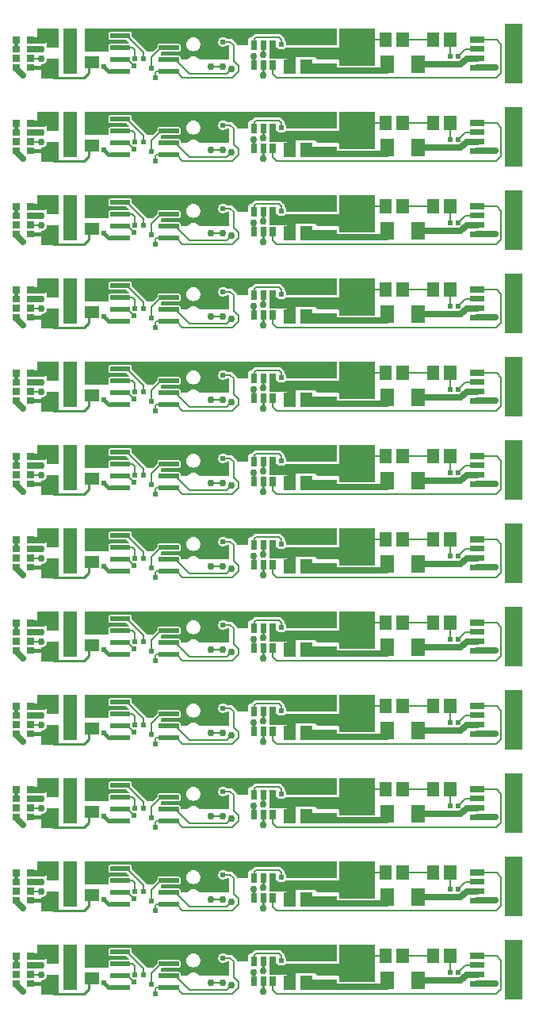
<source format=gbr>
G04 start of page 2 for group 0 idx 0 *
G04 Title: (unknown), top *
G04 Creator: pcb 20140316 *
G04 CreationDate: Thu 20 Aug 2020 02:40:32 AM GMT UTC *
G04 For: railfan *
G04 Format: Gerber/RS-274X *
G04 PCB-Dimensions (mil): 2400.00 4300.00 *
G04 PCB-Coordinate-Origin: lower left *
%MOIN*%
%FSLAX25Y25*%
%LNTOP*%
%ADD30C,0.0390*%
%ADD29C,0.0140*%
%ADD28C,0.0120*%
%ADD27C,0.0310*%
%ADD26C,0.0300*%
%ADD25C,0.0240*%
%ADD24R,0.0384X0.0384*%
%ADD23R,0.0236X0.0236*%
%ADD22R,0.0945X0.0945*%
%ADD21R,0.0378X0.0378*%
%ADD20R,0.0550X0.0550*%
%ADD19R,0.0240X0.0240*%
%ADD18R,0.0200X0.0200*%
%ADD17R,0.0512X0.0512*%
%ADD16C,0.0150*%
%ADD15C,0.0180*%
%ADD14C,0.0100*%
%ADD13C,0.0250*%
%ADD12C,0.0080*%
%ADD11C,0.0001*%
G54D11*G36*
X129500Y415500D02*X149500D01*
Y411000D01*
X129500D01*
Y415500D01*
G37*
G36*
X150500Y418000D02*X165500D01*
Y402500D01*
X150500D01*
Y418000D01*
G37*
G36*
X129500Y410000D02*X153500D01*
Y406000D01*
X129500D01*
Y410000D01*
G37*
G36*
X140500Y407000D02*X152000D01*
Y405000D01*
X141500D01*
X140500Y406000D01*
Y407000D01*
G37*
G36*
X227500Y420000D02*Y395000D01*
X220000D01*
Y420000D01*
X227500D01*
G37*
G36*
Y385000D02*Y360000D01*
X220000D01*
Y385000D01*
X227500D01*
G37*
G36*
X128500Y410000D02*X132000D01*
Y399000D01*
X128500D01*
Y410000D01*
G37*
G36*
Y375000D02*X132000D01*
Y364000D01*
X128500D01*
Y375000D01*
G37*
G36*
X129500Y410000D02*Y405500D01*
X121030D01*
X121000Y405549D01*
Y410000D01*
X124388D01*
X124440Y409940D01*
X124703Y409715D01*
X124998Y409534D01*
X125318Y409401D01*
X125655Y409320D01*
X126000Y409293D01*
X126345Y409320D01*
X126682Y409401D01*
X127002Y409534D01*
X127297Y409715D01*
X127560Y409940D01*
X127612Y410000D01*
X129500D01*
G37*
G36*
X149500Y403500D02*Y399500D01*
X135000D01*
Y403500D01*
X149500D01*
G37*
G36*
Y411000D02*X128142D01*
X128180Y411155D01*
X128200Y411500D01*
X128180Y411845D01*
X128099Y412182D01*
X127966Y412502D01*
X127785Y412797D01*
X127560Y413060D01*
X127400Y413197D01*
Y413445D01*
X127404Y413500D01*
X127387Y413720D01*
X127336Y413934D01*
X127251Y414138D01*
X127136Y414325D01*
X127136Y414326D01*
X126993Y414493D01*
X126951Y414529D01*
X126029Y415451D01*
X125993Y415493D01*
X125825Y415636D01*
X125638Y415751D01*
X125434Y415836D01*
X125220Y415887D01*
X125000Y415904D01*
X124945Y415900D01*
X115555D01*
X115500Y415904D01*
X115280Y415887D01*
X115066Y415836D01*
X114862Y415751D01*
X114675Y415636D01*
X114674Y415636D01*
X114507Y415493D01*
X114471Y415451D01*
X113649Y414629D01*
X113607Y414593D01*
X113517Y414488D01*
X113165Y414486D01*
X112935Y414431D01*
X112717Y414341D01*
X112516Y414217D01*
X112336Y414064D01*
X112183Y413884D01*
X112059Y413683D01*
X111969Y413465D01*
X111914Y413235D01*
X111900Y413000D01*
X111907Y411000D01*
X108500D01*
Y418000D01*
X149500D01*
Y411000D01*
G37*
G36*
X100500Y418000D02*X111500D01*
Y411000D01*
X107404D01*
Y411000D01*
X107387Y411220D01*
X107336Y411434D01*
X107251Y411638D01*
X107136Y411825D01*
X107136Y411826D01*
X106993Y411993D01*
X106951Y412029D01*
X105529Y413451D01*
X105493Y413493D01*
X105325Y413636D01*
X105138Y413751D01*
X104934Y413836D01*
X104720Y413887D01*
X104500Y413904D01*
X104445Y413900D01*
X102934D01*
X102919Y413919D01*
X102679Y414123D01*
X102411Y414288D01*
X102120Y414408D01*
X101814Y414481D01*
X101500Y414506D01*
X101186Y414481D01*
X100880Y414408D01*
X100589Y414288D01*
X100500Y414233D01*
Y418000D01*
G37*
G36*
X129500Y380500D02*X149500D01*
Y376000D01*
X129500D01*
Y380500D01*
G37*
G36*
X150500Y383000D02*X165500D01*
Y367500D01*
X150500D01*
Y383000D01*
G37*
G36*
X129500Y375000D02*X153500D01*
Y371000D01*
X129500D01*
Y375000D01*
G37*
G36*
X140500Y372000D02*X152000D01*
Y370000D01*
X141500D01*
X140500Y371000D01*
Y372000D01*
G37*
G36*
X149500Y368500D02*Y364500D01*
X135000D01*
Y368500D01*
X149500D01*
G37*
G36*
X129500Y375000D02*Y370500D01*
X121030D01*
X121000Y370549D01*
Y375000D01*
X124388D01*
X124440Y374940D01*
X124703Y374715D01*
X124998Y374534D01*
X125318Y374401D01*
X125655Y374320D01*
X126000Y374293D01*
X126345Y374320D01*
X126682Y374401D01*
X127002Y374534D01*
X127297Y374715D01*
X127560Y374940D01*
X127612Y375000D01*
X129500D01*
G37*
G36*
X149500Y376000D02*X128142D01*
X128180Y376155D01*
X128200Y376500D01*
X128180Y376845D01*
X128099Y377182D01*
X127966Y377502D01*
X127785Y377797D01*
X127560Y378060D01*
X127400Y378197D01*
Y378445D01*
X127404Y378500D01*
X127387Y378720D01*
X127336Y378934D01*
X127251Y379138D01*
X127136Y379325D01*
X127136Y379326D01*
X126993Y379493D01*
X126951Y379529D01*
X126029Y380451D01*
X125993Y380493D01*
X125825Y380636D01*
X125638Y380751D01*
X125434Y380836D01*
X125220Y380887D01*
X125000Y380904D01*
X124945Y380900D01*
X115555D01*
X115500Y380904D01*
X115280Y380887D01*
X115066Y380836D01*
X114862Y380751D01*
X114675Y380636D01*
X114674Y380636D01*
X114507Y380493D01*
X114471Y380451D01*
X113649Y379629D01*
X113607Y379593D01*
X113517Y379488D01*
X113165Y379486D01*
X112935Y379431D01*
X112717Y379341D01*
X112516Y379217D01*
X112336Y379064D01*
X112183Y378884D01*
X112059Y378683D01*
X111969Y378465D01*
X111914Y378235D01*
X111900Y378000D01*
X111907Y376000D01*
X108500D01*
Y383000D01*
X149500D01*
Y376000D01*
G37*
G36*
X100500Y383000D02*X111500D01*
Y376000D01*
X107404D01*
Y376000D01*
X107387Y376220D01*
X107336Y376434D01*
X107251Y376638D01*
X107136Y376825D01*
X107136Y376826D01*
X106993Y376993D01*
X106951Y377029D01*
X105529Y378451D01*
X105493Y378493D01*
X105325Y378636D01*
X105138Y378751D01*
X104934Y378836D01*
X104720Y378887D01*
X104500Y378904D01*
X104445Y378900D01*
X102934D01*
X102919Y378919D01*
X102679Y379123D01*
X102411Y379288D01*
X102120Y379408D01*
X101814Y379481D01*
X101500Y379506D01*
X101186Y379481D01*
X100880Y379408D01*
X100589Y379288D01*
X100500Y379233D01*
Y383000D01*
G37*
G36*
X129500Y345500D02*X149500D01*
Y341000D01*
X129500D01*
Y345500D01*
G37*
G36*
X150500Y348000D02*X165500D01*
Y332500D01*
X150500D01*
Y348000D01*
G37*
G36*
X129500Y340000D02*X153500D01*
Y336000D01*
X129500D01*
Y340000D01*
G37*
G36*
X140500Y337000D02*X152000D01*
Y335000D01*
X141500D01*
X140500Y336000D01*
Y337000D01*
G37*
G36*
X227500Y350000D02*Y325000D01*
X220000D01*
Y350000D01*
X227500D01*
G37*
G36*
X84000Y412000D02*Y406000D01*
X83595D01*
X83594Y406094D01*
X83572Y406186D01*
X83536Y406273D01*
X83487Y406354D01*
X83426Y406426D01*
X83354Y406487D01*
X83273Y406536D01*
X83186Y406572D01*
X83094Y406594D01*
X83000Y406600D01*
X75500Y406595D01*
Y408020D01*
X75881Y408401D01*
X83094Y408406D01*
X83186Y408428D01*
X83273Y408464D01*
X83354Y408513D01*
X83426Y408574D01*
X83487Y408646D01*
X83536Y408727D01*
X83572Y408814D01*
X83594Y408906D01*
X83600Y409000D01*
X83594Y411094D01*
X83572Y411186D01*
X83536Y411273D01*
X83487Y411354D01*
X83426Y411426D01*
X83354Y411487D01*
X83273Y411536D01*
X83186Y411572D01*
X83094Y411594D01*
X83000Y411600D01*
X75500Y411595D01*
Y412000D01*
X84000D01*
G37*
G36*
X88995Y418000D02*X104000D01*
Y413900D01*
X102934D01*
X102919Y413919D01*
X102679Y414123D01*
X102411Y414288D01*
X102120Y414408D01*
X101814Y414481D01*
X101500Y414506D01*
X101186Y414481D01*
X100880Y414408D01*
X100589Y414288D01*
X100321Y414123D01*
X100081Y413919D01*
X99877Y413679D01*
X99712Y413411D01*
X99592Y413120D01*
X99519Y412814D01*
X99494Y412500D01*
X99519Y412186D01*
X99592Y411880D01*
X99712Y411589D01*
X99877Y411321D01*
X100081Y411081D01*
X100321Y410877D01*
X100589Y410712D01*
X100880Y410592D01*
X101186Y410519D01*
X101500Y410494D01*
X101814Y410519D01*
X102120Y410592D01*
X102411Y410712D01*
X102679Y410877D01*
X102919Y411081D01*
X102934Y411100D01*
X103920D01*
X104000Y411020D01*
Y405000D01*
X91541D01*
X91394Y405239D01*
X91092Y405592D01*
X90739Y405894D01*
X90343Y406137D01*
X89914Y406314D01*
X89463Y406423D01*
X89000Y406459D01*
X88995Y406459D01*
Y408541D01*
X89000Y408541D01*
X89463Y408577D01*
X89914Y408686D01*
X90343Y408863D01*
X90739Y409106D01*
X91092Y409408D01*
X91394Y409761D01*
X91637Y410157D01*
X91814Y410586D01*
X91923Y411037D01*
X91950Y411500D01*
X91923Y411963D01*
X91814Y412414D01*
X91637Y412843D01*
X91394Y413239D01*
X91092Y413592D01*
X90739Y413894D01*
X90343Y414137D01*
X89914Y414314D01*
X89463Y414423D01*
X89000Y414459D01*
X88995Y414459D01*
Y418000D01*
G37*
G36*
X80500D02*X88995D01*
Y414459D01*
X88537Y414423D01*
X88086Y414314D01*
X87657Y414137D01*
X87261Y413894D01*
X86908Y413592D01*
X86606Y413239D01*
X86363Y412843D01*
X86186Y412414D01*
X86077Y411963D01*
X86041Y411500D01*
X86077Y411037D01*
X86186Y410586D01*
X86363Y410157D01*
X86606Y409761D01*
X86908Y409408D01*
X87261Y409106D01*
X87657Y408863D01*
X88086Y408686D01*
X88537Y408577D01*
X88995Y408541D01*
Y406459D01*
X88537Y406423D01*
X88086Y406314D01*
X87657Y406137D01*
X87261Y405894D01*
X86908Y405592D01*
X86606Y405239D01*
X86459Y405000D01*
X83597D01*
X83594Y406094D01*
X83572Y406186D01*
X83536Y406273D01*
X83487Y406354D01*
X83426Y406426D01*
X83354Y406487D01*
X83273Y406536D01*
X83186Y406572D01*
X83094Y406594D01*
X83000Y406600D01*
X80500Y406598D01*
Y408404D01*
X83094Y408406D01*
X83186Y408428D01*
X83273Y408464D01*
X83354Y408513D01*
X83426Y408574D01*
X83487Y408646D01*
X83536Y408727D01*
X83572Y408814D01*
X83594Y408906D01*
X83600Y409000D01*
X83594Y411094D01*
X83572Y411186D01*
X83536Y411273D01*
X83487Y411354D01*
X83426Y411426D01*
X83354Y411487D01*
X83273Y411536D01*
X83186Y411572D01*
X83094Y411594D01*
X83000Y411600D01*
X80500Y411598D01*
Y418000D01*
G37*
G36*
X32500D02*Y412000D01*
X23500D01*
Y418000D01*
X32500D01*
G37*
G36*
X34500D02*X40000D01*
Y399000D01*
X34500D01*
Y418000D01*
G37*
G36*
X43500D02*X49500D01*
Y408500D01*
X43500D01*
Y418000D01*
G37*
G36*
X53400Y416000D02*X53406Y413906D01*
X53428Y413814D01*
X53464Y413727D01*
X53513Y413646D01*
X53574Y413574D01*
X53646Y413513D01*
X53727Y413464D01*
X53814Y413428D01*
X53906Y413406D01*
X54000Y413400D01*
X60616Y413404D01*
X62420Y411600D01*
X53906Y411594D01*
X53814Y411572D01*
X53727Y411536D01*
X53646Y411487D01*
X53574Y411426D01*
X53513Y411354D01*
X53464Y411273D01*
X53428Y411186D01*
X53406Y411094D01*
X53400Y411000D01*
X53406Y408906D01*
X53428Y408814D01*
X53464Y408727D01*
X53513Y408646D01*
X53574Y408574D01*
X53646Y408513D01*
X53668Y408500D01*
X43500D01*
Y418000D01*
X84000D01*
Y408500D01*
X83332D01*
X83354Y408513D01*
X83426Y408574D01*
X83487Y408646D01*
X83536Y408727D01*
X83572Y408814D01*
X83594Y408906D01*
X83600Y409000D01*
X83594Y411094D01*
X83572Y411186D01*
X83536Y411273D01*
X83487Y411354D01*
X83426Y411426D01*
X83354Y411487D01*
X83273Y411536D01*
X83186Y411572D01*
X83094Y411594D01*
X83000Y411600D01*
X74406Y411594D01*
X74314Y411572D01*
X74227Y411536D01*
X74146Y411487D01*
X74074Y411426D01*
X74013Y411354D01*
X73964Y411273D01*
X73928Y411186D01*
X73906Y411094D01*
X73900Y411000D01*
X73902Y410382D01*
X72020Y408500D01*
X69308D01*
X69251Y408638D01*
X69136Y408825D01*
X68993Y408993D01*
X68951Y409029D01*
X63098Y414882D01*
X63094Y416094D01*
X63072Y416186D01*
X63036Y416273D01*
X62987Y416354D01*
X62926Y416426D01*
X62854Y416487D01*
X62773Y416536D01*
X62686Y416572D01*
X62594Y416594D01*
X62500Y416600D01*
X53906Y416594D01*
X53814Y416572D01*
X53727Y416536D01*
X53646Y416487D01*
X53574Y416426D01*
X53513Y416354D01*
X53464Y416273D01*
X53428Y416186D01*
X53406Y416094D01*
X53400Y416000D01*
G37*
G36*
X32500Y397000D02*X25000D01*
Y402992D01*
X25392Y403023D01*
X25775Y403115D01*
X26138Y403266D01*
X26474Y403471D01*
X26773Y403727D01*
X27029Y404026D01*
X27234Y404362D01*
X27385Y404725D01*
X27477Y405108D01*
X27500Y405500D01*
X32500D01*
Y397000D01*
G37*
G36*
X53400Y381000D02*X53406Y378906D01*
X53428Y378814D01*
X53464Y378727D01*
X53513Y378646D01*
X53574Y378574D01*
X53646Y378513D01*
X53727Y378464D01*
X53814Y378428D01*
X53906Y378406D01*
X54000Y378400D01*
X60616Y378404D01*
X62420Y376600D01*
X53906Y376594D01*
X53814Y376572D01*
X53727Y376536D01*
X53646Y376487D01*
X53574Y376426D01*
X53513Y376354D01*
X53464Y376273D01*
X53428Y376186D01*
X53406Y376094D01*
X53400Y376000D01*
X53406Y373906D01*
X53428Y373814D01*
X53464Y373727D01*
X53513Y373646D01*
X53574Y373574D01*
X53646Y373513D01*
X53668Y373500D01*
X43500D01*
Y383000D01*
X84000D01*
Y373500D01*
X83332D01*
X83354Y373513D01*
X83426Y373574D01*
X83487Y373646D01*
X83536Y373727D01*
X83572Y373814D01*
X83594Y373906D01*
X83600Y374000D01*
X83594Y376094D01*
X83572Y376186D01*
X83536Y376273D01*
X83487Y376354D01*
X83426Y376426D01*
X83354Y376487D01*
X83273Y376536D01*
X83186Y376572D01*
X83094Y376594D01*
X83000Y376600D01*
X74406Y376594D01*
X74314Y376572D01*
X74227Y376536D01*
X74146Y376487D01*
X74074Y376426D01*
X74013Y376354D01*
X73964Y376273D01*
X73928Y376186D01*
X73906Y376094D01*
X73900Y376000D01*
X73902Y375382D01*
X72020Y373500D01*
X69308D01*
X69251Y373638D01*
X69136Y373825D01*
X68993Y373993D01*
X68951Y374029D01*
X63098Y379882D01*
X63094Y381094D01*
X63072Y381186D01*
X63036Y381273D01*
X62987Y381354D01*
X62926Y381426D01*
X62854Y381487D01*
X62773Y381536D01*
X62686Y381572D01*
X62594Y381594D01*
X62500Y381600D01*
X53906Y381594D01*
X53814Y381572D01*
X53727Y381536D01*
X53646Y381487D01*
X53574Y381426D01*
X53513Y381354D01*
X53464Y381273D01*
X53428Y381186D01*
X53406Y381094D01*
X53400Y381000D01*
G37*
G36*
X84000Y377000D02*Y371000D01*
X83595D01*
X83594Y371094D01*
X83572Y371186D01*
X83536Y371273D01*
X83487Y371354D01*
X83426Y371426D01*
X83354Y371487D01*
X83273Y371536D01*
X83186Y371572D01*
X83094Y371594D01*
X83000Y371600D01*
X75500Y371595D01*
Y373020D01*
X75881Y373401D01*
X83094Y373406D01*
X83186Y373428D01*
X83273Y373464D01*
X83354Y373513D01*
X83426Y373574D01*
X83487Y373646D01*
X83536Y373727D01*
X83572Y373814D01*
X83594Y373906D01*
X83600Y374000D01*
X83594Y376094D01*
X83572Y376186D01*
X83536Y376273D01*
X83487Y376354D01*
X83426Y376426D01*
X83354Y376487D01*
X83273Y376536D01*
X83186Y376572D01*
X83094Y376594D01*
X83000Y376600D01*
X75500Y376595D01*
Y377000D01*
X84000D01*
G37*
G36*
X88995Y383000D02*X104000D01*
Y378900D01*
X102934D01*
X102919Y378919D01*
X102679Y379123D01*
X102411Y379288D01*
X102120Y379408D01*
X101814Y379481D01*
X101500Y379506D01*
X101186Y379481D01*
X100880Y379408D01*
X100589Y379288D01*
X100321Y379123D01*
X100081Y378919D01*
X99877Y378679D01*
X99712Y378411D01*
X99592Y378120D01*
X99519Y377814D01*
X99494Y377500D01*
X99519Y377186D01*
X99592Y376880D01*
X99712Y376589D01*
X99877Y376321D01*
X100081Y376081D01*
X100321Y375877D01*
X100589Y375712D01*
X100880Y375592D01*
X101186Y375519D01*
X101500Y375494D01*
X101814Y375519D01*
X102120Y375592D01*
X102411Y375712D01*
X102679Y375877D01*
X102919Y376081D01*
X102934Y376100D01*
X103920D01*
X104000Y376020D01*
Y370000D01*
X91541D01*
X91394Y370239D01*
X91092Y370592D01*
X90739Y370894D01*
X90343Y371137D01*
X89914Y371314D01*
X89463Y371423D01*
X89000Y371459D01*
X88995Y371459D01*
Y373541D01*
X89000Y373541D01*
X89463Y373577D01*
X89914Y373686D01*
X90343Y373863D01*
X90739Y374106D01*
X91092Y374408D01*
X91394Y374761D01*
X91637Y375157D01*
X91814Y375586D01*
X91923Y376037D01*
X91950Y376500D01*
X91923Y376963D01*
X91814Y377414D01*
X91637Y377843D01*
X91394Y378239D01*
X91092Y378592D01*
X90739Y378894D01*
X90343Y379137D01*
X89914Y379314D01*
X89463Y379423D01*
X89000Y379459D01*
X88995Y379459D01*
Y383000D01*
G37*
G36*
X80500D02*X88995D01*
Y379459D01*
X88537Y379423D01*
X88086Y379314D01*
X87657Y379137D01*
X87261Y378894D01*
X86908Y378592D01*
X86606Y378239D01*
X86363Y377843D01*
X86186Y377414D01*
X86077Y376963D01*
X86041Y376500D01*
X86077Y376037D01*
X86186Y375586D01*
X86363Y375157D01*
X86606Y374761D01*
X86908Y374408D01*
X87261Y374106D01*
X87657Y373863D01*
X88086Y373686D01*
X88537Y373577D01*
X88995Y373541D01*
Y371459D01*
X88537Y371423D01*
X88086Y371314D01*
X87657Y371137D01*
X87261Y370894D01*
X86908Y370592D01*
X86606Y370239D01*
X86459Y370000D01*
X83597D01*
X83594Y371094D01*
X83572Y371186D01*
X83536Y371273D01*
X83487Y371354D01*
X83426Y371426D01*
X83354Y371487D01*
X83273Y371536D01*
X83186Y371572D01*
X83094Y371594D01*
X83000Y371600D01*
X80500Y371598D01*
Y373404D01*
X83094Y373406D01*
X83186Y373428D01*
X83273Y373464D01*
X83354Y373513D01*
X83426Y373574D01*
X83487Y373646D01*
X83536Y373727D01*
X83572Y373814D01*
X83594Y373906D01*
X83600Y374000D01*
X83594Y376094D01*
X83572Y376186D01*
X83536Y376273D01*
X83487Y376354D01*
X83426Y376426D01*
X83354Y376487D01*
X83273Y376536D01*
X83186Y376572D01*
X83094Y376594D01*
X83000Y376600D01*
X80500Y376598D01*
Y383000D01*
G37*
G36*
X32500D02*Y377000D01*
X23500D01*
Y383000D01*
X32500D01*
G37*
G36*
Y362000D02*X25000D01*
Y367992D01*
X25392Y368023D01*
X25775Y368115D01*
X26138Y368266D01*
X26474Y368471D01*
X26773Y368727D01*
X27029Y369026D01*
X27234Y369362D01*
X27385Y369725D01*
X27477Y370108D01*
X27500Y370500D01*
X32500D01*
Y362000D01*
G37*
G36*
Y348000D02*Y342000D01*
X23500D01*
Y348000D01*
X32500D01*
G37*
G36*
Y327000D02*X25000D01*
Y332992D01*
X25392Y333023D01*
X25775Y333115D01*
X26138Y333266D01*
X26474Y333471D01*
X26773Y333727D01*
X27029Y334026D01*
X27234Y334362D01*
X27385Y334725D01*
X27477Y335108D01*
X27500Y335500D01*
X32500D01*
Y327000D01*
G37*
G36*
Y313000D02*Y307000D01*
X23500D01*
Y313000D01*
X32500D01*
G37*
G36*
Y243000D02*Y237000D01*
X23500D01*
Y243000D01*
X32500D01*
G37*
G36*
X34500Y383000D02*X40000D01*
Y364000D01*
X34500D01*
Y383000D01*
G37*
G36*
Y348000D02*X40000D01*
Y329000D01*
X34500D01*
Y348000D01*
G37*
G36*
X43500Y383000D02*X49500D01*
Y373500D01*
X43500D01*
Y383000D01*
G37*
G36*
Y348000D02*X49500D01*
Y338500D01*
X43500D01*
Y348000D01*
G37*
G36*
X53400Y346000D02*X53406Y343906D01*
X53428Y343814D01*
X53464Y343727D01*
X53513Y343646D01*
X53574Y343574D01*
X53646Y343513D01*
X53727Y343464D01*
X53814Y343428D01*
X53906Y343406D01*
X54000Y343400D01*
X60616Y343404D01*
X62420Y341600D01*
X53906Y341594D01*
X53814Y341572D01*
X53727Y341536D01*
X53646Y341487D01*
X53574Y341426D01*
X53513Y341354D01*
X53464Y341273D01*
X53428Y341186D01*
X53406Y341094D01*
X53400Y341000D01*
X53406Y338906D01*
X53428Y338814D01*
X53464Y338727D01*
X53513Y338646D01*
X53574Y338574D01*
X53646Y338513D01*
X53668Y338500D01*
X43500D01*
Y348000D01*
X84000D01*
Y338500D01*
X83332D01*
X83354Y338513D01*
X83426Y338574D01*
X83487Y338646D01*
X83536Y338727D01*
X83572Y338814D01*
X83594Y338906D01*
X83600Y339000D01*
X83594Y341094D01*
X83572Y341186D01*
X83536Y341273D01*
X83487Y341354D01*
X83426Y341426D01*
X83354Y341487D01*
X83273Y341536D01*
X83186Y341572D01*
X83094Y341594D01*
X83000Y341600D01*
X74406Y341594D01*
X74314Y341572D01*
X74227Y341536D01*
X74146Y341487D01*
X74074Y341426D01*
X74013Y341354D01*
X73964Y341273D01*
X73928Y341186D01*
X73906Y341094D01*
X73900Y341000D01*
X73902Y340382D01*
X72020Y338500D01*
X69308D01*
X69251Y338638D01*
X69136Y338825D01*
X68993Y338993D01*
X68951Y339029D01*
X63098Y344882D01*
X63094Y346094D01*
X63072Y346186D01*
X63036Y346273D01*
X62987Y346354D01*
X62926Y346426D01*
X62854Y346487D01*
X62773Y346536D01*
X62686Y346572D01*
X62594Y346594D01*
X62500Y346600D01*
X53906Y346594D01*
X53814Y346572D01*
X53727Y346536D01*
X53646Y346487D01*
X53574Y346426D01*
X53513Y346354D01*
X53464Y346273D01*
X53428Y346186D01*
X53406Y346094D01*
X53400Y346000D01*
G37*
G36*
X84000Y342000D02*Y336000D01*
X83595D01*
X83594Y336094D01*
X83572Y336186D01*
X83536Y336273D01*
X83487Y336354D01*
X83426Y336426D01*
X83354Y336487D01*
X83273Y336536D01*
X83186Y336572D01*
X83094Y336594D01*
X83000Y336600D01*
X75500Y336595D01*
Y338020D01*
X75881Y338401D01*
X83094Y338406D01*
X83186Y338428D01*
X83273Y338464D01*
X83354Y338513D01*
X83426Y338574D01*
X83487Y338646D01*
X83536Y338727D01*
X83572Y338814D01*
X83594Y338906D01*
X83600Y339000D01*
X83594Y341094D01*
X83572Y341186D01*
X83536Y341273D01*
X83487Y341354D01*
X83426Y341426D01*
X83354Y341487D01*
X83273Y341536D01*
X83186Y341572D01*
X83094Y341594D01*
X83000Y341600D01*
X75500Y341595D01*
Y342000D01*
X84000D01*
G37*
G36*
X88995Y348000D02*X104000D01*
Y343900D01*
X102934D01*
X102919Y343919D01*
X102679Y344123D01*
X102411Y344288D01*
X102120Y344408D01*
X101814Y344481D01*
X101500Y344506D01*
X101186Y344481D01*
X100880Y344408D01*
X100589Y344288D01*
X100321Y344123D01*
X100081Y343919D01*
X99877Y343679D01*
X99712Y343411D01*
X99592Y343120D01*
X99519Y342814D01*
X99494Y342500D01*
X99519Y342186D01*
X99592Y341880D01*
X99712Y341589D01*
X99877Y341321D01*
X100081Y341081D01*
X100321Y340877D01*
X100589Y340712D01*
X100880Y340592D01*
X101186Y340519D01*
X101500Y340494D01*
X101814Y340519D01*
X102120Y340592D01*
X102411Y340712D01*
X102679Y340877D01*
X102919Y341081D01*
X102934Y341100D01*
X103920D01*
X104000Y341020D01*
Y335000D01*
X91541D01*
X91394Y335239D01*
X91092Y335592D01*
X90739Y335894D01*
X90343Y336137D01*
X89914Y336314D01*
X89463Y336423D01*
X89000Y336459D01*
X88995Y336459D01*
Y338541D01*
X89000Y338541D01*
X89463Y338577D01*
X89914Y338686D01*
X90343Y338863D01*
X90739Y339106D01*
X91092Y339408D01*
X91394Y339761D01*
X91637Y340157D01*
X91814Y340586D01*
X91923Y341037D01*
X91950Y341500D01*
X91923Y341963D01*
X91814Y342414D01*
X91637Y342843D01*
X91394Y343239D01*
X91092Y343592D01*
X90739Y343894D01*
X90343Y344137D01*
X89914Y344314D01*
X89463Y344423D01*
X89000Y344459D01*
X88995Y344459D01*
Y348000D01*
G37*
G36*
X80500D02*X88995D01*
Y344459D01*
X88537Y344423D01*
X88086Y344314D01*
X87657Y344137D01*
X87261Y343894D01*
X86908Y343592D01*
X86606Y343239D01*
X86363Y342843D01*
X86186Y342414D01*
X86077Y341963D01*
X86041Y341500D01*
X86077Y341037D01*
X86186Y340586D01*
X86363Y340157D01*
X86606Y339761D01*
X86908Y339408D01*
X87261Y339106D01*
X87657Y338863D01*
X88086Y338686D01*
X88537Y338577D01*
X88995Y338541D01*
Y336459D01*
X88537Y336423D01*
X88086Y336314D01*
X87657Y336137D01*
X87261Y335894D01*
X86908Y335592D01*
X86606Y335239D01*
X86459Y335000D01*
X83597D01*
X83594Y336094D01*
X83572Y336186D01*
X83536Y336273D01*
X83487Y336354D01*
X83426Y336426D01*
X83354Y336487D01*
X83273Y336536D01*
X83186Y336572D01*
X83094Y336594D01*
X83000Y336600D01*
X80500Y336598D01*
Y338404D01*
X83094Y338406D01*
X83186Y338428D01*
X83273Y338464D01*
X83354Y338513D01*
X83426Y338574D01*
X83487Y338646D01*
X83536Y338727D01*
X83572Y338814D01*
X83594Y338906D01*
X83600Y339000D01*
X83594Y341094D01*
X83572Y341186D01*
X83536Y341273D01*
X83487Y341354D01*
X83426Y341426D01*
X83354Y341487D01*
X83273Y341536D01*
X83186Y341572D01*
X83094Y341594D01*
X83000Y341600D01*
X80500Y341598D01*
Y348000D01*
G37*
G36*
X53400Y311000D02*X53406Y308906D01*
X53428Y308814D01*
X53464Y308727D01*
X53513Y308646D01*
X53574Y308574D01*
X53646Y308513D01*
X53727Y308464D01*
X53814Y308428D01*
X53906Y308406D01*
X54000Y308400D01*
X60616Y308404D01*
X62420Y306600D01*
X53906Y306594D01*
X53814Y306572D01*
X53727Y306536D01*
X53646Y306487D01*
X53574Y306426D01*
X53513Y306354D01*
X53464Y306273D01*
X53428Y306186D01*
X53406Y306094D01*
X53400Y306000D01*
X53406Y303906D01*
X53428Y303814D01*
X53464Y303727D01*
X53513Y303646D01*
X53574Y303574D01*
X53646Y303513D01*
X53668Y303500D01*
X43500D01*
Y313000D01*
X84000D01*
Y303500D01*
X83332D01*
X83354Y303513D01*
X83426Y303574D01*
X83487Y303646D01*
X83536Y303727D01*
X83572Y303814D01*
X83594Y303906D01*
X83600Y304000D01*
X83594Y306094D01*
X83572Y306186D01*
X83536Y306273D01*
X83487Y306354D01*
X83426Y306426D01*
X83354Y306487D01*
X83273Y306536D01*
X83186Y306572D01*
X83094Y306594D01*
X83000Y306600D01*
X74406Y306594D01*
X74314Y306572D01*
X74227Y306536D01*
X74146Y306487D01*
X74074Y306426D01*
X74013Y306354D01*
X73964Y306273D01*
X73928Y306186D01*
X73906Y306094D01*
X73900Y306000D01*
X73902Y305382D01*
X72020Y303500D01*
X69308D01*
X69251Y303638D01*
X69136Y303825D01*
X68993Y303993D01*
X68951Y304029D01*
X63098Y309882D01*
X63094Y311094D01*
X63072Y311186D01*
X63036Y311273D01*
X62987Y311354D01*
X62926Y311426D01*
X62854Y311487D01*
X62773Y311536D01*
X62686Y311572D01*
X62594Y311594D01*
X62500Y311600D01*
X53906Y311594D01*
X53814Y311572D01*
X53727Y311536D01*
X53646Y311487D01*
X53574Y311426D01*
X53513Y311354D01*
X53464Y311273D01*
X53428Y311186D01*
X53406Y311094D01*
X53400Y311000D01*
G37*
G36*
X84000Y307000D02*Y301000D01*
X83595D01*
X83594Y301094D01*
X83572Y301186D01*
X83536Y301273D01*
X83487Y301354D01*
X83426Y301426D01*
X83354Y301487D01*
X83273Y301536D01*
X83186Y301572D01*
X83094Y301594D01*
X83000Y301600D01*
X75500Y301595D01*
Y303020D01*
X75881Y303401D01*
X83094Y303406D01*
X83186Y303428D01*
X83273Y303464D01*
X83354Y303513D01*
X83426Y303574D01*
X83487Y303646D01*
X83536Y303727D01*
X83572Y303814D01*
X83594Y303906D01*
X83600Y304000D01*
X83594Y306094D01*
X83572Y306186D01*
X83536Y306273D01*
X83487Y306354D01*
X83426Y306426D01*
X83354Y306487D01*
X83273Y306536D01*
X83186Y306572D01*
X83094Y306594D01*
X83000Y306600D01*
X75500Y306595D01*
Y307000D01*
X84000D01*
G37*
G36*
X88995Y313000D02*X104000D01*
Y308900D01*
X102934D01*
X102919Y308919D01*
X102679Y309123D01*
X102411Y309288D01*
X102120Y309408D01*
X101814Y309481D01*
X101500Y309506D01*
X101186Y309481D01*
X100880Y309408D01*
X100589Y309288D01*
X100321Y309123D01*
X100081Y308919D01*
X99877Y308679D01*
X99712Y308411D01*
X99592Y308120D01*
X99519Y307814D01*
X99494Y307500D01*
X99519Y307186D01*
X99592Y306880D01*
X99712Y306589D01*
X99877Y306321D01*
X100081Y306081D01*
X100321Y305877D01*
X100589Y305712D01*
X100880Y305592D01*
X101186Y305519D01*
X101500Y305494D01*
X101814Y305519D01*
X102120Y305592D01*
X102411Y305712D01*
X102679Y305877D01*
X102919Y306081D01*
X102934Y306100D01*
X103920D01*
X104000Y306020D01*
Y300000D01*
X91541D01*
X91394Y300239D01*
X91092Y300592D01*
X90739Y300894D01*
X90343Y301137D01*
X89914Y301314D01*
X89463Y301423D01*
X89000Y301459D01*
X88995Y301459D01*
Y303541D01*
X89000Y303541D01*
X89463Y303577D01*
X89914Y303686D01*
X90343Y303863D01*
X90739Y304106D01*
X91092Y304408D01*
X91394Y304761D01*
X91637Y305157D01*
X91814Y305586D01*
X91923Y306037D01*
X91950Y306500D01*
X91923Y306963D01*
X91814Y307414D01*
X91637Y307843D01*
X91394Y308239D01*
X91092Y308592D01*
X90739Y308894D01*
X90343Y309137D01*
X89914Y309314D01*
X89463Y309423D01*
X89000Y309459D01*
X88995Y309459D01*
Y313000D01*
G37*
G36*
X80500D02*X88995D01*
Y309459D01*
X88537Y309423D01*
X88086Y309314D01*
X87657Y309137D01*
X87261Y308894D01*
X86908Y308592D01*
X86606Y308239D01*
X86363Y307843D01*
X86186Y307414D01*
X86077Y306963D01*
X86041Y306500D01*
X86077Y306037D01*
X86186Y305586D01*
X86363Y305157D01*
X86606Y304761D01*
X86908Y304408D01*
X87261Y304106D01*
X87657Y303863D01*
X88086Y303686D01*
X88537Y303577D01*
X88995Y303541D01*
Y301459D01*
X88537Y301423D01*
X88086Y301314D01*
X87657Y301137D01*
X87261Y300894D01*
X86908Y300592D01*
X86606Y300239D01*
X86459Y300000D01*
X83597D01*
X83594Y301094D01*
X83572Y301186D01*
X83536Y301273D01*
X83487Y301354D01*
X83426Y301426D01*
X83354Y301487D01*
X83273Y301536D01*
X83186Y301572D01*
X83094Y301594D01*
X83000Y301600D01*
X80500Y301598D01*
Y303404D01*
X83094Y303406D01*
X83186Y303428D01*
X83273Y303464D01*
X83354Y303513D01*
X83426Y303574D01*
X83487Y303646D01*
X83536Y303727D01*
X83572Y303814D01*
X83594Y303906D01*
X83600Y304000D01*
X83594Y306094D01*
X83572Y306186D01*
X83536Y306273D01*
X83487Y306354D01*
X83426Y306426D01*
X83354Y306487D01*
X83273Y306536D01*
X83186Y306572D01*
X83094Y306594D01*
X83000Y306600D01*
X80500Y306598D01*
Y313000D01*
G37*
G36*
X88995Y278000D02*X104000D01*
Y273900D01*
X102934D01*
X102919Y273919D01*
X102679Y274123D01*
X102411Y274288D01*
X102120Y274408D01*
X101814Y274481D01*
X101500Y274506D01*
X101186Y274481D01*
X100880Y274408D01*
X100589Y274288D01*
X100321Y274123D01*
X100081Y273919D01*
X99877Y273679D01*
X99712Y273411D01*
X99592Y273120D01*
X99519Y272814D01*
X99494Y272500D01*
X99519Y272186D01*
X99592Y271880D01*
X99712Y271589D01*
X99877Y271321D01*
X100081Y271081D01*
X100321Y270877D01*
X100589Y270712D01*
X100880Y270592D01*
X101186Y270519D01*
X101500Y270494D01*
X101814Y270519D01*
X102120Y270592D01*
X102411Y270712D01*
X102679Y270877D01*
X102919Y271081D01*
X102934Y271100D01*
X103920D01*
X104000Y271020D01*
Y265000D01*
X91541D01*
X91394Y265239D01*
X91092Y265592D01*
X90739Y265894D01*
X90343Y266137D01*
X89914Y266314D01*
X89463Y266423D01*
X89000Y266459D01*
X88995Y266459D01*
Y268541D01*
X89000Y268541D01*
X89463Y268577D01*
X89914Y268686D01*
X90343Y268863D01*
X90739Y269106D01*
X91092Y269408D01*
X91394Y269761D01*
X91637Y270157D01*
X91814Y270586D01*
X91923Y271037D01*
X91950Y271500D01*
X91923Y271963D01*
X91814Y272414D01*
X91637Y272843D01*
X91394Y273239D01*
X91092Y273592D01*
X90739Y273894D01*
X90343Y274137D01*
X89914Y274314D01*
X89463Y274423D01*
X89000Y274459D01*
X88995Y274459D01*
Y278000D01*
G37*
G36*
X80500D02*X88995D01*
Y274459D01*
X88537Y274423D01*
X88086Y274314D01*
X87657Y274137D01*
X87261Y273894D01*
X86908Y273592D01*
X86606Y273239D01*
X86363Y272843D01*
X86186Y272414D01*
X86077Y271963D01*
X86041Y271500D01*
X86077Y271037D01*
X86186Y270586D01*
X86363Y270157D01*
X86606Y269761D01*
X86908Y269408D01*
X87261Y269106D01*
X87657Y268863D01*
X88086Y268686D01*
X88537Y268577D01*
X88995Y268541D01*
Y266459D01*
X88537Y266423D01*
X88086Y266314D01*
X87657Y266137D01*
X87261Y265894D01*
X86908Y265592D01*
X86606Y265239D01*
X86459Y265000D01*
X83597D01*
X83594Y266094D01*
X83572Y266186D01*
X83536Y266273D01*
X83487Y266354D01*
X83426Y266426D01*
X83354Y266487D01*
X83273Y266536D01*
X83186Y266572D01*
X83094Y266594D01*
X83000Y266600D01*
X80500Y266598D01*
Y268404D01*
X83094Y268406D01*
X83186Y268428D01*
X83273Y268464D01*
X83354Y268513D01*
X83426Y268574D01*
X83487Y268646D01*
X83536Y268727D01*
X83572Y268814D01*
X83594Y268906D01*
X83600Y269000D01*
X83594Y271094D01*
X83572Y271186D01*
X83536Y271273D01*
X83487Y271354D01*
X83426Y271426D01*
X83354Y271487D01*
X83273Y271536D01*
X83186Y271572D01*
X83094Y271594D01*
X83000Y271600D01*
X80500Y271598D01*
Y278000D01*
G37*
G36*
X32500Y292000D02*X25000D01*
Y297992D01*
X25392Y298023D01*
X25775Y298115D01*
X26138Y298266D01*
X26474Y298471D01*
X26773Y298727D01*
X27029Y299026D01*
X27234Y299362D01*
X27385Y299725D01*
X27477Y300108D01*
X27500Y300500D01*
X32500D01*
Y292000D01*
G37*
G36*
Y278000D02*Y272000D01*
X23500D01*
Y278000D01*
X32500D01*
G37*
G36*
X34500D02*X40000D01*
Y259000D01*
X34500D01*
Y278000D01*
G37*
G36*
X53400Y276000D02*X53406Y273906D01*
X53428Y273814D01*
X53464Y273727D01*
X53513Y273646D01*
X53574Y273574D01*
X53646Y273513D01*
X53727Y273464D01*
X53814Y273428D01*
X53906Y273406D01*
X54000Y273400D01*
X60616Y273404D01*
X62420Y271600D01*
X53906Y271594D01*
X53814Y271572D01*
X53727Y271536D01*
X53646Y271487D01*
X53574Y271426D01*
X53513Y271354D01*
X53464Y271273D01*
X53428Y271186D01*
X53406Y271094D01*
X53400Y271000D01*
X53406Y268906D01*
X53428Y268814D01*
X53464Y268727D01*
X53513Y268646D01*
X53574Y268574D01*
X53646Y268513D01*
X53668Y268500D01*
X43500D01*
Y278000D01*
X84000D01*
Y268500D01*
X83332D01*
X83354Y268513D01*
X83426Y268574D01*
X83487Y268646D01*
X83536Y268727D01*
X83572Y268814D01*
X83594Y268906D01*
X83600Y269000D01*
X83594Y271094D01*
X83572Y271186D01*
X83536Y271273D01*
X83487Y271354D01*
X83426Y271426D01*
X83354Y271487D01*
X83273Y271536D01*
X83186Y271572D01*
X83094Y271594D01*
X83000Y271600D01*
X74406Y271594D01*
X74314Y271572D01*
X74227Y271536D01*
X74146Y271487D01*
X74074Y271426D01*
X74013Y271354D01*
X73964Y271273D01*
X73928Y271186D01*
X73906Y271094D01*
X73900Y271000D01*
X73902Y270382D01*
X72020Y268500D01*
X69308D01*
X69251Y268638D01*
X69136Y268825D01*
X68993Y268993D01*
X68951Y269029D01*
X63098Y274882D01*
X63094Y276094D01*
X63072Y276186D01*
X63036Y276273D01*
X62987Y276354D01*
X62926Y276426D01*
X62854Y276487D01*
X62773Y276536D01*
X62686Y276572D01*
X62594Y276594D01*
X62500Y276600D01*
X53906Y276594D01*
X53814Y276572D01*
X53727Y276536D01*
X53646Y276487D01*
X53574Y276426D01*
X53513Y276354D01*
X53464Y276273D01*
X53428Y276186D01*
X53406Y276094D01*
X53400Y276000D01*
G37*
G36*
X84000Y272000D02*Y266000D01*
X83595D01*
X83594Y266094D01*
X83572Y266186D01*
X83536Y266273D01*
X83487Y266354D01*
X83426Y266426D01*
X83354Y266487D01*
X83273Y266536D01*
X83186Y266572D01*
X83094Y266594D01*
X83000Y266600D01*
X75500Y266595D01*
Y268020D01*
X75881Y268401D01*
X83094Y268406D01*
X83186Y268428D01*
X83273Y268464D01*
X83354Y268513D01*
X83426Y268574D01*
X83487Y268646D01*
X83536Y268727D01*
X83572Y268814D01*
X83594Y268906D01*
X83600Y269000D01*
X83594Y271094D01*
X83572Y271186D01*
X83536Y271273D01*
X83487Y271354D01*
X83426Y271426D01*
X83354Y271487D01*
X83273Y271536D01*
X83186Y271572D01*
X83094Y271594D01*
X83000Y271600D01*
X75500Y271595D01*
Y272000D01*
X84000D01*
G37*
G36*
X32500Y257000D02*X25000D01*
Y262992D01*
X25392Y263023D01*
X25775Y263115D01*
X26138Y263266D01*
X26474Y263471D01*
X26773Y263727D01*
X27029Y264026D01*
X27234Y264362D01*
X27385Y264725D01*
X27477Y265108D01*
X27500Y265500D01*
X32500D01*
Y257000D01*
G37*
G36*
X34500Y313000D02*X40000D01*
Y294000D01*
X34500D01*
Y313000D01*
G37*
G36*
X43500D02*X49500D01*
Y303500D01*
X43500D01*
Y313000D01*
G37*
G36*
Y278000D02*X49500D01*
Y268500D01*
X43500D01*
Y278000D01*
G37*
G36*
X34500Y243000D02*X40000D01*
Y224000D01*
X34500D01*
Y243000D01*
G37*
G36*
X43500D02*X49500D01*
Y233500D01*
X43500D01*
Y243000D01*
G37*
G36*
X128500Y340000D02*X132000D01*
Y329000D01*
X128500D01*
Y340000D01*
G37*
G36*
Y305000D02*X132000D01*
Y294000D01*
X128500D01*
Y305000D01*
G37*
G36*
Y270000D02*X132000D01*
Y259000D01*
X128500D01*
Y270000D01*
G37*
G36*
X129500Y340000D02*Y335500D01*
X121030D01*
X121000Y335549D01*
Y340000D01*
X124388D01*
X124440Y339940D01*
X124703Y339715D01*
X124998Y339534D01*
X125318Y339401D01*
X125655Y339320D01*
X126000Y339293D01*
X126345Y339320D01*
X126682Y339401D01*
X127002Y339534D01*
X127297Y339715D01*
X127560Y339940D01*
X127612Y340000D01*
X129500D01*
G37*
G36*
Y305000D02*Y300500D01*
X121030D01*
X121000Y300549D01*
Y305000D01*
X124388D01*
X124440Y304940D01*
X124703Y304715D01*
X124998Y304534D01*
X125318Y304401D01*
X125655Y304320D01*
X126000Y304293D01*
X126345Y304320D01*
X126682Y304401D01*
X127002Y304534D01*
X127297Y304715D01*
X127560Y304940D01*
X127612Y305000D01*
X129500D01*
G37*
G36*
Y310500D02*X149500D01*
Y306000D01*
X129500D01*
Y310500D01*
G37*
G36*
X150500Y313000D02*X165500D01*
Y297500D01*
X150500D01*
Y313000D01*
G37*
G36*
X129500Y305000D02*X153500D01*
Y301000D01*
X129500D01*
Y305000D01*
G37*
G36*
X140500Y302000D02*X152000D01*
Y300000D01*
X141500D01*
X140500Y301000D01*
Y302000D01*
G37*
G36*
X149500Y298500D02*Y294500D01*
X135000D01*
Y298500D01*
X149500D01*
G37*
G36*
Y306000D02*X128142D01*
X128180Y306155D01*
X128200Y306500D01*
X128180Y306845D01*
X128099Y307182D01*
X127966Y307502D01*
X127785Y307797D01*
X127560Y308060D01*
X127400Y308197D01*
Y308445D01*
X127404Y308500D01*
X127387Y308720D01*
X127336Y308934D01*
X127251Y309138D01*
X127136Y309325D01*
X127136Y309326D01*
X126993Y309493D01*
X126951Y309529D01*
X126029Y310451D01*
X125993Y310493D01*
X125825Y310636D01*
X125638Y310751D01*
X125434Y310836D01*
X125220Y310887D01*
X125000Y310904D01*
X124945Y310900D01*
X115555D01*
X115500Y310904D01*
X115280Y310887D01*
X115066Y310836D01*
X114862Y310751D01*
X114675Y310636D01*
X114674Y310636D01*
X114507Y310493D01*
X114471Y310451D01*
X113649Y309629D01*
X113607Y309593D01*
X113517Y309488D01*
X113165Y309486D01*
X112935Y309431D01*
X112717Y309341D01*
X112516Y309217D01*
X112336Y309064D01*
X112183Y308884D01*
X112059Y308683D01*
X111969Y308465D01*
X111914Y308235D01*
X111900Y308000D01*
X111907Y306000D01*
X108500D01*
Y313000D01*
X149500D01*
Y306000D01*
G37*
G36*
X100500Y313000D02*X111500D01*
Y306000D01*
X107404D01*
Y306000D01*
X107387Y306220D01*
X107336Y306434D01*
X107251Y306638D01*
X107136Y306825D01*
X107136Y306826D01*
X106993Y306993D01*
X106951Y307029D01*
X105529Y308451D01*
X105493Y308493D01*
X105325Y308636D01*
X105138Y308751D01*
X104934Y308836D01*
X104720Y308887D01*
X104500Y308904D01*
X104445Y308900D01*
X102934D01*
X102919Y308919D01*
X102679Y309123D01*
X102411Y309288D01*
X102120Y309408D01*
X101814Y309481D01*
X101500Y309506D01*
X101186Y309481D01*
X100880Y309408D01*
X100589Y309288D01*
X100500Y309233D01*
Y313000D01*
G37*
G36*
X149500Y333500D02*Y329500D01*
X135000D01*
Y333500D01*
X149500D01*
G37*
G36*
Y341000D02*X128142D01*
X128180Y341155D01*
X128200Y341500D01*
X128180Y341845D01*
X128099Y342182D01*
X127966Y342502D01*
X127785Y342797D01*
X127560Y343060D01*
X127400Y343197D01*
Y343445D01*
X127404Y343500D01*
X127387Y343720D01*
X127336Y343934D01*
X127251Y344138D01*
X127136Y344325D01*
X127136Y344326D01*
X126993Y344493D01*
X126951Y344529D01*
X126029Y345451D01*
X125993Y345493D01*
X125825Y345636D01*
X125638Y345751D01*
X125434Y345836D01*
X125220Y345887D01*
X125000Y345904D01*
X124945Y345900D01*
X115555D01*
X115500Y345904D01*
X115280Y345887D01*
X115066Y345836D01*
X114862Y345751D01*
X114675Y345636D01*
X114674Y345636D01*
X114507Y345493D01*
X114471Y345451D01*
X113649Y344629D01*
X113607Y344593D01*
X113517Y344488D01*
X113165Y344486D01*
X112935Y344431D01*
X112717Y344341D01*
X112516Y344217D01*
X112336Y344064D01*
X112183Y343884D01*
X112059Y343683D01*
X111969Y343465D01*
X111914Y343235D01*
X111900Y343000D01*
X111907Y341000D01*
X108500D01*
Y348000D01*
X149500D01*
Y341000D01*
G37*
G36*
X100500Y348000D02*X111500D01*
Y341000D01*
X107404D01*
Y341000D01*
X107387Y341220D01*
X107336Y341434D01*
X107251Y341638D01*
X107136Y341825D01*
X107136Y341826D01*
X106993Y341993D01*
X106951Y342029D01*
X105529Y343451D01*
X105493Y343493D01*
X105325Y343636D01*
X105138Y343751D01*
X104934Y343836D01*
X104720Y343887D01*
X104500Y343904D01*
X104445Y343900D01*
X102934D01*
X102919Y343919D01*
X102679Y344123D01*
X102411Y344288D01*
X102120Y344408D01*
X101814Y344481D01*
X101500Y344506D01*
X101186Y344481D01*
X100880Y344408D01*
X100589Y344288D01*
X100500Y344233D01*
Y348000D01*
G37*
G36*
X227500Y315000D02*Y290000D01*
X220000D01*
Y315000D01*
X227500D01*
G37*
G36*
X129500Y275500D02*X149500D01*
Y271000D01*
X129500D01*
Y275500D01*
G37*
G36*
X150500Y278000D02*X165500D01*
Y262500D01*
X150500D01*
Y278000D01*
G37*
G36*
X129500Y270000D02*X153500D01*
Y266000D01*
X129500D01*
Y270000D01*
G37*
G36*
X140500Y267000D02*X152000D01*
Y265000D01*
X141500D01*
X140500Y266000D01*
Y267000D01*
G37*
G36*
X149500Y263500D02*Y259500D01*
X135000D01*
Y263500D01*
X149500D01*
G37*
G36*
X129500Y270000D02*Y265500D01*
X121030D01*
X121000Y265549D01*
Y270000D01*
X124388D01*
X124440Y269940D01*
X124703Y269715D01*
X124998Y269534D01*
X125318Y269401D01*
X125655Y269320D01*
X126000Y269293D01*
X126345Y269320D01*
X126682Y269401D01*
X127002Y269534D01*
X127297Y269715D01*
X127560Y269940D01*
X127612Y270000D01*
X129500D01*
G37*
G36*
X149500Y271000D02*X128142D01*
X128180Y271155D01*
X128200Y271500D01*
X128180Y271845D01*
X128099Y272182D01*
X127966Y272502D01*
X127785Y272797D01*
X127560Y273060D01*
X127400Y273197D01*
Y273445D01*
X127404Y273500D01*
X127387Y273720D01*
X127336Y273934D01*
X127251Y274138D01*
X127136Y274325D01*
X127136Y274326D01*
X126993Y274493D01*
X126951Y274529D01*
X126029Y275451D01*
X125993Y275493D01*
X125825Y275636D01*
X125638Y275751D01*
X125434Y275836D01*
X125220Y275887D01*
X125000Y275904D01*
X124945Y275900D01*
X115555D01*
X115500Y275904D01*
X115280Y275887D01*
X115066Y275836D01*
X114862Y275751D01*
X114675Y275636D01*
X114674Y275636D01*
X114507Y275493D01*
X114471Y275451D01*
X113649Y274629D01*
X113607Y274593D01*
X113517Y274488D01*
X113165Y274486D01*
X112935Y274431D01*
X112717Y274341D01*
X112516Y274217D01*
X112336Y274064D01*
X112183Y273884D01*
X112059Y273683D01*
X111969Y273465D01*
X111914Y273235D01*
X111900Y273000D01*
X111907Y271000D01*
X108500D01*
Y278000D01*
X149500D01*
Y271000D01*
G37*
G36*
X227500Y280000D02*Y255000D01*
X220000D01*
Y280000D01*
X227500D01*
G37*
G36*
X100500Y278000D02*X111500D01*
Y271000D01*
X107404D01*
Y271000D01*
X107387Y271220D01*
X107336Y271434D01*
X107251Y271638D01*
X107136Y271825D01*
X107136Y271826D01*
X106993Y271993D01*
X106951Y272029D01*
X105529Y273451D01*
X105493Y273493D01*
X105325Y273636D01*
X105138Y273751D01*
X104934Y273836D01*
X104720Y273887D01*
X104500Y273904D01*
X104445Y273900D01*
X102934D01*
X102919Y273919D01*
X102679Y274123D01*
X102411Y274288D01*
X102120Y274408D01*
X101814Y274481D01*
X101500Y274506D01*
X101186Y274481D01*
X100880Y274408D01*
X100589Y274288D01*
X100500Y274233D01*
Y278000D01*
G37*
G36*
X129500Y240500D02*X149500D01*
Y236000D01*
X129500D01*
Y240500D01*
G37*
G36*
X150500Y243000D02*X165500D01*
Y227500D01*
X150500D01*
Y243000D01*
G37*
G36*
X129500Y235000D02*X153500D01*
Y231000D01*
X129500D01*
Y235000D01*
G37*
G36*
X140500Y232000D02*X152000D01*
Y230000D01*
X141500D01*
X140500Y231000D01*
Y232000D01*
G37*
G36*
X149500Y228500D02*Y224500D01*
X135000D01*
Y228500D01*
X149500D01*
G37*
G36*
X129500Y235000D02*Y230500D01*
X121030D01*
X121000Y230549D01*
Y235000D01*
X124388D01*
X124440Y234940D01*
X124703Y234715D01*
X124998Y234534D01*
X125318Y234401D01*
X125655Y234320D01*
X126000Y234293D01*
X126345Y234320D01*
X126682Y234401D01*
X127002Y234534D01*
X127297Y234715D01*
X127560Y234940D01*
X127612Y235000D01*
X129500D01*
G37*
G36*
X149500Y236000D02*X128142D01*
X128180Y236155D01*
X128200Y236500D01*
X128180Y236845D01*
X128099Y237182D01*
X127966Y237502D01*
X127785Y237797D01*
X127560Y238060D01*
X127400Y238197D01*
Y238445D01*
X127404Y238500D01*
X127387Y238720D01*
X127336Y238934D01*
X127251Y239138D01*
X127136Y239325D01*
X127136Y239326D01*
X126993Y239493D01*
X126951Y239529D01*
X126029Y240451D01*
X125993Y240493D01*
X125825Y240636D01*
X125638Y240751D01*
X125434Y240836D01*
X125220Y240887D01*
X125000Y240904D01*
X124945Y240900D01*
X115555D01*
X115500Y240904D01*
X115280Y240887D01*
X115066Y240836D01*
X114862Y240751D01*
X114675Y240636D01*
X114674Y240636D01*
X114507Y240493D01*
X114471Y240451D01*
X113649Y239629D01*
X113607Y239593D01*
X113517Y239488D01*
X113165Y239486D01*
X112935Y239431D01*
X112717Y239341D01*
X112516Y239217D01*
X112336Y239064D01*
X112183Y238884D01*
X112059Y238683D01*
X111969Y238465D01*
X111914Y238235D01*
X111900Y238000D01*
X111907Y236000D01*
X108500D01*
Y243000D01*
X149500D01*
Y236000D01*
G37*
G36*
X227500Y245000D02*Y220000D01*
X220000D01*
Y245000D01*
X227500D01*
G37*
G36*
X100500Y243000D02*X111500D01*
Y236000D01*
X107404D01*
Y236000D01*
X107387Y236220D01*
X107336Y236434D01*
X107251Y236638D01*
X107136Y236825D01*
X107136Y236826D01*
X106993Y236993D01*
X106951Y237029D01*
X105529Y238451D01*
X105493Y238493D01*
X105325Y238636D01*
X105138Y238751D01*
X104934Y238836D01*
X104720Y238887D01*
X104500Y238904D01*
X104445Y238900D01*
X102934D01*
X102919Y238919D01*
X102679Y239123D01*
X102411Y239288D01*
X102120Y239408D01*
X101814Y239481D01*
X101500Y239506D01*
X101186Y239481D01*
X100880Y239408D01*
X100589Y239288D01*
X100500Y239233D01*
Y243000D01*
G37*
G36*
X129500Y205500D02*X149500D01*
Y201000D01*
X129500D01*
Y205500D01*
G37*
G36*
X150500Y208000D02*X165500D01*
Y192500D01*
X150500D01*
Y208000D01*
G37*
G36*
X129500Y200000D02*X153500D01*
Y196000D01*
X129500D01*
Y200000D01*
G37*
G36*
X140500Y197000D02*X152000D01*
Y195000D01*
X141500D01*
X140500Y196000D01*
Y197000D01*
G37*
G36*
X149500Y193500D02*Y189500D01*
X135000D01*
Y193500D01*
X149500D01*
G37*
G36*
X129500Y200000D02*Y195500D01*
X121030D01*
X121000Y195549D01*
Y200000D01*
X124388D01*
X124440Y199940D01*
X124703Y199715D01*
X124998Y199534D01*
X125318Y199401D01*
X125655Y199320D01*
X126000Y199293D01*
X126345Y199320D01*
X126682Y199401D01*
X127002Y199534D01*
X127297Y199715D01*
X127560Y199940D01*
X127612Y200000D01*
X129500D01*
G37*
G36*
X149500Y201000D02*X128142D01*
X128180Y201155D01*
X128200Y201500D01*
X128180Y201845D01*
X128099Y202182D01*
X127966Y202502D01*
X127785Y202797D01*
X127560Y203060D01*
X127400Y203197D01*
Y203445D01*
X127404Y203500D01*
X127387Y203720D01*
X127336Y203934D01*
X127251Y204138D01*
X127136Y204325D01*
X127136Y204326D01*
X126993Y204493D01*
X126951Y204529D01*
X126029Y205451D01*
X125993Y205493D01*
X125825Y205636D01*
X125638Y205751D01*
X125434Y205836D01*
X125220Y205887D01*
X125000Y205904D01*
X124945Y205900D01*
X115555D01*
X115500Y205904D01*
X115280Y205887D01*
X115066Y205836D01*
X114862Y205751D01*
X114675Y205636D01*
X114674Y205636D01*
X114507Y205493D01*
X114471Y205451D01*
X113649Y204629D01*
X113607Y204593D01*
X113517Y204488D01*
X113165Y204486D01*
X112935Y204431D01*
X112717Y204341D01*
X112516Y204217D01*
X112336Y204064D01*
X112183Y203884D01*
X112059Y203683D01*
X111969Y203465D01*
X111914Y203235D01*
X111900Y203000D01*
X111907Y201000D01*
X108500D01*
Y208000D01*
X149500D01*
Y201000D01*
G37*
G36*
X227500Y210000D02*Y185000D01*
X220000D01*
Y210000D01*
X227500D01*
G37*
G36*
X100500Y208000D02*X111500D01*
Y201000D01*
X107404D01*
Y201000D01*
X107387Y201220D01*
X107336Y201434D01*
X107251Y201638D01*
X107136Y201825D01*
X107136Y201826D01*
X106993Y201993D01*
X106951Y202029D01*
X105529Y203451D01*
X105493Y203493D01*
X105325Y203636D01*
X105138Y203751D01*
X104934Y203836D01*
X104720Y203887D01*
X104500Y203904D01*
X104445Y203900D01*
X102934D01*
X102919Y203919D01*
X102679Y204123D01*
X102411Y204288D01*
X102120Y204408D01*
X101814Y204481D01*
X101500Y204506D01*
X101186Y204481D01*
X100880Y204408D01*
X100589Y204288D01*
X100500Y204233D01*
Y208000D01*
G37*
G36*
X129500Y170500D02*X149500D01*
Y166000D01*
X129500D01*
Y170500D01*
G37*
G36*
X150500Y173000D02*X165500D01*
Y157500D01*
X150500D01*
Y173000D01*
G37*
G36*
X129500Y165000D02*X153500D01*
Y161000D01*
X129500D01*
Y165000D01*
G37*
G36*
X140500Y162000D02*X152000D01*
Y160000D01*
X141500D01*
X140500Y161000D01*
Y162000D01*
G37*
G36*
X149500Y158500D02*Y154500D01*
X135000D01*
Y158500D01*
X149500D01*
G37*
G36*
X129500Y165000D02*Y160500D01*
X121030D01*
X121000Y160549D01*
Y165000D01*
X124388D01*
X124440Y164940D01*
X124703Y164715D01*
X124998Y164534D01*
X125318Y164401D01*
X125655Y164320D01*
X126000Y164293D01*
X126345Y164320D01*
X126682Y164401D01*
X127002Y164534D01*
X127297Y164715D01*
X127560Y164940D01*
X127612Y165000D01*
X129500D01*
G37*
G36*
X149500Y166000D02*X128142D01*
X128180Y166155D01*
X128200Y166500D01*
X128180Y166845D01*
X128099Y167182D01*
X127966Y167502D01*
X127785Y167797D01*
X127560Y168060D01*
X127400Y168197D01*
Y168445D01*
X127404Y168500D01*
X127387Y168720D01*
X127336Y168934D01*
X127251Y169138D01*
X127136Y169325D01*
X127136Y169326D01*
X126993Y169493D01*
X126951Y169529D01*
X126029Y170451D01*
X125993Y170493D01*
X125825Y170636D01*
X125638Y170751D01*
X125434Y170836D01*
X125220Y170887D01*
X125000Y170904D01*
X124945Y170900D01*
X115555D01*
X115500Y170904D01*
X115280Y170887D01*
X115066Y170836D01*
X114862Y170751D01*
X114675Y170636D01*
X114674Y170636D01*
X114507Y170493D01*
X114471Y170451D01*
X113649Y169629D01*
X113607Y169593D01*
X113517Y169488D01*
X113165Y169486D01*
X112935Y169431D01*
X112717Y169341D01*
X112516Y169217D01*
X112336Y169064D01*
X112183Y168884D01*
X112059Y168683D01*
X111969Y168465D01*
X111914Y168235D01*
X111900Y168000D01*
X111907Y166000D01*
X108500D01*
Y173000D01*
X149500D01*
Y166000D01*
G37*
G36*
X227500Y175000D02*Y150000D01*
X220000D01*
Y175000D01*
X227500D01*
G37*
G36*
Y140000D02*Y115000D01*
X220000D01*
Y140000D01*
X227500D01*
G37*
G36*
X100500Y173000D02*X111500D01*
Y166000D01*
X107404D01*
Y166000D01*
X107387Y166220D01*
X107336Y166434D01*
X107251Y166638D01*
X107136Y166825D01*
X107136Y166826D01*
X106993Y166993D01*
X106951Y167029D01*
X105529Y168451D01*
X105493Y168493D01*
X105325Y168636D01*
X105138Y168751D01*
X104934Y168836D01*
X104720Y168887D01*
X104500Y168904D01*
X104445Y168900D01*
X102934D01*
X102919Y168919D01*
X102679Y169123D01*
X102411Y169288D01*
X102120Y169408D01*
X101814Y169481D01*
X101500Y169506D01*
X101186Y169481D01*
X100880Y169408D01*
X100589Y169288D01*
X100500Y169233D01*
Y173000D01*
G37*
G36*
X128500Y235000D02*X132000D01*
Y224000D01*
X128500D01*
Y235000D01*
G37*
G36*
Y200000D02*X132000D01*
Y189000D01*
X128500D01*
Y200000D01*
G37*
G36*
Y165000D02*X132000D01*
Y154000D01*
X128500D01*
Y165000D01*
G37*
G36*
Y130000D02*X132000D01*
Y119000D01*
X128500D01*
Y130000D01*
G37*
G36*
Y95000D02*X132000D01*
Y84000D01*
X128500D01*
Y95000D01*
G37*
G36*
X149500Y131000D02*X128142D01*
X128180Y131155D01*
X128200Y131500D01*
X128180Y131845D01*
X128099Y132182D01*
X127966Y132502D01*
X127785Y132797D01*
X127560Y133060D01*
X127400Y133197D01*
Y133445D01*
X127404Y133500D01*
X127387Y133720D01*
X127336Y133934D01*
X127251Y134138D01*
X127136Y134325D01*
X127136Y134326D01*
X126993Y134493D01*
X126951Y134529D01*
X126029Y135451D01*
X125993Y135493D01*
X125825Y135636D01*
X125638Y135751D01*
X125434Y135836D01*
X125220Y135887D01*
X125000Y135904D01*
X124945Y135900D01*
X115555D01*
X115500Y135904D01*
X115280Y135887D01*
X115066Y135836D01*
X114862Y135751D01*
X114675Y135636D01*
X114674Y135636D01*
X114507Y135493D01*
X114471Y135451D01*
X113649Y134629D01*
X113607Y134593D01*
X113517Y134488D01*
X113165Y134486D01*
X112935Y134431D01*
X112717Y134341D01*
X112516Y134217D01*
X112336Y134064D01*
X112183Y133884D01*
X112059Y133683D01*
X111969Y133465D01*
X111914Y133235D01*
X111900Y133000D01*
X111907Y131000D01*
X108500D01*
Y138000D01*
X149500D01*
Y131000D01*
G37*
G36*
X100500Y138000D02*X111500D01*
Y131000D01*
X107404D01*
Y131000D01*
X107387Y131220D01*
X107336Y131434D01*
X107251Y131638D01*
X107136Y131825D01*
X107136Y131826D01*
X106993Y131993D01*
X106951Y132029D01*
X105529Y133451D01*
X105493Y133493D01*
X105325Y133636D01*
X105138Y133751D01*
X104934Y133836D01*
X104720Y133887D01*
X104500Y133904D01*
X104445Y133900D01*
X102934D01*
X102919Y133919D01*
X102679Y134123D01*
X102411Y134288D01*
X102120Y134408D01*
X101814Y134481D01*
X101500Y134506D01*
X101186Y134481D01*
X100880Y134408D01*
X100589Y134288D01*
X100500Y134233D01*
Y138000D01*
G37*
G36*
Y103000D02*X111500D01*
Y96000D01*
X107404D01*
Y96000D01*
X107387Y96220D01*
X107336Y96434D01*
X107251Y96638D01*
X107136Y96825D01*
X107136Y96826D01*
X106993Y96993D01*
X106951Y97029D01*
X105529Y98451D01*
X105493Y98493D01*
X105325Y98636D01*
X105138Y98751D01*
X104934Y98836D01*
X104720Y98887D01*
X104500Y98904D01*
X104445Y98900D01*
X102934D01*
X102919Y98919D01*
X102679Y99123D01*
X102411Y99288D01*
X102120Y99408D01*
X101814Y99481D01*
X101500Y99506D01*
X101186Y99481D01*
X100880Y99408D01*
X100589Y99288D01*
X100500Y99233D01*
Y103000D01*
G37*
G36*
X129500Y65500D02*X149500D01*
Y61000D01*
X129500D01*
Y65500D01*
G37*
G36*
Y30500D02*X149500D01*
Y26000D01*
X129500D01*
Y30500D01*
G37*
G36*
X149500Y26000D02*X128142D01*
X128180Y26155D01*
X128200Y26500D01*
X128180Y26845D01*
X128099Y27182D01*
X127966Y27502D01*
X127785Y27797D01*
X127560Y28060D01*
X127400Y28197D01*
Y28445D01*
X127404Y28500D01*
X127387Y28720D01*
X127336Y28934D01*
X127251Y29138D01*
X127136Y29325D01*
X127136Y29326D01*
X126993Y29493D01*
X126951Y29529D01*
X126029Y30451D01*
X125993Y30493D01*
X125825Y30636D01*
X125638Y30751D01*
X125434Y30836D01*
X125220Y30887D01*
X125000Y30904D01*
X124945Y30900D01*
X115555D01*
X115500Y30904D01*
X115280Y30887D01*
X115066Y30836D01*
X114862Y30751D01*
X114675Y30636D01*
X114674Y30636D01*
X114507Y30493D01*
X114471Y30451D01*
X113649Y29629D01*
X113607Y29593D01*
X113517Y29488D01*
X113165Y29486D01*
X112935Y29431D01*
X112717Y29341D01*
X112516Y29217D01*
X112336Y29064D01*
X112183Y28884D01*
X112059Y28683D01*
X111969Y28465D01*
X111914Y28235D01*
X111900Y28000D01*
X111907Y26000D01*
X108500D01*
Y33000D01*
X149500D01*
Y26000D01*
G37*
G36*
X100500Y33000D02*X111500D01*
Y26000D01*
X107404D01*
Y26000D01*
X107387Y26220D01*
X107336Y26434D01*
X107251Y26638D01*
X107136Y26825D01*
X107136Y26826D01*
X106993Y26993D01*
X106951Y27029D01*
X105529Y28451D01*
X105493Y28493D01*
X105325Y28636D01*
X105138Y28751D01*
X104934Y28836D01*
X104720Y28887D01*
X104500Y28904D01*
X104445Y28900D01*
X102934D01*
X102919Y28919D01*
X102679Y29123D01*
X102411Y29288D01*
X102120Y29408D01*
X101814Y29481D01*
X101500Y29506D01*
X101186Y29481D01*
X100880Y29408D01*
X100589Y29288D01*
X100500Y29233D01*
Y33000D01*
G37*
G36*
X149500Y61000D02*X128142D01*
X128180Y61155D01*
X128200Y61500D01*
X128180Y61845D01*
X128099Y62182D01*
X127966Y62502D01*
X127785Y62797D01*
X127560Y63060D01*
X127400Y63197D01*
Y63445D01*
X127404Y63500D01*
X127387Y63720D01*
X127336Y63934D01*
X127251Y64138D01*
X127136Y64325D01*
X127136Y64326D01*
X126993Y64493D01*
X126951Y64529D01*
X126029Y65451D01*
X125993Y65493D01*
X125825Y65636D01*
X125638Y65751D01*
X125434Y65836D01*
X125220Y65887D01*
X125000Y65904D01*
X124945Y65900D01*
X115555D01*
X115500Y65904D01*
X115280Y65887D01*
X115066Y65836D01*
X114862Y65751D01*
X114675Y65636D01*
X114674Y65636D01*
X114507Y65493D01*
X114471Y65451D01*
X113649Y64629D01*
X113607Y64593D01*
X113517Y64488D01*
X113165Y64486D01*
X112935Y64431D01*
X112717Y64341D01*
X112516Y64217D01*
X112336Y64064D01*
X112183Y63884D01*
X112059Y63683D01*
X111969Y63465D01*
X111914Y63235D01*
X111900Y63000D01*
X111907Y61000D01*
X108500D01*
Y68000D01*
X149500D01*
Y61000D01*
G37*
G36*
X100500Y68000D02*X111500D01*
Y61000D01*
X107404D01*
Y61000D01*
X107387Y61220D01*
X107336Y61434D01*
X107251Y61638D01*
X107136Y61825D01*
X107136Y61826D01*
X106993Y61993D01*
X106951Y62029D01*
X105529Y63451D01*
X105493Y63493D01*
X105325Y63636D01*
X105138Y63751D01*
X104934Y63836D01*
X104720Y63887D01*
X104500Y63904D01*
X104445Y63900D01*
X102934D01*
X102919Y63919D01*
X102679Y64123D01*
X102411Y64288D01*
X102120Y64408D01*
X101814Y64481D01*
X101500Y64506D01*
X101186Y64481D01*
X100880Y64408D01*
X100589Y64288D01*
X100500Y64233D01*
Y68000D01*
G37*
G36*
X129500Y135500D02*X149500D01*
Y131000D01*
X129500D01*
Y135500D01*
G37*
G36*
X150500Y138000D02*X165500D01*
Y122500D01*
X150500D01*
Y138000D01*
G37*
G36*
X129500Y130000D02*X153500D01*
Y126000D01*
X129500D01*
Y130000D01*
G37*
G36*
X140500Y127000D02*X152000D01*
Y125000D01*
X141500D01*
X140500Y126000D01*
Y127000D01*
G37*
G36*
X129500Y130000D02*Y125500D01*
X121030D01*
X121000Y125549D01*
Y130000D01*
X124388D01*
X124440Y129940D01*
X124703Y129715D01*
X124998Y129534D01*
X125318Y129401D01*
X125655Y129320D01*
X126000Y129293D01*
X126345Y129320D01*
X126682Y129401D01*
X127002Y129534D01*
X127297Y129715D01*
X127560Y129940D01*
X127612Y130000D01*
X129500D01*
G37*
G36*
Y95000D02*Y90500D01*
X121030D01*
X121000Y90549D01*
Y95000D01*
X124388D01*
X124440Y94940D01*
X124703Y94715D01*
X124998Y94534D01*
X125318Y94401D01*
X125655Y94320D01*
X126000Y94293D01*
X126345Y94320D01*
X126682Y94401D01*
X127002Y94534D01*
X127297Y94715D01*
X127560Y94940D01*
X127612Y95000D01*
X129500D01*
G37*
G36*
X149500Y123500D02*Y119500D01*
X135000D01*
Y123500D01*
X149500D01*
G37*
G36*
X129500Y100500D02*X149500D01*
Y96000D01*
X129500D01*
Y100500D01*
G37*
G36*
X150500Y103000D02*X165500D01*
Y87500D01*
X150500D01*
Y103000D01*
G37*
G36*
X129500Y95000D02*X153500D01*
Y91000D01*
X129500D01*
Y95000D01*
G37*
G36*
X140500Y92000D02*X152000D01*
Y90000D01*
X141500D01*
X140500Y91000D01*
Y92000D01*
G37*
G36*
X149500Y88500D02*Y84500D01*
X135000D01*
Y88500D01*
X149500D01*
G37*
G36*
Y96000D02*X128142D01*
X128180Y96155D01*
X128200Y96500D01*
X128180Y96845D01*
X128099Y97182D01*
X127966Y97502D01*
X127785Y97797D01*
X127560Y98060D01*
X127400Y98197D01*
Y98445D01*
X127404Y98500D01*
X127387Y98720D01*
X127336Y98934D01*
X127251Y99138D01*
X127136Y99325D01*
X127136Y99326D01*
X126993Y99493D01*
X126951Y99529D01*
X126029Y100451D01*
X125993Y100493D01*
X125825Y100636D01*
X125638Y100751D01*
X125434Y100836D01*
X125220Y100887D01*
X125000Y100904D01*
X124945Y100900D01*
X115555D01*
X115500Y100904D01*
X115280Y100887D01*
X115066Y100836D01*
X114862Y100751D01*
X114675Y100636D01*
X114674Y100636D01*
X114507Y100493D01*
X114471Y100451D01*
X113649Y99629D01*
X113607Y99593D01*
X113517Y99488D01*
X113165Y99486D01*
X112935Y99431D01*
X112717Y99341D01*
X112516Y99217D01*
X112336Y99064D01*
X112183Y98884D01*
X112059Y98683D01*
X111969Y98465D01*
X111914Y98235D01*
X111900Y98000D01*
X111907Y96000D01*
X108500D01*
Y103000D01*
X149500D01*
Y96000D01*
G37*
G36*
X227500Y105000D02*Y80000D01*
X220000D01*
Y105000D01*
X227500D01*
G37*
G36*
Y70000D02*Y45000D01*
X220000D01*
Y70000D01*
X227500D01*
G37*
G36*
Y35000D02*Y10000D01*
X220000D01*
Y35000D01*
X227500D01*
G37*
G36*
X150500Y68000D02*X165500D01*
Y52500D01*
X150500D01*
Y68000D01*
G37*
G36*
X128500Y60000D02*X132000D01*
Y49000D01*
X128500D01*
Y60000D01*
G37*
G36*
X129500D02*Y55500D01*
X121030D01*
X121000Y55549D01*
Y60000D01*
X124388D01*
X124440Y59940D01*
X124703Y59715D01*
X124998Y59534D01*
X125318Y59401D01*
X125655Y59320D01*
X126000Y59293D01*
X126345Y59320D01*
X126682Y59401D01*
X127002Y59534D01*
X127297Y59715D01*
X127560Y59940D01*
X127612Y60000D01*
X129500D01*
G37*
G36*
X153500D01*
Y56000D01*
X129500D01*
Y60000D01*
G37*
G36*
X140500Y57000D02*X152000D01*
Y55000D01*
X141500D01*
X140500Y56000D01*
Y57000D01*
G37*
G36*
X149500Y53500D02*Y49500D01*
X135000D01*
Y53500D01*
X149500D01*
G37*
G36*
X150500Y33000D02*X165500D01*
Y17500D01*
X150500D01*
Y33000D01*
G37*
G36*
X128500Y25000D02*X132000D01*
Y14000D01*
X128500D01*
Y25000D01*
G37*
G36*
X129500D02*Y20500D01*
X121030D01*
X121000Y20549D01*
Y25000D01*
X124388D01*
X124440Y24940D01*
X124703Y24715D01*
X124998Y24534D01*
X125318Y24401D01*
X125655Y24320D01*
X126000Y24293D01*
X126345Y24320D01*
X126682Y24401D01*
X127002Y24534D01*
X127297Y24715D01*
X127560Y24940D01*
X127612Y25000D01*
X129500D01*
G37*
G36*
X153500D01*
Y21000D01*
X129500D01*
Y25000D01*
G37*
G36*
X140500Y22000D02*X152000D01*
Y20000D01*
X141500D01*
X140500Y21000D01*
Y22000D01*
G37*
G36*
X149500Y18500D02*Y14500D01*
X135000D01*
Y18500D01*
X149500D01*
G37*
G36*
X53400Y241000D02*X53406Y238906D01*
X53428Y238814D01*
X53464Y238727D01*
X53513Y238646D01*
X53574Y238574D01*
X53646Y238513D01*
X53727Y238464D01*
X53814Y238428D01*
X53906Y238406D01*
X54000Y238400D01*
X60616Y238404D01*
X62420Y236600D01*
X53906Y236594D01*
X53814Y236572D01*
X53727Y236536D01*
X53646Y236487D01*
X53574Y236426D01*
X53513Y236354D01*
X53464Y236273D01*
X53428Y236186D01*
X53406Y236094D01*
X53400Y236000D01*
X53406Y233906D01*
X53428Y233814D01*
X53464Y233727D01*
X53513Y233646D01*
X53574Y233574D01*
X53646Y233513D01*
X53668Y233500D01*
X43500D01*
Y243000D01*
X84000D01*
Y233500D01*
X83332D01*
X83354Y233513D01*
X83426Y233574D01*
X83487Y233646D01*
X83536Y233727D01*
X83572Y233814D01*
X83594Y233906D01*
X83600Y234000D01*
X83594Y236094D01*
X83572Y236186D01*
X83536Y236273D01*
X83487Y236354D01*
X83426Y236426D01*
X83354Y236487D01*
X83273Y236536D01*
X83186Y236572D01*
X83094Y236594D01*
X83000Y236600D01*
X74406Y236594D01*
X74314Y236572D01*
X74227Y236536D01*
X74146Y236487D01*
X74074Y236426D01*
X74013Y236354D01*
X73964Y236273D01*
X73928Y236186D01*
X73906Y236094D01*
X73900Y236000D01*
X73902Y235382D01*
X72020Y233500D01*
X69308D01*
X69251Y233638D01*
X69136Y233825D01*
X68993Y233993D01*
X68951Y234029D01*
X63098Y239882D01*
X63094Y241094D01*
X63072Y241186D01*
X63036Y241273D01*
X62987Y241354D01*
X62926Y241426D01*
X62854Y241487D01*
X62773Y241536D01*
X62686Y241572D01*
X62594Y241594D01*
X62500Y241600D01*
X53906Y241594D01*
X53814Y241572D01*
X53727Y241536D01*
X53646Y241487D01*
X53574Y241426D01*
X53513Y241354D01*
X53464Y241273D01*
X53428Y241186D01*
X53406Y241094D01*
X53400Y241000D01*
G37*
G36*
X32500Y222000D02*X25000D01*
Y227992D01*
X25392Y228023D01*
X25775Y228115D01*
X26138Y228266D01*
X26474Y228471D01*
X26773Y228727D01*
X27029Y229026D01*
X27234Y229362D01*
X27385Y229725D01*
X27477Y230108D01*
X27500Y230500D01*
X32500D01*
Y222000D01*
G37*
G36*
X53400Y206000D02*X53406Y203906D01*
X53428Y203814D01*
X53464Y203727D01*
X53513Y203646D01*
X53574Y203574D01*
X53646Y203513D01*
X53727Y203464D01*
X53814Y203428D01*
X53906Y203406D01*
X54000Y203400D01*
X60616Y203404D01*
X62420Y201600D01*
X53906Y201594D01*
X53814Y201572D01*
X53727Y201536D01*
X53646Y201487D01*
X53574Y201426D01*
X53513Y201354D01*
X53464Y201273D01*
X53428Y201186D01*
X53406Y201094D01*
X53400Y201000D01*
X53406Y198906D01*
X53428Y198814D01*
X53464Y198727D01*
X53513Y198646D01*
X53574Y198574D01*
X53646Y198513D01*
X53668Y198500D01*
X43500D01*
Y208000D01*
X84000D01*
Y198500D01*
X83332D01*
X83354Y198513D01*
X83426Y198574D01*
X83487Y198646D01*
X83536Y198727D01*
X83572Y198814D01*
X83594Y198906D01*
X83600Y199000D01*
X83594Y201094D01*
X83572Y201186D01*
X83536Y201273D01*
X83487Y201354D01*
X83426Y201426D01*
X83354Y201487D01*
X83273Y201536D01*
X83186Y201572D01*
X83094Y201594D01*
X83000Y201600D01*
X74406Y201594D01*
X74314Y201572D01*
X74227Y201536D01*
X74146Y201487D01*
X74074Y201426D01*
X74013Y201354D01*
X73964Y201273D01*
X73928Y201186D01*
X73906Y201094D01*
X73900Y201000D01*
X73902Y200382D01*
X72020Y198500D01*
X69308D01*
X69251Y198638D01*
X69136Y198825D01*
X68993Y198993D01*
X68951Y199029D01*
X63098Y204882D01*
X63094Y206094D01*
X63072Y206186D01*
X63036Y206273D01*
X62987Y206354D01*
X62926Y206426D01*
X62854Y206487D01*
X62773Y206536D01*
X62686Y206572D01*
X62594Y206594D01*
X62500Y206600D01*
X53906Y206594D01*
X53814Y206572D01*
X53727Y206536D01*
X53646Y206487D01*
X53574Y206426D01*
X53513Y206354D01*
X53464Y206273D01*
X53428Y206186D01*
X53406Y206094D01*
X53400Y206000D01*
G37*
G36*
X84000Y202000D02*Y196000D01*
X83595D01*
X83594Y196094D01*
X83572Y196186D01*
X83536Y196273D01*
X83487Y196354D01*
X83426Y196426D01*
X83354Y196487D01*
X83273Y196536D01*
X83186Y196572D01*
X83094Y196594D01*
X83000Y196600D01*
X75500Y196595D01*
Y198020D01*
X75881Y198401D01*
X83094Y198406D01*
X83186Y198428D01*
X83273Y198464D01*
X83354Y198513D01*
X83426Y198574D01*
X83487Y198646D01*
X83536Y198727D01*
X83572Y198814D01*
X83594Y198906D01*
X83600Y199000D01*
X83594Y201094D01*
X83572Y201186D01*
X83536Y201273D01*
X83487Y201354D01*
X83426Y201426D01*
X83354Y201487D01*
X83273Y201536D01*
X83186Y201572D01*
X83094Y201594D01*
X83000Y201600D01*
X75500Y201595D01*
Y202000D01*
X84000D01*
G37*
G36*
Y237000D02*Y231000D01*
X83595D01*
X83594Y231094D01*
X83572Y231186D01*
X83536Y231273D01*
X83487Y231354D01*
X83426Y231426D01*
X83354Y231487D01*
X83273Y231536D01*
X83186Y231572D01*
X83094Y231594D01*
X83000Y231600D01*
X75500Y231595D01*
Y233020D01*
X75881Y233401D01*
X83094Y233406D01*
X83186Y233428D01*
X83273Y233464D01*
X83354Y233513D01*
X83426Y233574D01*
X83487Y233646D01*
X83536Y233727D01*
X83572Y233814D01*
X83594Y233906D01*
X83600Y234000D01*
X83594Y236094D01*
X83572Y236186D01*
X83536Y236273D01*
X83487Y236354D01*
X83426Y236426D01*
X83354Y236487D01*
X83273Y236536D01*
X83186Y236572D01*
X83094Y236594D01*
X83000Y236600D01*
X75500Y236595D01*
Y237000D01*
X84000D01*
G37*
G36*
X88995Y243000D02*X104000D01*
Y238900D01*
X102934D01*
X102919Y238919D01*
X102679Y239123D01*
X102411Y239288D01*
X102120Y239408D01*
X101814Y239481D01*
X101500Y239506D01*
X101186Y239481D01*
X100880Y239408D01*
X100589Y239288D01*
X100321Y239123D01*
X100081Y238919D01*
X99877Y238679D01*
X99712Y238411D01*
X99592Y238120D01*
X99519Y237814D01*
X99494Y237500D01*
X99519Y237186D01*
X99592Y236880D01*
X99712Y236589D01*
X99877Y236321D01*
X100081Y236081D01*
X100321Y235877D01*
X100589Y235712D01*
X100880Y235592D01*
X101186Y235519D01*
X101500Y235494D01*
X101814Y235519D01*
X102120Y235592D01*
X102411Y235712D01*
X102679Y235877D01*
X102919Y236081D01*
X102934Y236100D01*
X103920D01*
X104000Y236020D01*
Y230000D01*
X91541D01*
X91394Y230239D01*
X91092Y230592D01*
X90739Y230894D01*
X90343Y231137D01*
X89914Y231314D01*
X89463Y231423D01*
X89000Y231459D01*
X88995Y231459D01*
Y233541D01*
X89000Y233541D01*
X89463Y233577D01*
X89914Y233686D01*
X90343Y233863D01*
X90739Y234106D01*
X91092Y234408D01*
X91394Y234761D01*
X91637Y235157D01*
X91814Y235586D01*
X91923Y236037D01*
X91950Y236500D01*
X91923Y236963D01*
X91814Y237414D01*
X91637Y237843D01*
X91394Y238239D01*
X91092Y238592D01*
X90739Y238894D01*
X90343Y239137D01*
X89914Y239314D01*
X89463Y239423D01*
X89000Y239459D01*
X88995Y239459D01*
Y243000D01*
G37*
G36*
X80500D02*X88995D01*
Y239459D01*
X88537Y239423D01*
X88086Y239314D01*
X87657Y239137D01*
X87261Y238894D01*
X86908Y238592D01*
X86606Y238239D01*
X86363Y237843D01*
X86186Y237414D01*
X86077Y236963D01*
X86041Y236500D01*
X86077Y236037D01*
X86186Y235586D01*
X86363Y235157D01*
X86606Y234761D01*
X86908Y234408D01*
X87261Y234106D01*
X87657Y233863D01*
X88086Y233686D01*
X88537Y233577D01*
X88995Y233541D01*
Y231459D01*
X88537Y231423D01*
X88086Y231314D01*
X87657Y231137D01*
X87261Y230894D01*
X86908Y230592D01*
X86606Y230239D01*
X86459Y230000D01*
X83597D01*
X83594Y231094D01*
X83572Y231186D01*
X83536Y231273D01*
X83487Y231354D01*
X83426Y231426D01*
X83354Y231487D01*
X83273Y231536D01*
X83186Y231572D01*
X83094Y231594D01*
X83000Y231600D01*
X80500Y231598D01*
Y233404D01*
X83094Y233406D01*
X83186Y233428D01*
X83273Y233464D01*
X83354Y233513D01*
X83426Y233574D01*
X83487Y233646D01*
X83536Y233727D01*
X83572Y233814D01*
X83594Y233906D01*
X83600Y234000D01*
X83594Y236094D01*
X83572Y236186D01*
X83536Y236273D01*
X83487Y236354D01*
X83426Y236426D01*
X83354Y236487D01*
X83273Y236536D01*
X83186Y236572D01*
X83094Y236594D01*
X83000Y236600D01*
X80500Y236598D01*
Y243000D01*
G37*
G36*
X88995Y208000D02*X104000D01*
Y203900D01*
X102934D01*
X102919Y203919D01*
X102679Y204123D01*
X102411Y204288D01*
X102120Y204408D01*
X101814Y204481D01*
X101500Y204506D01*
X101186Y204481D01*
X100880Y204408D01*
X100589Y204288D01*
X100321Y204123D01*
X100081Y203919D01*
X99877Y203679D01*
X99712Y203411D01*
X99592Y203120D01*
X99519Y202814D01*
X99494Y202500D01*
X99519Y202186D01*
X99592Y201880D01*
X99712Y201589D01*
X99877Y201321D01*
X100081Y201081D01*
X100321Y200877D01*
X100589Y200712D01*
X100880Y200592D01*
X101186Y200519D01*
X101500Y200494D01*
X101814Y200519D01*
X102120Y200592D01*
X102411Y200712D01*
X102679Y200877D01*
X102919Y201081D01*
X102934Y201100D01*
X103920D01*
X104000Y201020D01*
Y195000D01*
X91541D01*
X91394Y195239D01*
X91092Y195592D01*
X90739Y195894D01*
X90343Y196137D01*
X89914Y196314D01*
X89463Y196423D01*
X89000Y196459D01*
X88995Y196459D01*
Y198541D01*
X89000Y198541D01*
X89463Y198577D01*
X89914Y198686D01*
X90343Y198863D01*
X90739Y199106D01*
X91092Y199408D01*
X91394Y199761D01*
X91637Y200157D01*
X91814Y200586D01*
X91923Y201037D01*
X91950Y201500D01*
X91923Y201963D01*
X91814Y202414D01*
X91637Y202843D01*
X91394Y203239D01*
X91092Y203592D01*
X90739Y203894D01*
X90343Y204137D01*
X89914Y204314D01*
X89463Y204423D01*
X89000Y204459D01*
X88995Y204459D01*
Y208000D01*
G37*
G36*
X80500D02*X88995D01*
Y204459D01*
X88537Y204423D01*
X88086Y204314D01*
X87657Y204137D01*
X87261Y203894D01*
X86908Y203592D01*
X86606Y203239D01*
X86363Y202843D01*
X86186Y202414D01*
X86077Y201963D01*
X86041Y201500D01*
X86077Y201037D01*
X86186Y200586D01*
X86363Y200157D01*
X86606Y199761D01*
X86908Y199408D01*
X87261Y199106D01*
X87657Y198863D01*
X88086Y198686D01*
X88537Y198577D01*
X88995Y198541D01*
Y196459D01*
X88537Y196423D01*
X88086Y196314D01*
X87657Y196137D01*
X87261Y195894D01*
X86908Y195592D01*
X86606Y195239D01*
X86459Y195000D01*
X83597D01*
X83594Y196094D01*
X83572Y196186D01*
X83536Y196273D01*
X83487Y196354D01*
X83426Y196426D01*
X83354Y196487D01*
X83273Y196536D01*
X83186Y196572D01*
X83094Y196594D01*
X83000Y196600D01*
X80500Y196598D01*
Y198404D01*
X83094Y198406D01*
X83186Y198428D01*
X83273Y198464D01*
X83354Y198513D01*
X83426Y198574D01*
X83487Y198646D01*
X83536Y198727D01*
X83572Y198814D01*
X83594Y198906D01*
X83600Y199000D01*
X83594Y201094D01*
X83572Y201186D01*
X83536Y201273D01*
X83487Y201354D01*
X83426Y201426D01*
X83354Y201487D01*
X83273Y201536D01*
X83186Y201572D01*
X83094Y201594D01*
X83000Y201600D01*
X80500Y201598D01*
Y208000D01*
G37*
G36*
X88995Y173000D02*X104000D01*
Y168900D01*
X102934D01*
X102919Y168919D01*
X102679Y169123D01*
X102411Y169288D01*
X102120Y169408D01*
X101814Y169481D01*
X101500Y169506D01*
X101186Y169481D01*
X100880Y169408D01*
X100589Y169288D01*
X100321Y169123D01*
X100081Y168919D01*
X99877Y168679D01*
X99712Y168411D01*
X99592Y168120D01*
X99519Y167814D01*
X99494Y167500D01*
X99519Y167186D01*
X99592Y166880D01*
X99712Y166589D01*
X99877Y166321D01*
X100081Y166081D01*
X100321Y165877D01*
X100589Y165712D01*
X100880Y165592D01*
X101186Y165519D01*
X101500Y165494D01*
X101814Y165519D01*
X102120Y165592D01*
X102411Y165712D01*
X102679Y165877D01*
X102919Y166081D01*
X102934Y166100D01*
X103920D01*
X104000Y166020D01*
Y160000D01*
X91541D01*
X91394Y160239D01*
X91092Y160592D01*
X90739Y160894D01*
X90343Y161137D01*
X89914Y161314D01*
X89463Y161423D01*
X89000Y161459D01*
X88995Y161459D01*
Y163541D01*
X89000Y163541D01*
X89463Y163577D01*
X89914Y163686D01*
X90343Y163863D01*
X90739Y164106D01*
X91092Y164408D01*
X91394Y164761D01*
X91637Y165157D01*
X91814Y165586D01*
X91923Y166037D01*
X91950Y166500D01*
X91923Y166963D01*
X91814Y167414D01*
X91637Y167843D01*
X91394Y168239D01*
X91092Y168592D01*
X90739Y168894D01*
X90343Y169137D01*
X89914Y169314D01*
X89463Y169423D01*
X89000Y169459D01*
X88995Y169459D01*
Y173000D01*
G37*
G36*
X80500D02*X88995D01*
Y169459D01*
X88537Y169423D01*
X88086Y169314D01*
X87657Y169137D01*
X87261Y168894D01*
X86908Y168592D01*
X86606Y168239D01*
X86363Y167843D01*
X86186Y167414D01*
X86077Y166963D01*
X86041Y166500D01*
X86077Y166037D01*
X86186Y165586D01*
X86363Y165157D01*
X86606Y164761D01*
X86908Y164408D01*
X87261Y164106D01*
X87657Y163863D01*
X88086Y163686D01*
X88537Y163577D01*
X88995Y163541D01*
Y161459D01*
X88537Y161423D01*
X88086Y161314D01*
X87657Y161137D01*
X87261Y160894D01*
X86908Y160592D01*
X86606Y160239D01*
X86459Y160000D01*
X83597D01*
X83594Y161094D01*
X83572Y161186D01*
X83536Y161273D01*
X83487Y161354D01*
X83426Y161426D01*
X83354Y161487D01*
X83273Y161536D01*
X83186Y161572D01*
X83094Y161594D01*
X83000Y161600D01*
X80500Y161598D01*
Y163404D01*
X83094Y163406D01*
X83186Y163428D01*
X83273Y163464D01*
X83354Y163513D01*
X83426Y163574D01*
X83487Y163646D01*
X83536Y163727D01*
X83572Y163814D01*
X83594Y163906D01*
X83600Y164000D01*
X83594Y166094D01*
X83572Y166186D01*
X83536Y166273D01*
X83487Y166354D01*
X83426Y166426D01*
X83354Y166487D01*
X83273Y166536D01*
X83186Y166572D01*
X83094Y166594D01*
X83000Y166600D01*
X80500Y166598D01*
Y173000D01*
G37*
G36*
X53400Y171000D02*X53406Y168906D01*
X53428Y168814D01*
X53464Y168727D01*
X53513Y168646D01*
X53574Y168574D01*
X53646Y168513D01*
X53727Y168464D01*
X53814Y168428D01*
X53906Y168406D01*
X54000Y168400D01*
X60616Y168404D01*
X62420Y166600D01*
X53906Y166594D01*
X53814Y166572D01*
X53727Y166536D01*
X53646Y166487D01*
X53574Y166426D01*
X53513Y166354D01*
X53464Y166273D01*
X53428Y166186D01*
X53406Y166094D01*
X53400Y166000D01*
X53406Y163906D01*
X53428Y163814D01*
X53464Y163727D01*
X53513Y163646D01*
X53574Y163574D01*
X53646Y163513D01*
X53668Y163500D01*
X43500D01*
Y173000D01*
X84000D01*
Y163500D01*
X83332D01*
X83354Y163513D01*
X83426Y163574D01*
X83487Y163646D01*
X83536Y163727D01*
X83572Y163814D01*
X83594Y163906D01*
X83600Y164000D01*
X83594Y166094D01*
X83572Y166186D01*
X83536Y166273D01*
X83487Y166354D01*
X83426Y166426D01*
X83354Y166487D01*
X83273Y166536D01*
X83186Y166572D01*
X83094Y166594D01*
X83000Y166600D01*
X74406Y166594D01*
X74314Y166572D01*
X74227Y166536D01*
X74146Y166487D01*
X74074Y166426D01*
X74013Y166354D01*
X73964Y166273D01*
X73928Y166186D01*
X73906Y166094D01*
X73900Y166000D01*
X73902Y165382D01*
X72020Y163500D01*
X69308D01*
X69251Y163638D01*
X69136Y163825D01*
X68993Y163993D01*
X68951Y164029D01*
X63098Y169882D01*
X63094Y171094D01*
X63072Y171186D01*
X63036Y171273D01*
X62987Y171354D01*
X62926Y171426D01*
X62854Y171487D01*
X62773Y171536D01*
X62686Y171572D01*
X62594Y171594D01*
X62500Y171600D01*
X53906Y171594D01*
X53814Y171572D01*
X53727Y171536D01*
X53646Y171487D01*
X53574Y171426D01*
X53513Y171354D01*
X53464Y171273D01*
X53428Y171186D01*
X53406Y171094D01*
X53400Y171000D01*
G37*
G36*
X84000Y167000D02*Y161000D01*
X83595D01*
X83594Y161094D01*
X83572Y161186D01*
X83536Y161273D01*
X83487Y161354D01*
X83426Y161426D01*
X83354Y161487D01*
X83273Y161536D01*
X83186Y161572D01*
X83094Y161594D01*
X83000Y161600D01*
X75500Y161595D01*
Y163020D01*
X75881Y163401D01*
X83094Y163406D01*
X83186Y163428D01*
X83273Y163464D01*
X83354Y163513D01*
X83426Y163574D01*
X83487Y163646D01*
X83536Y163727D01*
X83572Y163814D01*
X83594Y163906D01*
X83600Y164000D01*
X83594Y166094D01*
X83572Y166186D01*
X83536Y166273D01*
X83487Y166354D01*
X83426Y166426D01*
X83354Y166487D01*
X83273Y166536D01*
X83186Y166572D01*
X83094Y166594D01*
X83000Y166600D01*
X75500Y166595D01*
Y167000D01*
X84000D01*
G37*
G36*
X53400Y136000D02*X53406Y133906D01*
X53428Y133814D01*
X53464Y133727D01*
X53513Y133646D01*
X53574Y133574D01*
X53646Y133513D01*
X53727Y133464D01*
X53814Y133428D01*
X53906Y133406D01*
X54000Y133400D01*
X60616Y133404D01*
X62420Y131600D01*
X53906Y131594D01*
X53814Y131572D01*
X53727Y131536D01*
X53646Y131487D01*
X53574Y131426D01*
X53513Y131354D01*
X53464Y131273D01*
X53428Y131186D01*
X53406Y131094D01*
X53400Y131000D01*
X53406Y128906D01*
X53428Y128814D01*
X53464Y128727D01*
X53513Y128646D01*
X53574Y128574D01*
X53646Y128513D01*
X53668Y128500D01*
X43500D01*
Y138000D01*
X84000D01*
Y128500D01*
X83332D01*
X83354Y128513D01*
X83426Y128574D01*
X83487Y128646D01*
X83536Y128727D01*
X83572Y128814D01*
X83594Y128906D01*
X83600Y129000D01*
X83594Y131094D01*
X83572Y131186D01*
X83536Y131273D01*
X83487Y131354D01*
X83426Y131426D01*
X83354Y131487D01*
X83273Y131536D01*
X83186Y131572D01*
X83094Y131594D01*
X83000Y131600D01*
X74406Y131594D01*
X74314Y131572D01*
X74227Y131536D01*
X74146Y131487D01*
X74074Y131426D01*
X74013Y131354D01*
X73964Y131273D01*
X73928Y131186D01*
X73906Y131094D01*
X73900Y131000D01*
X73902Y130382D01*
X72020Y128500D01*
X69308D01*
X69251Y128638D01*
X69136Y128825D01*
X68993Y128993D01*
X68951Y129029D01*
X63098Y134882D01*
X63094Y136094D01*
X63072Y136186D01*
X63036Y136273D01*
X62987Y136354D01*
X62926Y136426D01*
X62854Y136487D01*
X62773Y136536D01*
X62686Y136572D01*
X62594Y136594D01*
X62500Y136600D01*
X53906Y136594D01*
X53814Y136572D01*
X53727Y136536D01*
X53646Y136487D01*
X53574Y136426D01*
X53513Y136354D01*
X53464Y136273D01*
X53428Y136186D01*
X53406Y136094D01*
X53400Y136000D01*
G37*
G36*
X32500Y208000D02*Y202000D01*
X23500D01*
Y208000D01*
X32500D01*
G37*
G36*
Y187000D02*X25000D01*
Y192992D01*
X25392Y193023D01*
X25775Y193115D01*
X26138Y193266D01*
X26474Y193471D01*
X26773Y193727D01*
X27029Y194026D01*
X27234Y194362D01*
X27385Y194725D01*
X27477Y195108D01*
X27500Y195500D01*
X32500D01*
Y187000D01*
G37*
G36*
Y173000D02*Y167000D01*
X23500D01*
Y173000D01*
X32500D01*
G37*
G36*
X34500Y208000D02*X40000D01*
Y189000D01*
X34500D01*
Y208000D01*
G37*
G36*
Y173000D02*X40000D01*
Y154000D01*
X34500D01*
Y173000D01*
G37*
G36*
Y138000D02*X40000D01*
Y119000D01*
X34500D01*
Y138000D01*
G37*
G36*
X43500Y208000D02*X49500D01*
Y198500D01*
X43500D01*
Y208000D01*
G37*
G36*
Y173000D02*X49500D01*
Y163500D01*
X43500D01*
Y173000D01*
G37*
G36*
Y138000D02*X49500D01*
Y128500D01*
X43500D01*
Y138000D01*
G37*
G36*
X32500Y152000D02*X25000D01*
Y157992D01*
X25392Y158023D01*
X25775Y158115D01*
X26138Y158266D01*
X26474Y158471D01*
X26773Y158727D01*
X27029Y159026D01*
X27234Y159362D01*
X27385Y159725D01*
X27477Y160108D01*
X27500Y160500D01*
X32500D01*
Y152000D01*
G37*
G36*
Y138000D02*Y132000D01*
X23500D01*
Y138000D01*
X32500D01*
G37*
G36*
Y117000D02*X25000D01*
Y122992D01*
X25392Y123023D01*
X25775Y123115D01*
X26138Y123266D01*
X26474Y123471D01*
X26773Y123727D01*
X27029Y124026D01*
X27234Y124362D01*
X27385Y124725D01*
X27477Y125108D01*
X27500Y125500D01*
X32500D01*
Y117000D01*
G37*
G36*
X34500Y103000D02*X40000D01*
Y84000D01*
X34500D01*
Y103000D01*
G37*
G36*
Y68000D02*X40000D01*
Y49000D01*
X34500D01*
Y68000D01*
G37*
G36*
X43500Y103000D02*X49500D01*
Y93500D01*
X43500D01*
Y103000D01*
G37*
G36*
Y68000D02*X49500D01*
Y58500D01*
X43500D01*
Y68000D01*
G37*
G36*
X32500Y103000D02*Y97000D01*
X23500D01*
Y103000D01*
X32500D01*
G37*
G36*
Y82000D02*X25000D01*
Y87992D01*
X25392Y88023D01*
X25775Y88115D01*
X26138Y88266D01*
X26474Y88471D01*
X26773Y88727D01*
X27029Y89026D01*
X27234Y89362D01*
X27385Y89725D01*
X27477Y90108D01*
X27500Y90500D01*
X32500D01*
Y82000D01*
G37*
G36*
Y68000D02*Y62000D01*
X23500D01*
Y68000D01*
X32500D01*
G37*
G36*
Y47000D02*X25000D01*
Y52992D01*
X25392Y53023D01*
X25775Y53115D01*
X26138Y53266D01*
X26474Y53471D01*
X26773Y53727D01*
X27029Y54026D01*
X27234Y54362D01*
X27385Y54725D01*
X27477Y55108D01*
X27500Y55500D01*
X32500D01*
Y47000D01*
G37*
G36*
Y33000D02*Y27000D01*
X23500D01*
Y33000D01*
X32500D01*
G37*
G36*
Y12000D02*X25000D01*
Y17992D01*
X25392Y18023D01*
X25775Y18115D01*
X26138Y18266D01*
X26474Y18471D01*
X26773Y18727D01*
X27029Y19026D01*
X27234Y19362D01*
X27385Y19725D01*
X27477Y20108D01*
X27500Y20500D01*
X32500D01*
Y12000D01*
G37*
G36*
X34500Y33000D02*X40000D01*
Y14000D01*
X34500D01*
Y33000D01*
G37*
G36*
X43500D02*X49500D01*
Y23500D01*
X43500D01*
Y33000D01*
G37*
G36*
X84000Y132000D02*Y126000D01*
X83595D01*
X83594Y126094D01*
X83572Y126186D01*
X83536Y126273D01*
X83487Y126354D01*
X83426Y126426D01*
X83354Y126487D01*
X83273Y126536D01*
X83186Y126572D01*
X83094Y126594D01*
X83000Y126600D01*
X75500Y126595D01*
Y128020D01*
X75881Y128401D01*
X83094Y128406D01*
X83186Y128428D01*
X83273Y128464D01*
X83354Y128513D01*
X83426Y128574D01*
X83487Y128646D01*
X83536Y128727D01*
X83572Y128814D01*
X83594Y128906D01*
X83600Y129000D01*
X83594Y131094D01*
X83572Y131186D01*
X83536Y131273D01*
X83487Y131354D01*
X83426Y131426D01*
X83354Y131487D01*
X83273Y131536D01*
X83186Y131572D01*
X83094Y131594D01*
X83000Y131600D01*
X75500Y131595D01*
Y132000D01*
X84000D01*
G37*
G36*
X88995Y138000D02*X104000D01*
Y133900D01*
X102934D01*
X102919Y133919D01*
X102679Y134123D01*
X102411Y134288D01*
X102120Y134408D01*
X101814Y134481D01*
X101500Y134506D01*
X101186Y134481D01*
X100880Y134408D01*
X100589Y134288D01*
X100321Y134123D01*
X100081Y133919D01*
X99877Y133679D01*
X99712Y133411D01*
X99592Y133120D01*
X99519Y132814D01*
X99494Y132500D01*
X99519Y132186D01*
X99592Y131880D01*
X99712Y131589D01*
X99877Y131321D01*
X100081Y131081D01*
X100321Y130877D01*
X100589Y130712D01*
X100880Y130592D01*
X101186Y130519D01*
X101500Y130494D01*
X101814Y130519D01*
X102120Y130592D01*
X102411Y130712D01*
X102679Y130877D01*
X102919Y131081D01*
X102934Y131100D01*
X103920D01*
X104000Y131020D01*
Y125000D01*
X91541D01*
X91394Y125239D01*
X91092Y125592D01*
X90739Y125894D01*
X90343Y126137D01*
X89914Y126314D01*
X89463Y126423D01*
X89000Y126459D01*
X88995Y126459D01*
Y128541D01*
X89000Y128541D01*
X89463Y128577D01*
X89914Y128686D01*
X90343Y128863D01*
X90739Y129106D01*
X91092Y129408D01*
X91394Y129761D01*
X91637Y130157D01*
X91814Y130586D01*
X91923Y131037D01*
X91950Y131500D01*
X91923Y131963D01*
X91814Y132414D01*
X91637Y132843D01*
X91394Y133239D01*
X91092Y133592D01*
X90739Y133894D01*
X90343Y134137D01*
X89914Y134314D01*
X89463Y134423D01*
X89000Y134459D01*
X88995Y134459D01*
Y138000D01*
G37*
G36*
X80500D02*X88995D01*
Y134459D01*
X88537Y134423D01*
X88086Y134314D01*
X87657Y134137D01*
X87261Y133894D01*
X86908Y133592D01*
X86606Y133239D01*
X86363Y132843D01*
X86186Y132414D01*
X86077Y131963D01*
X86041Y131500D01*
X86077Y131037D01*
X86186Y130586D01*
X86363Y130157D01*
X86606Y129761D01*
X86908Y129408D01*
X87261Y129106D01*
X87657Y128863D01*
X88086Y128686D01*
X88537Y128577D01*
X88995Y128541D01*
Y126459D01*
X88537Y126423D01*
X88086Y126314D01*
X87657Y126137D01*
X87261Y125894D01*
X86908Y125592D01*
X86606Y125239D01*
X86459Y125000D01*
X83597D01*
X83594Y126094D01*
X83572Y126186D01*
X83536Y126273D01*
X83487Y126354D01*
X83426Y126426D01*
X83354Y126487D01*
X83273Y126536D01*
X83186Y126572D01*
X83094Y126594D01*
X83000Y126600D01*
X80500Y126598D01*
Y128404D01*
X83094Y128406D01*
X83186Y128428D01*
X83273Y128464D01*
X83354Y128513D01*
X83426Y128574D01*
X83487Y128646D01*
X83536Y128727D01*
X83572Y128814D01*
X83594Y128906D01*
X83600Y129000D01*
X83594Y131094D01*
X83572Y131186D01*
X83536Y131273D01*
X83487Y131354D01*
X83426Y131426D01*
X83354Y131487D01*
X83273Y131536D01*
X83186Y131572D01*
X83094Y131594D01*
X83000Y131600D01*
X80500Y131598D01*
Y138000D01*
G37*
G36*
X53400Y101000D02*X53406Y98906D01*
X53428Y98814D01*
X53464Y98727D01*
X53513Y98646D01*
X53574Y98574D01*
X53646Y98513D01*
X53727Y98464D01*
X53814Y98428D01*
X53906Y98406D01*
X54000Y98400D01*
X60616Y98404D01*
X62420Y96600D01*
X53906Y96594D01*
X53814Y96572D01*
X53727Y96536D01*
X53646Y96487D01*
X53574Y96426D01*
X53513Y96354D01*
X53464Y96273D01*
X53428Y96186D01*
X53406Y96094D01*
X53400Y96000D01*
X53406Y93906D01*
X53428Y93814D01*
X53464Y93727D01*
X53513Y93646D01*
X53574Y93574D01*
X53646Y93513D01*
X53668Y93500D01*
X43500D01*
Y103000D01*
X84000D01*
Y93500D01*
X83332D01*
X83354Y93513D01*
X83426Y93574D01*
X83487Y93646D01*
X83536Y93727D01*
X83572Y93814D01*
X83594Y93906D01*
X83600Y94000D01*
X83594Y96094D01*
X83572Y96186D01*
X83536Y96273D01*
X83487Y96354D01*
X83426Y96426D01*
X83354Y96487D01*
X83273Y96536D01*
X83186Y96572D01*
X83094Y96594D01*
X83000Y96600D01*
X74406Y96594D01*
X74314Y96572D01*
X74227Y96536D01*
X74146Y96487D01*
X74074Y96426D01*
X74013Y96354D01*
X73964Y96273D01*
X73928Y96186D01*
X73906Y96094D01*
X73900Y96000D01*
X73902Y95382D01*
X72020Y93500D01*
X69308D01*
X69251Y93638D01*
X69136Y93825D01*
X68993Y93993D01*
X68951Y94029D01*
X63098Y99882D01*
X63094Y101094D01*
X63072Y101186D01*
X63036Y101273D01*
X62987Y101354D01*
X62926Y101426D01*
X62854Y101487D01*
X62773Y101536D01*
X62686Y101572D01*
X62594Y101594D01*
X62500Y101600D01*
X53906Y101594D01*
X53814Y101572D01*
X53727Y101536D01*
X53646Y101487D01*
X53574Y101426D01*
X53513Y101354D01*
X53464Y101273D01*
X53428Y101186D01*
X53406Y101094D01*
X53400Y101000D01*
G37*
G36*
X84000Y97000D02*Y91000D01*
X83595D01*
X83594Y91094D01*
X83572Y91186D01*
X83536Y91273D01*
X83487Y91354D01*
X83426Y91426D01*
X83354Y91487D01*
X83273Y91536D01*
X83186Y91572D01*
X83094Y91594D01*
X83000Y91600D01*
X75500Y91595D01*
Y93020D01*
X75881Y93401D01*
X83094Y93406D01*
X83186Y93428D01*
X83273Y93464D01*
X83354Y93513D01*
X83426Y93574D01*
X83487Y93646D01*
X83536Y93727D01*
X83572Y93814D01*
X83594Y93906D01*
X83600Y94000D01*
X83594Y96094D01*
X83572Y96186D01*
X83536Y96273D01*
X83487Y96354D01*
X83426Y96426D01*
X83354Y96487D01*
X83273Y96536D01*
X83186Y96572D01*
X83094Y96594D01*
X83000Y96600D01*
X75500Y96595D01*
Y97000D01*
X84000D01*
G37*
G36*
X88995Y103000D02*X104000D01*
Y98900D01*
X102934D01*
X102919Y98919D01*
X102679Y99123D01*
X102411Y99288D01*
X102120Y99408D01*
X101814Y99481D01*
X101500Y99506D01*
X101186Y99481D01*
X100880Y99408D01*
X100589Y99288D01*
X100321Y99123D01*
X100081Y98919D01*
X99877Y98679D01*
X99712Y98411D01*
X99592Y98120D01*
X99519Y97814D01*
X99494Y97500D01*
X99519Y97186D01*
X99592Y96880D01*
X99712Y96589D01*
X99877Y96321D01*
X100081Y96081D01*
X100321Y95877D01*
X100589Y95712D01*
X100880Y95592D01*
X101186Y95519D01*
X101500Y95494D01*
X101814Y95519D01*
X102120Y95592D01*
X102411Y95712D01*
X102679Y95877D01*
X102919Y96081D01*
X102934Y96100D01*
X103920D01*
X104000Y96020D01*
Y90000D01*
X91541D01*
X91394Y90239D01*
X91092Y90592D01*
X90739Y90894D01*
X90343Y91137D01*
X89914Y91314D01*
X89463Y91423D01*
X89000Y91459D01*
X88995Y91459D01*
Y93541D01*
X89000Y93541D01*
X89463Y93577D01*
X89914Y93686D01*
X90343Y93863D01*
X90739Y94106D01*
X91092Y94408D01*
X91394Y94761D01*
X91637Y95157D01*
X91814Y95586D01*
X91923Y96037D01*
X91950Y96500D01*
X91923Y96963D01*
X91814Y97414D01*
X91637Y97843D01*
X91394Y98239D01*
X91092Y98592D01*
X90739Y98894D01*
X90343Y99137D01*
X89914Y99314D01*
X89463Y99423D01*
X89000Y99459D01*
X88995Y99459D01*
Y103000D01*
G37*
G36*
X80500D02*X88995D01*
Y99459D01*
X88537Y99423D01*
X88086Y99314D01*
X87657Y99137D01*
X87261Y98894D01*
X86908Y98592D01*
X86606Y98239D01*
X86363Y97843D01*
X86186Y97414D01*
X86077Y96963D01*
X86041Y96500D01*
X86077Y96037D01*
X86186Y95586D01*
X86363Y95157D01*
X86606Y94761D01*
X86908Y94408D01*
X87261Y94106D01*
X87657Y93863D01*
X88086Y93686D01*
X88537Y93577D01*
X88995Y93541D01*
Y91459D01*
X88537Y91423D01*
X88086Y91314D01*
X87657Y91137D01*
X87261Y90894D01*
X86908Y90592D01*
X86606Y90239D01*
X86459Y90000D01*
X83597D01*
X83594Y91094D01*
X83572Y91186D01*
X83536Y91273D01*
X83487Y91354D01*
X83426Y91426D01*
X83354Y91487D01*
X83273Y91536D01*
X83186Y91572D01*
X83094Y91594D01*
X83000Y91600D01*
X80500Y91598D01*
Y93404D01*
X83094Y93406D01*
X83186Y93428D01*
X83273Y93464D01*
X83354Y93513D01*
X83426Y93574D01*
X83487Y93646D01*
X83536Y93727D01*
X83572Y93814D01*
X83594Y93906D01*
X83600Y94000D01*
X83594Y96094D01*
X83572Y96186D01*
X83536Y96273D01*
X83487Y96354D01*
X83426Y96426D01*
X83354Y96487D01*
X83273Y96536D01*
X83186Y96572D01*
X83094Y96594D01*
X83000Y96600D01*
X80500Y96598D01*
Y103000D01*
G37*
G36*
X53400Y66000D02*X53406Y63906D01*
X53428Y63814D01*
X53464Y63727D01*
X53513Y63646D01*
X53574Y63574D01*
X53646Y63513D01*
X53727Y63464D01*
X53814Y63428D01*
X53906Y63406D01*
X54000Y63400D01*
X60616Y63404D01*
X62420Y61600D01*
X53906Y61594D01*
X53814Y61572D01*
X53727Y61536D01*
X53646Y61487D01*
X53574Y61426D01*
X53513Y61354D01*
X53464Y61273D01*
X53428Y61186D01*
X53406Y61094D01*
X53400Y61000D01*
X53406Y58906D01*
X53428Y58814D01*
X53464Y58727D01*
X53513Y58646D01*
X53574Y58574D01*
X53646Y58513D01*
X53668Y58500D01*
X43500D01*
Y68000D01*
X84000D01*
Y58500D01*
X83332D01*
X83354Y58513D01*
X83426Y58574D01*
X83487Y58646D01*
X83536Y58727D01*
X83572Y58814D01*
X83594Y58906D01*
X83600Y59000D01*
X83594Y61094D01*
X83572Y61186D01*
X83536Y61273D01*
X83487Y61354D01*
X83426Y61426D01*
X83354Y61487D01*
X83273Y61536D01*
X83186Y61572D01*
X83094Y61594D01*
X83000Y61600D01*
X74406Y61594D01*
X74314Y61572D01*
X74227Y61536D01*
X74146Y61487D01*
X74074Y61426D01*
X74013Y61354D01*
X73964Y61273D01*
X73928Y61186D01*
X73906Y61094D01*
X73900Y61000D01*
X73902Y60382D01*
X72020Y58500D01*
X69308D01*
X69251Y58638D01*
X69136Y58825D01*
X68993Y58993D01*
X68951Y59029D01*
X63098Y64882D01*
X63094Y66094D01*
X63072Y66186D01*
X63036Y66273D01*
X62987Y66354D01*
X62926Y66426D01*
X62854Y66487D01*
X62773Y66536D01*
X62686Y66572D01*
X62594Y66594D01*
X62500Y66600D01*
X53906Y66594D01*
X53814Y66572D01*
X53727Y66536D01*
X53646Y66487D01*
X53574Y66426D01*
X53513Y66354D01*
X53464Y66273D01*
X53428Y66186D01*
X53406Y66094D01*
X53400Y66000D01*
G37*
G36*
X84000Y62000D02*Y56000D01*
X83595D01*
X83594Y56094D01*
X83572Y56186D01*
X83536Y56273D01*
X83487Y56354D01*
X83426Y56426D01*
X83354Y56487D01*
X83273Y56536D01*
X83186Y56572D01*
X83094Y56594D01*
X83000Y56600D01*
X75500Y56595D01*
Y58020D01*
X75881Y58401D01*
X83094Y58406D01*
X83186Y58428D01*
X83273Y58464D01*
X83354Y58513D01*
X83426Y58574D01*
X83487Y58646D01*
X83536Y58727D01*
X83572Y58814D01*
X83594Y58906D01*
X83600Y59000D01*
X83594Y61094D01*
X83572Y61186D01*
X83536Y61273D01*
X83487Y61354D01*
X83426Y61426D01*
X83354Y61487D01*
X83273Y61536D01*
X83186Y61572D01*
X83094Y61594D01*
X83000Y61600D01*
X75500Y61595D01*
Y62000D01*
X84000D01*
G37*
G36*
X88995Y68000D02*X104000D01*
Y63900D01*
X102934D01*
X102919Y63919D01*
X102679Y64123D01*
X102411Y64288D01*
X102120Y64408D01*
X101814Y64481D01*
X101500Y64506D01*
X101186Y64481D01*
X100880Y64408D01*
X100589Y64288D01*
X100321Y64123D01*
X100081Y63919D01*
X99877Y63679D01*
X99712Y63411D01*
X99592Y63120D01*
X99519Y62814D01*
X99494Y62500D01*
X99519Y62186D01*
X99592Y61880D01*
X99712Y61589D01*
X99877Y61321D01*
X100081Y61081D01*
X100321Y60877D01*
X100589Y60712D01*
X100880Y60592D01*
X101186Y60519D01*
X101500Y60494D01*
X101814Y60519D01*
X102120Y60592D01*
X102411Y60712D01*
X102679Y60877D01*
X102919Y61081D01*
X102934Y61100D01*
X103920D01*
X104000Y61020D01*
Y55000D01*
X91541D01*
X91394Y55239D01*
X91092Y55592D01*
X90739Y55894D01*
X90343Y56137D01*
X89914Y56314D01*
X89463Y56423D01*
X89000Y56459D01*
X88995Y56459D01*
Y58541D01*
X89000Y58541D01*
X89463Y58577D01*
X89914Y58686D01*
X90343Y58863D01*
X90739Y59106D01*
X91092Y59408D01*
X91394Y59761D01*
X91637Y60157D01*
X91814Y60586D01*
X91923Y61037D01*
X91950Y61500D01*
X91923Y61963D01*
X91814Y62414D01*
X91637Y62843D01*
X91394Y63239D01*
X91092Y63592D01*
X90739Y63894D01*
X90343Y64137D01*
X89914Y64314D01*
X89463Y64423D01*
X89000Y64459D01*
X88995Y64459D01*
Y68000D01*
G37*
G36*
X80500D02*X88995D01*
Y64459D01*
X88537Y64423D01*
X88086Y64314D01*
X87657Y64137D01*
X87261Y63894D01*
X86908Y63592D01*
X86606Y63239D01*
X86363Y62843D01*
X86186Y62414D01*
X86077Y61963D01*
X86041Y61500D01*
X86077Y61037D01*
X86186Y60586D01*
X86363Y60157D01*
X86606Y59761D01*
X86908Y59408D01*
X87261Y59106D01*
X87657Y58863D01*
X88086Y58686D01*
X88537Y58577D01*
X88995Y58541D01*
Y56459D01*
X88537Y56423D01*
X88086Y56314D01*
X87657Y56137D01*
X87261Y55894D01*
X86908Y55592D01*
X86606Y55239D01*
X86459Y55000D01*
X83597D01*
X83594Y56094D01*
X83572Y56186D01*
X83536Y56273D01*
X83487Y56354D01*
X83426Y56426D01*
X83354Y56487D01*
X83273Y56536D01*
X83186Y56572D01*
X83094Y56594D01*
X83000Y56600D01*
X80500Y56598D01*
Y58404D01*
X83094Y58406D01*
X83186Y58428D01*
X83273Y58464D01*
X83354Y58513D01*
X83426Y58574D01*
X83487Y58646D01*
X83536Y58727D01*
X83572Y58814D01*
X83594Y58906D01*
X83600Y59000D01*
X83594Y61094D01*
X83572Y61186D01*
X83536Y61273D01*
X83487Y61354D01*
X83426Y61426D01*
X83354Y61487D01*
X83273Y61536D01*
X83186Y61572D01*
X83094Y61594D01*
X83000Y61600D01*
X80500Y61598D01*
Y68000D01*
G37*
G36*
X53400Y31000D02*X53406Y28906D01*
X53428Y28814D01*
X53464Y28727D01*
X53513Y28646D01*
X53574Y28574D01*
X53646Y28513D01*
X53727Y28464D01*
X53814Y28428D01*
X53906Y28406D01*
X54000Y28400D01*
X60616Y28404D01*
X62420Y26600D01*
X53906Y26594D01*
X53814Y26572D01*
X53727Y26536D01*
X53646Y26487D01*
X53574Y26426D01*
X53513Y26354D01*
X53464Y26273D01*
X53428Y26186D01*
X53406Y26094D01*
X53400Y26000D01*
X53406Y23906D01*
X53428Y23814D01*
X53464Y23727D01*
X53513Y23646D01*
X53574Y23574D01*
X53646Y23513D01*
X53668Y23500D01*
X43500D01*
Y33000D01*
X84000D01*
Y23500D01*
X83332D01*
X83354Y23513D01*
X83426Y23574D01*
X83487Y23646D01*
X83536Y23727D01*
X83572Y23814D01*
X83594Y23906D01*
X83600Y24000D01*
X83594Y26094D01*
X83572Y26186D01*
X83536Y26273D01*
X83487Y26354D01*
X83426Y26426D01*
X83354Y26487D01*
X83273Y26536D01*
X83186Y26572D01*
X83094Y26594D01*
X83000Y26600D01*
X74406Y26594D01*
X74314Y26572D01*
X74227Y26536D01*
X74146Y26487D01*
X74074Y26426D01*
X74013Y26354D01*
X73964Y26273D01*
X73928Y26186D01*
X73906Y26094D01*
X73900Y26000D01*
X73902Y25382D01*
X72020Y23500D01*
X69308D01*
X69251Y23638D01*
X69136Y23825D01*
X68993Y23993D01*
X68951Y24029D01*
X63098Y29882D01*
X63094Y31094D01*
X63072Y31186D01*
X63036Y31273D01*
X62987Y31354D01*
X62926Y31426D01*
X62854Y31487D01*
X62773Y31536D01*
X62686Y31572D01*
X62594Y31594D01*
X62500Y31600D01*
X53906Y31594D01*
X53814Y31572D01*
X53727Y31536D01*
X53646Y31487D01*
X53574Y31426D01*
X53513Y31354D01*
X53464Y31273D01*
X53428Y31186D01*
X53406Y31094D01*
X53400Y31000D01*
G37*
G36*
X84000Y27000D02*Y21000D01*
X83595D01*
X83594Y21094D01*
X83572Y21186D01*
X83536Y21273D01*
X83487Y21354D01*
X83426Y21426D01*
X83354Y21487D01*
X83273Y21536D01*
X83186Y21572D01*
X83094Y21594D01*
X83000Y21600D01*
X75500Y21595D01*
Y23020D01*
X75881Y23401D01*
X83094Y23406D01*
X83186Y23428D01*
X83273Y23464D01*
X83354Y23513D01*
X83426Y23574D01*
X83487Y23646D01*
X83536Y23727D01*
X83572Y23814D01*
X83594Y23906D01*
X83600Y24000D01*
X83594Y26094D01*
X83572Y26186D01*
X83536Y26273D01*
X83487Y26354D01*
X83426Y26426D01*
X83354Y26487D01*
X83273Y26536D01*
X83186Y26572D01*
X83094Y26594D01*
X83000Y26600D01*
X75500Y26595D01*
Y27000D01*
X84000D01*
G37*
G36*
X88995Y33000D02*X104000D01*
Y28900D01*
X102934D01*
X102919Y28919D01*
X102679Y29123D01*
X102411Y29288D01*
X102120Y29408D01*
X101814Y29481D01*
X101500Y29506D01*
X101186Y29481D01*
X100880Y29408D01*
X100589Y29288D01*
X100321Y29123D01*
X100081Y28919D01*
X99877Y28679D01*
X99712Y28411D01*
X99592Y28120D01*
X99519Y27814D01*
X99494Y27500D01*
X99519Y27186D01*
X99592Y26880D01*
X99712Y26589D01*
X99877Y26321D01*
X100081Y26081D01*
X100321Y25877D01*
X100589Y25712D01*
X100880Y25592D01*
X101186Y25519D01*
X101500Y25494D01*
X101814Y25519D01*
X102120Y25592D01*
X102411Y25712D01*
X102679Y25877D01*
X102919Y26081D01*
X102934Y26100D01*
X103920D01*
X104000Y26020D01*
Y20000D01*
X91541D01*
X91394Y20239D01*
X91092Y20592D01*
X90739Y20894D01*
X90343Y21137D01*
X89914Y21314D01*
X89463Y21423D01*
X89000Y21459D01*
X88995Y21459D01*
Y23541D01*
X89000Y23541D01*
X89463Y23577D01*
X89914Y23686D01*
X90343Y23863D01*
X90739Y24106D01*
X91092Y24408D01*
X91394Y24761D01*
X91637Y25157D01*
X91814Y25586D01*
X91923Y26037D01*
X91950Y26500D01*
X91923Y26963D01*
X91814Y27414D01*
X91637Y27843D01*
X91394Y28239D01*
X91092Y28592D01*
X90739Y28894D01*
X90343Y29137D01*
X89914Y29314D01*
X89463Y29423D01*
X89000Y29459D01*
X88995Y29459D01*
Y33000D01*
G37*
G36*
X80500D02*X88995D01*
Y29459D01*
X88537Y29423D01*
X88086Y29314D01*
X87657Y29137D01*
X87261Y28894D01*
X86908Y28592D01*
X86606Y28239D01*
X86363Y27843D01*
X86186Y27414D01*
X86077Y26963D01*
X86041Y26500D01*
X86077Y26037D01*
X86186Y25586D01*
X86363Y25157D01*
X86606Y24761D01*
X86908Y24408D01*
X87261Y24106D01*
X87657Y23863D01*
X88086Y23686D01*
X88537Y23577D01*
X88995Y23541D01*
Y21459D01*
X88537Y21423D01*
X88086Y21314D01*
X87657Y21137D01*
X87261Y20894D01*
X86908Y20592D01*
X86606Y20239D01*
X86459Y20000D01*
X83597D01*
X83594Y21094D01*
X83572Y21186D01*
X83536Y21273D01*
X83487Y21354D01*
X83426Y21426D01*
X83354Y21487D01*
X83273Y21536D01*
X83186Y21572D01*
X83094Y21594D01*
X83000Y21600D01*
X80500Y21598D01*
Y23404D01*
X83094Y23406D01*
X83186Y23428D01*
X83273Y23464D01*
X83354Y23513D01*
X83426Y23574D01*
X83487Y23646D01*
X83536Y23727D01*
X83572Y23814D01*
X83594Y23906D01*
X83600Y24000D01*
X83594Y26094D01*
X83572Y26186D01*
X83536Y26273D01*
X83487Y26354D01*
X83426Y26426D01*
X83354Y26487D01*
X83273Y26536D01*
X83186Y26572D01*
X83094Y26594D01*
X83000Y26600D01*
X80500Y26598D01*
Y33000D01*
G37*
G54D12*X87500Y329000D02*X103000D01*
G54D13*X170500Y330500D02*X136000D01*
G54D14*X118500Y328500D02*Y332800D01*
Y337000D02*Y341000D01*
G54D12*X122400Y332800D02*Y329100D01*
X124000Y327500D01*
X114600Y341000D02*Y343600D01*
G54D14*X114500Y336500D02*Y332800D01*
G54D12*X124000Y327500D02*X216500D01*
X114600Y343600D02*X115500Y344500D01*
X125000D01*
X126000Y343500D01*
Y341500D01*
X177043Y343500D02*X189957D01*
X169957D02*X163000D01*
X197000Y336500D02*Y343500D01*
G54D13*X208500Y335531D02*X204031D01*
X208500Y331594D02*X216000D01*
G54D12*X216500Y327500D02*X218500Y329500D01*
X203469Y339469D02*X208500D01*
X218500Y329500D02*Y341500D01*
X216594Y343406D01*
X208500D01*
G54D13*X204031Y335531D02*X201500Y333000D01*
X183500D01*
G54D12*X200500Y336500D02*X203469Y339469D01*
X177043Y308500D02*X189957D01*
G54D13*X208500Y300531D02*X204031D01*
X201500Y298000D01*
X183500D01*
X208500Y296594D02*X216000D01*
G54D12*X96500Y332000D02*X101500D01*
X103000Y329000D02*X105000Y331000D01*
X106000Y334500D02*X108000Y332500D01*
Y330000D01*
X105500Y327500D01*
X84500D01*
X106000Y334500D02*Y341000D01*
X104500Y342500D01*
X101500D01*
X84500Y327500D02*X82000Y330000D01*
X87500Y329000D02*X81500Y335000D01*
X73000Y327500D02*Y329500D01*
X73500Y330000D01*
X77500D01*
X71500Y331500D02*Y336000D01*
X75500Y340000D01*
G54D13*X170500Y295500D02*X136000D01*
G54D12*X169957Y308500D02*X163000D01*
X124000Y292500D02*X216500D01*
X218500Y294500D01*
Y306500D01*
X216594Y308406D01*
X208500D01*
X200500Y301500D02*X203469Y304469D01*
X208500D01*
X197000Y301500D02*Y308500D01*
X104500Y307500D02*X101500D01*
X105500Y292500D02*X84500D01*
X87500Y294000D02*X81500Y300000D01*
X84500Y292500D02*X82000Y295000D01*
X73000Y292500D02*Y294500D01*
X73500Y295000D01*
X77500D01*
X71500Y296500D02*Y301000D01*
X75500Y305000D01*
G54D15*X57000Y330000D02*X53500D01*
X51500Y332000D01*
G54D12*X58250Y340000D02*X63500D01*
X58250Y345000D02*X61000D01*
X68000Y338000D01*
Y335500D01*
X63500Y340000D02*X64500Y339000D01*
Y335500D01*
X64000Y332500D02*X61500Y335000D01*
X58250D01*
G54D14*X30000Y327500D02*X43000D01*
X45000Y329500D01*
Y334000D01*
G54D13*X20492Y343228D02*X26000D01*
G54D16*X14508D02*Y339409D01*
G54D13*X25000Y339500D02*X20492D01*
G54D12*X25000Y335500D02*X20492D01*
G54D15*Y331772D02*X29957D01*
G54D13*X17500Y328500D02*X14500Y331500D01*
G54D15*X57000Y295000D02*X53500D01*
X51500Y297000D01*
G54D12*X58250Y305000D02*X63500D01*
X61500Y300000D02*X58250D01*
Y310000D02*X61000D01*
X64000Y297500D02*X61500Y300000D01*
X61000Y310000D02*X68000Y303000D01*
Y300500D01*
X63500Y305000D02*X64500Y304000D01*
Y300500D01*
G54D14*X30000Y292500D02*X43000D01*
X45000Y294500D01*
Y299000D01*
G54D13*X25000Y304500D02*X20492D01*
Y308228D02*X26000D01*
G54D12*X25000Y300500D02*X20492D01*
G54D15*Y296772D02*X29957D01*
G54D16*X14508Y308228D02*Y304409D01*
G54D13*X17500Y293500D02*X14500Y296500D01*
G54D12*X96500Y297000D02*X101500D01*
X103000Y294000D02*X105000Y296000D01*
X108000Y297500D02*Y295000D01*
X105500Y292500D01*
X87500Y294000D02*X103000D01*
X106000Y299500D02*X108000Y297500D01*
X106000Y299500D02*Y306000D01*
X104500Y307500D01*
G54D14*X118500Y293500D02*Y297800D01*
Y302000D02*Y306000D01*
G54D12*X122400Y297800D02*Y294100D01*
X124000Y292500D01*
G54D14*X114500Y301500D02*Y297800D01*
G54D12*X114600Y306000D02*Y308600D01*
X115500Y309500D01*
X125000D01*
X126000Y308500D01*
Y306500D01*
G54D14*X118500Y258500D02*Y262800D01*
X114500Y266500D02*Y262800D01*
G54D12*X122400D02*Y259100D01*
X124000Y257500D01*
G54D13*X170500Y260500D02*X136000D01*
G54D14*X118500Y267000D02*Y271000D01*
G54D12*X114600D02*Y273600D01*
X115500Y274500D01*
X125000D01*
X126000Y273500D01*
Y271500D01*
X177043Y273500D02*X189957D01*
X216594Y273406D02*X208500D01*
X169957Y273500D02*X163000D01*
G54D13*X208500Y265531D02*X204031D01*
X208500Y261594D02*X216000D01*
X204031Y265531D02*X201500Y263000D01*
X183500D01*
G54D12*X200500Y266500D02*X203469Y269469D01*
X208500D01*
X197000Y266500D02*Y273500D01*
X124000Y257500D02*X216500D01*
X218500Y259500D01*
Y271500D01*
X216594Y273406D01*
X96500Y262000D02*X101500D01*
X87500Y259000D02*X103000D01*
X105000Y261000D01*
X106000Y264500D02*X108000Y262500D01*
Y260000D01*
X105500Y257500D01*
X106000Y264500D02*Y271000D01*
X104500Y272500D01*
X101500D01*
X105500Y257500D02*X84500D01*
X82000Y260000D01*
X87500Y259000D02*X81500Y265000D01*
X96500Y402000D02*X101500D01*
X87500Y399000D02*X103000D01*
X105000Y401000D01*
X106000Y404500D02*X108000Y402500D01*
Y400000D01*
X105500Y397500D02*X84500D01*
X108000Y400000D02*X105500Y397500D01*
G54D14*X118500Y407000D02*Y411000D01*
G54D12*X115500Y414500D02*X125000D01*
X126000Y413500D01*
Y411500D01*
G54D14*X114500Y406500D02*Y402800D01*
G54D12*X114600Y411000D02*Y413600D01*
X115500Y414500D01*
X106000Y404500D02*Y411000D01*
X104500Y412500D01*
X101500D01*
X84500Y397500D02*X82000Y400000D01*
X87500Y399000D02*X81500Y405000D01*
X73500Y400000D02*X77500D01*
X73000Y397500D02*Y399500D01*
X71500Y401500D02*Y406000D01*
X75500Y410000D01*
X58250D02*X63500D01*
X61500Y405000D02*X58250D01*
Y415000D02*X61000D01*
X64000Y402500D02*X61500Y405000D01*
X61000Y415000D02*X68000Y408000D01*
Y405500D01*
X63500Y410000D02*X64500Y409000D01*
Y405500D01*
X73000Y399500D02*X73500Y400000D01*
X73000Y362500D02*Y364500D01*
X73500Y365000D01*
X106000Y369500D02*Y376000D01*
X105500Y362500D02*X84500D01*
X106000Y376000D02*X104500Y377500D01*
X101500D01*
X84500Y362500D02*X82000Y365000D01*
X87500Y364000D02*X81500Y370000D01*
X73500Y365000D02*X77500D01*
X71500Y366500D02*Y371000D01*
X75500Y375000D01*
G54D14*X118500Y398500D02*Y402800D01*
G54D12*X122400D02*Y399100D01*
X124000Y397500D01*
G54D13*X170500Y400500D02*X136000D01*
G54D12*X177043Y413500D02*X189957D01*
X169957D02*X163000D01*
G54D13*X208500Y405531D02*X204031D01*
G54D12*X200500Y406500D02*X203469Y409469D01*
X208500D01*
X197000Y406500D02*Y413500D01*
G54D13*X204031Y405531D02*X201500Y403000D01*
X183500D01*
X208500Y401594D02*X216000D01*
G54D12*X216500Y397500D02*X218500Y399500D01*
Y411500D01*
X216594Y413406D01*
X208500D01*
X124000Y397500D02*X216500D01*
X96500Y367000D02*X101500D01*
X103000Y364000D02*X105000Y366000D01*
X106000Y369500D02*X108000Y367500D01*
Y365000D01*
X105500Y362500D01*
X87500Y364000D02*X103000D01*
G54D13*X170500Y365500D02*X136000D01*
G54D14*X118500Y363500D02*Y367800D01*
Y372000D02*Y376000D01*
G54D12*X122400Y367800D02*Y364100D01*
X124000Y362500D01*
X114600Y376000D02*Y378600D01*
G54D14*X114500Y371500D02*Y367800D01*
G54D12*X124000Y362500D02*X216500D01*
X114600Y378600D02*X115500Y379500D01*
X125000D01*
X126000Y378500D01*
Y376500D01*
X177043Y378500D02*X189957D01*
X169957D02*X163000D01*
X197000Y371500D02*Y378500D01*
G54D13*X208500Y370531D02*X204031D01*
X208500Y366594D02*X216000D01*
G54D12*X216500Y362500D02*X218500Y364500D01*
X203469Y374469D02*X208500D01*
X218500Y364500D02*Y376500D01*
X216594Y378406D01*
X208500D01*
G54D13*X204031Y370531D02*X201500Y368000D01*
X183500D01*
G54D12*X200500Y371500D02*X203469Y374469D01*
G54D14*X30000Y397500D02*X43000D01*
X45000Y399500D01*
Y404000D01*
G54D15*X53500Y400000D02*X51500Y402000D01*
G54D13*X25000Y409500D02*X20492D01*
G54D16*X14508Y413228D02*Y409409D01*
G54D13*X20492Y413228D02*X26000D01*
G54D12*X25000Y405500D02*X20492D01*
G54D15*Y401772D02*X29957D01*
G54D13*X17500Y398500D02*X14500Y401500D01*
G54D15*X57000Y400000D02*X53500D01*
X57000Y365000D02*X53500D01*
X51500Y367000D01*
G54D12*X58250Y375000D02*X63500D01*
X64000Y367500D02*X61500Y370000D01*
X58250D01*
Y380000D02*X61000D01*
X68000Y373000D01*
X63500Y375000D02*X64500Y374000D01*
X68000Y373000D02*Y370500D01*
X64500Y374000D02*Y370500D01*
G54D13*X25000Y374500D02*X20492D01*
Y378228D02*X26000D01*
G54D12*X25000Y370500D02*X20492D01*
G54D15*Y366772D02*X29957D01*
G54D16*X14508Y378228D02*Y374409D01*
G54D13*X17500Y363500D02*X14500Y366500D01*
G54D14*X30000Y362500D02*X43000D01*
X45000Y364500D01*
Y369000D01*
X30000Y257500D02*X43000D01*
X30000Y222500D02*X43000D01*
X45000Y224500D01*
Y229000D01*
G54D15*X57000Y225000D02*X53500D01*
X51500Y227000D01*
G54D14*X43000Y257500D02*X45000Y259500D01*
Y264000D01*
G54D15*X57000Y260000D02*X53500D01*
X51500Y262000D01*
G54D12*X73000Y257500D02*Y259500D01*
X73500Y260000D01*
X77500D01*
X71500Y261500D02*Y266000D01*
X75500Y270000D01*
X58250D02*X63500D01*
X61500Y265000D02*X58250D01*
Y275000D02*X61000D01*
X64000Y262500D02*X61500Y265000D01*
X61000Y275000D02*X68000Y268000D01*
Y265500D01*
X63500Y270000D02*X64500Y269000D01*
Y265500D01*
X84500Y222500D02*X82000Y225000D01*
X87500Y224000D02*X81500Y230000D01*
X73000Y222500D02*Y224500D01*
X73500Y225000D01*
X77500D01*
X71500Y226500D02*Y231000D01*
X75500Y235000D01*
X68000Y233000D02*Y230500D01*
X64500Y234000D02*Y230500D01*
X58250Y235000D02*X63500D01*
X58250Y240000D02*X61000D01*
X68000Y233000D01*
X63500Y235000D02*X64500Y234000D01*
X64000Y227500D02*X61500Y230000D01*
X58250D01*
G54D13*X25000Y269500D02*X20492D01*
G54D16*X14508Y273228D02*Y269409D01*
G54D13*X20492Y273228D02*X26000D01*
G54D12*X25000Y265500D02*X20492D01*
G54D15*Y261772D02*X29957D01*
G54D13*X17500Y258500D02*X14500Y261500D01*
X25000Y234500D02*X20492D01*
Y238228D02*X26000D01*
G54D12*X25000Y230500D02*X20492D01*
G54D15*Y226772D02*X29957D01*
G54D16*X14508Y238228D02*Y234409D01*
G54D13*X17500Y223500D02*X14500Y226500D01*
X20492Y168228D02*X26000D01*
G54D12*X25000Y160500D02*X20492D01*
G54D15*Y156772D02*X29957D01*
G54D16*X14508Y168228D02*Y164409D01*
G54D13*X17500Y153500D02*X14500Y156500D01*
G54D12*X73000Y189500D02*X73500Y190000D01*
X71500Y191500D02*Y196000D01*
X75500Y200000D01*
X68000Y198000D02*Y195500D01*
X58250Y200000D02*X63500D01*
X61500Y195000D02*X58250D01*
Y205000D02*X61000D01*
X64000Y192500D02*X61500Y195000D01*
X61000Y205000D02*X68000Y198000D01*
X63500Y200000D02*X64500Y199000D01*
Y195500D01*
X84500Y152500D02*X82000Y155000D01*
X87500Y154000D02*X81500Y160000D01*
X73000Y152500D02*Y154500D01*
X73500Y155000D01*
X77500D01*
X71500Y156500D02*Y161000D01*
X75500Y165000D01*
X58250D02*X63500D01*
X61000Y170000D02*X68000Y163000D01*
Y160500D01*
X63500Y165000D02*X64500Y164000D01*
Y160500D01*
X64000Y157500D02*X61500Y160000D01*
X58250D01*
Y170000D02*X61000D01*
X96500Y227000D02*X101500D01*
X87500Y224000D02*X103000D01*
X105000Y226000D01*
X106000Y229500D02*X108000Y227500D01*
Y225000D01*
X105500Y222500D01*
X106000Y229500D02*Y236000D01*
X104500Y237500D01*
X101500D01*
X105500Y222500D02*X84500D01*
G54D14*X118500Y232000D02*Y236000D01*
X114500Y231500D02*Y227800D01*
G54D12*X114600Y236000D02*Y238600D01*
X115500Y239500D01*
X125000D01*
X126000Y238500D01*
Y236500D01*
G54D14*X118500Y223500D02*Y227800D01*
G54D12*X122400D02*Y224100D01*
X124000Y222500D01*
G54D13*X170500Y225500D02*X136000D01*
G54D12*X124000Y222500D02*X216500D01*
X218500Y224500D01*
X177043Y238500D02*X189957D01*
X169957D02*X163000D01*
G54D13*X208500Y230531D02*X204031D01*
X201500Y228000D01*
X183500D01*
X208500Y226594D02*X216000D01*
G54D12*X218500Y224500D02*Y236500D01*
X216594Y238406D01*
X208500D01*
X200500Y231500D02*X203469Y234469D01*
X208500D01*
X197000Y231500D02*Y238500D01*
X96500Y192000D02*X101500D01*
X87500Y189000D02*X103000D01*
X105000Y191000D01*
X108000Y192500D02*Y190000D01*
X105500Y187500D01*
G54D13*X170500Y190500D02*X136000D01*
G54D12*X105500Y187500D02*X84500D01*
X106000Y194500D02*X108000Y192500D01*
G54D14*X114500Y196500D02*Y192800D01*
X118500Y188500D02*Y192800D01*
Y197000D02*Y201000D01*
G54D12*X114600D02*Y203600D01*
X115500Y204500D01*
X125000D01*
X126000Y203500D01*
Y201500D01*
X122400Y192800D02*Y189100D01*
X106000Y194500D02*Y201000D01*
X104500Y202500D01*
X101500D01*
X122400Y189100D02*X124000Y187500D01*
X216500D01*
X218500Y189500D01*
X177043Y203500D02*X189957D01*
X169957D02*X163000D01*
G54D13*X201500Y193000D02*X183500D01*
G54D12*X197000Y196500D02*Y203500D01*
G54D13*X208500Y195531D02*X204031D01*
X201500Y193000D01*
X208500Y191594D02*X216000D01*
G54D12*X218500Y189500D02*Y201500D01*
X203469Y199469D02*X208500D01*
X218500Y201500D02*X216594Y203406D01*
X208500D01*
X200500Y196500D02*X203469Y199469D01*
X84500Y187500D02*X82000Y190000D01*
X87500Y189000D02*X81500Y195000D01*
X73000Y187500D02*Y189500D01*
X73500Y190000D02*X77500D01*
X96500Y157000D02*X101500D01*
X87500Y154000D02*X103000D01*
X105500Y152500D02*X84500D01*
X103000Y154000D02*X105000Y156000D01*
X106000Y159500D02*X108000Y157500D01*
Y155000D01*
X105500Y152500D01*
G54D14*X118500Y153500D02*Y157800D01*
Y162000D02*Y166000D01*
X114500Y161500D02*Y157800D01*
G54D12*X122400D02*Y154100D01*
X124000Y152500D01*
X114600Y166000D02*Y168600D01*
X106000Y159500D02*Y166000D01*
X104500Y167500D01*
X101500D01*
X114600Y168600D02*X115500Y169500D01*
X125000D01*
X126000Y168500D01*
Y166500D01*
X177043Y168500D02*X189957D01*
X169957D02*X163000D01*
G54D13*X170500Y155500D02*X136000D01*
X208500Y160531D02*X204031D01*
X201500Y158000D01*
X183500D01*
X208500Y156594D02*X216000D01*
G54D12*X124000Y152500D02*X216500D01*
X218500Y154500D01*
Y166500D01*
X216594Y168406D01*
X208500D01*
X200500Y161500D02*X203469Y164469D01*
X208500D01*
X197000Y161500D02*Y168500D01*
G54D14*X30000Y187500D02*X43000D01*
X45000Y154500D02*Y159000D01*
X43000Y187500D02*X45000Y189500D01*
Y194000D01*
G54D15*X57000Y190000D02*X53500D01*
X51500Y192000D01*
X57000Y155000D02*X53500D01*
X51500Y157000D01*
G54D14*X30000Y152500D02*X43000D01*
X45000Y154500D01*
X30000Y117500D02*X43000D01*
X45000Y119500D01*
Y124000D01*
G54D15*X57000Y120000D02*X53500D01*
X51500Y122000D01*
G54D12*X96500D02*X101500D01*
X87500Y119000D02*X103000D01*
X105000Y121000D01*
X106000Y124500D02*X108000Y122500D01*
Y120000D01*
X105500Y117500D01*
X106000Y124500D02*Y131000D01*
X104500Y132500D01*
X101500D01*
X105500Y117500D02*X84500D01*
G54D14*X118500Y127000D02*Y131000D01*
X114500Y126500D02*Y122800D01*
G54D12*X114600Y131000D02*Y133600D01*
X115500Y134500D01*
X125000D01*
X126000Y133500D01*
Y131500D01*
G54D14*X118500Y118500D02*Y122800D01*
G54D12*X122400D02*Y119100D01*
X124000Y117500D01*
G54D13*X170500Y120500D02*X136000D01*
G54D12*X124000Y117500D02*X216500D01*
X218500Y119500D01*
X177043Y133500D02*X189957D01*
X169957D02*X163000D01*
G54D13*X208500Y125531D02*X204031D01*
X201500Y123000D01*
X183500D01*
X208500Y121594D02*X216000D01*
G54D12*X218500Y119500D02*Y131500D01*
X216594Y133406D01*
X208500D01*
X200500Y126500D02*X203469Y129469D01*
X208500D01*
X197000Y126500D02*Y133500D01*
X84500Y117500D02*X82000Y120000D01*
X87500Y119000D02*X81500Y125000D01*
X73000Y117500D02*Y119500D01*
X73500Y120000D01*
X77500D01*
X71500Y121500D02*Y126000D01*
X75500Y130000D01*
X68000Y128000D02*Y125500D01*
X64500Y129000D02*Y125500D01*
X58250Y130000D02*X63500D01*
X58250Y135000D02*X61000D01*
X68000Y128000D01*
X63500Y130000D02*X64500Y129000D01*
X64000Y122500D02*X61500Y125000D01*
X58250D01*
G54D13*X25000Y129500D02*X20492D01*
Y133228D02*X26000D01*
G54D12*X25000Y125500D02*X20492D01*
G54D15*Y121772D02*X29957D01*
G54D16*X14508Y133228D02*Y129409D01*
G54D13*X17500Y118500D02*X14500Y121500D01*
X25000Y199500D02*X20492D01*
Y203228D02*X26000D01*
G54D12*X25000Y195500D02*X20492D01*
G54D15*Y191772D02*X29957D01*
G54D16*X14508Y203228D02*Y199409D01*
G54D13*X17500Y188500D02*X14500Y191500D01*
X25000Y164500D02*X20492D01*
G54D12*X84500Y82500D02*X82000Y85000D01*
X73000Y82500D02*Y84500D01*
X73500Y85000D01*
X77500D01*
X71500Y86500D02*Y91000D01*
X75500Y95000D01*
G54D15*X57000Y85000D02*X53500D01*
X51500Y87000D01*
G54D12*X61500Y90000D02*X58250D01*
Y95000D02*X63500D01*
X58250Y100000D02*X61000D01*
X64000Y87500D02*X61500Y90000D01*
X61000Y100000D02*X68000Y93000D01*
Y90500D01*
X63500Y95000D02*X64500Y94000D01*
Y90500D01*
X84500Y47500D02*X82000Y50000D01*
X73000Y47500D02*Y49500D01*
X73500Y50000D01*
X77500D01*
X71500Y51500D02*Y56000D01*
X75500Y60000D01*
G54D15*X57000Y50000D02*X53500D01*
X51500Y52000D01*
G54D12*X61500Y55000D02*X58250D01*
Y60000D02*X63500D01*
X58250Y65000D02*X61000D01*
X64000Y52500D02*X61500Y55000D01*
X61000Y65000D02*X68000Y58000D01*
Y55500D01*
X63500Y60000D02*X64500Y59000D01*
Y55500D01*
G54D14*X30000Y82500D02*X43000D01*
X45000Y84500D01*
Y89000D01*
G54D13*X25000Y94500D02*X20492D01*
Y98228D02*X26000D01*
G54D12*X25000Y90500D02*X20492D01*
G54D15*Y86772D02*X29957D01*
G54D16*X14508Y98228D02*Y94409D01*
G54D13*X17500Y83500D02*X14500Y86500D01*
G54D12*X84500Y12500D02*X82000Y15000D01*
X73000Y12500D02*Y14500D01*
X73500Y15000D01*
X77500D01*
X71500Y16500D02*Y21000D01*
X75500Y25000D01*
G54D15*X57000Y15000D02*X53500D01*
X51500Y17000D01*
G54D12*X61500Y20000D02*X58250D01*
Y25000D02*X63500D01*
X58250Y30000D02*X61000D01*
X64000Y17500D02*X61500Y20000D01*
X61000Y30000D02*X68000Y23000D01*
Y20500D01*
X63500Y25000D02*X64500Y24000D01*
Y20500D01*
G54D14*X30000Y47500D02*X43000D01*
X45000Y49500D01*
Y54000D01*
G54D13*X25000Y59500D02*X20492D01*
Y63228D02*X26000D01*
G54D12*X25000Y55500D02*X20492D01*
G54D15*Y51772D02*X29957D01*
G54D16*X14508Y63228D02*Y59409D01*
G54D13*X17500Y48500D02*X14500Y51500D01*
G54D14*X30000Y12500D02*X43000D01*
X45000Y14500D01*
Y19000D01*
G54D13*X25000Y24500D02*X20492D01*
G54D12*X25000Y20500D02*X20492D01*
G54D15*Y16772D02*X29957D01*
G54D13*X20492Y28228D02*X26000D01*
G54D16*X14508D02*Y24409D01*
G54D13*X17500Y13500D02*X14500Y16500D01*
G54D14*X118500Y83500D02*Y87800D01*
G54D12*X122400D02*Y84100D01*
X124000Y82500D01*
G54D13*X170500Y85500D02*X136000D01*
G54D12*X124000Y82500D02*X216500D01*
X218500Y84500D01*
X177043Y98500D02*X189957D01*
X169957D02*X163000D01*
G54D13*X208500Y90531D02*X204031D01*
G54D12*X203469Y94469D02*X208500D01*
G54D13*X204031Y90531D02*X201500Y88000D01*
G54D12*X200500Y91500D02*X203469Y94469D01*
X197000Y91500D02*Y98500D01*
G54D13*X201500Y88000D02*X183500D01*
X208500Y86594D02*X216000D01*
G54D12*X218500Y84500D02*Y96500D01*
X216594Y98406D01*
X208500D01*
G54D14*X114500Y56500D02*Y52800D01*
G54D12*X124000Y47500D02*X216500D01*
X114600Y63600D02*X115500Y64500D01*
X125000D01*
X126000Y63500D01*
Y61500D01*
X177043Y63500D02*X189957D01*
X169957D02*X163000D01*
X197000Y56500D02*Y63500D01*
G54D13*X208500Y55531D02*X204031D01*
X208500Y51594D02*X216000D01*
G54D12*X216500Y47500D02*X218500Y49500D01*
X203469Y59469D02*X208500D01*
X218500Y49500D02*Y61500D01*
X216594Y63406D01*
X208500D01*
G54D13*X204031Y55531D02*X201500Y53000D01*
X183500D01*
G54D12*X200500Y56500D02*X203469Y59469D01*
X96500Y87000D02*X101500D01*
X87500Y84000D02*X103000D01*
X105000Y86000D01*
X106000Y89500D02*X108000Y87500D01*
Y85000D01*
X105500Y82500D02*X84500D01*
X108000Y85000D02*X105500Y82500D01*
X106000Y89500D02*Y96000D01*
X104500Y97500D01*
X101500D01*
X87500Y84000D02*X81500Y90000D01*
G54D14*X118500Y92000D02*Y96000D01*
X114500Y91500D02*Y87800D01*
G54D12*X114600Y96000D02*Y98600D01*
X115500Y99500D01*
X125000D01*
X126000Y98500D01*
Y96500D01*
X87500Y49000D02*X103000D01*
G54D13*X170500Y50500D02*X136000D01*
G54D14*X118500Y48500D02*Y52800D01*
Y57000D02*Y61000D01*
G54D12*X122400Y52800D02*Y49100D01*
X124000Y47500D01*
X114600Y61000D02*Y63600D01*
X96500Y52000D02*X101500D01*
X103000Y49000D02*X105000Y51000D01*
X106000Y54500D02*X108000Y52500D01*
Y50000D01*
X105500Y47500D01*
X84500D01*
X106000Y54500D02*Y61000D01*
X104500Y62500D01*
X101500D01*
X87500Y49000D02*X81500Y55000D01*
X87500Y14000D02*X103000D01*
G54D13*X170500Y15500D02*X136000D01*
G54D14*X118500Y13500D02*Y17800D01*
Y22000D02*Y26000D01*
G54D12*X122400Y17800D02*Y14100D01*
X124000Y12500D01*
X114600Y26000D02*Y28600D01*
G54D14*X114500Y21500D02*Y17800D01*
G54D12*X124000Y12500D02*X216500D01*
X114600Y28600D02*X115500Y29500D01*
X125000D01*
X126000Y28500D01*
Y26500D01*
X177043Y28500D02*X189957D01*
X169957D02*X163000D01*
X197000Y21500D02*Y28500D01*
G54D13*X208500Y20531D02*X204031D01*
X208500Y16594D02*X216000D01*
G54D12*X216500Y12500D02*X218500Y14500D01*
X203469Y24469D02*X208500D01*
X218500Y14500D02*Y26500D01*
X216594Y28406D01*
X208500D01*
G54D13*X204031Y20531D02*X201500Y18000D01*
X183500D01*
G54D12*X200500Y21500D02*X203469Y24469D01*
X96500Y17000D02*X101500D01*
X103000Y14000D02*X105000Y16000D01*
X106000Y19500D02*X108000Y17500D01*
Y15000D01*
X105500Y12500D01*
X84500D01*
X106000Y19500D02*Y26000D01*
X104500Y27500D01*
X101500D01*
X87500Y14000D02*X81500Y20000D01*
G54D17*X46107Y403957D02*X46893D01*
X46107Y411043D02*X46893D01*
X37043Y402393D02*Y401607D01*
Y413393D02*Y412607D01*
G54D18*X55000Y400000D02*X61500D01*
X55000Y415000D02*X61500D01*
X55000Y410000D02*X61500D01*
X55000Y405000D02*X61500D01*
G54D17*X29957Y402393D02*Y401607D01*
Y413393D02*Y412607D01*
G54D11*G36*
X19074Y403190D02*Y400354D01*
X21910D01*
Y403190D01*
X19074D01*
G37*
G36*
Y407008D02*Y404174D01*
X21910D01*
Y407008D01*
X19074D01*
G37*
G36*
Y410827D02*Y407992D01*
X21910D01*
Y410827D01*
X19074D01*
G37*
G36*
Y414646D02*Y411810D01*
X21910D01*
Y414646D01*
X19074D01*
G37*
G36*
X13090D02*Y411810D01*
X15926D01*
Y414646D01*
X13090D01*
G37*
G36*
Y410827D02*Y407992D01*
X15926D01*
Y410827D01*
X13090D01*
G37*
G36*
Y407008D02*Y404174D01*
X15926D01*
Y407008D01*
X13090D01*
G37*
G36*
Y403190D02*Y400354D01*
X15926D01*
Y403190D01*
X13090D01*
G37*
G54D17*X29957Y378393D02*Y377607D01*
X37043Y378393D02*Y377607D01*
X29957Y367393D02*Y366607D01*
G54D11*G36*
X19074Y368190D02*Y365354D01*
X21910D01*
Y368190D01*
X19074D01*
G37*
G36*
Y372008D02*Y369174D01*
X21910D01*
Y372008D01*
X19074D01*
G37*
G36*
Y375826D02*Y372992D01*
X21910D01*
Y375826D01*
X19074D01*
G37*
G36*
Y379646D02*Y376810D01*
X21910D01*
Y379646D01*
X19074D01*
G37*
G36*
X13090D02*Y376810D01*
X15926D01*
Y379646D01*
X13090D01*
G37*
G36*
Y375826D02*Y372992D01*
X15926D01*
Y375826D01*
X13090D01*
G37*
G36*
Y372008D02*Y369174D01*
X15926D01*
Y372008D01*
X13090D01*
G37*
G36*
Y368190D02*Y365354D01*
X15926D01*
Y368190D01*
X13090D01*
G37*
G54D19*X122400Y411800D02*Y410200D01*
X118500Y411800D02*Y410200D01*
X114600Y411800D02*Y410200D01*
Y403600D02*Y402000D01*
X118500Y403600D02*Y402000D01*
X122400Y403600D02*Y402000D01*
G54D17*X136543Y402393D02*Y401607D01*
X129457Y402393D02*Y401607D01*
G54D18*X75500Y400000D02*X82000D01*
X75500Y405000D02*X82000D01*
X75500Y410000D02*X82000D01*
X75500Y415000D02*X82000D01*
G54D19*X114600Y368600D02*Y367000D01*
X118500Y368600D02*Y367000D01*
X122400Y368600D02*Y367000D01*
G54D17*X136543Y367393D02*Y366607D01*
X129457Y367393D02*Y366607D01*
G54D19*X122400Y376800D02*Y375200D01*
X118500Y376800D02*Y375200D01*
X114600Y376800D02*Y375200D01*
G54D18*X75500Y365000D02*X82000D01*
X75500Y370000D02*X82000D01*
X75500Y375000D02*X82000D01*
X75500Y380000D02*X82000D01*
G54D17*X46107Y368957D02*X46893D01*
X46107Y376043D02*X46893D01*
X37043Y367393D02*Y366607D01*
G54D18*X55000Y370000D02*X61500D01*
X55000Y365000D02*X61500D01*
X55000Y380000D02*X61500D01*
X55000Y375000D02*X61500D01*
G54D17*X46107Y333957D02*X46893D01*
X29957Y332393D02*Y331607D01*
X37043Y332393D02*Y331607D01*
X46107Y341043D02*X46893D01*
X29957Y343393D02*Y342607D01*
X37043Y343393D02*Y342607D01*
G54D18*X55000Y345000D02*X61500D01*
X55000Y340000D02*X61500D01*
X55000Y335000D02*X61500D01*
X55000Y330000D02*X61500D01*
G54D11*G36*
X19074Y333190D02*Y330354D01*
X21910D01*
Y333190D01*
X19074D01*
G37*
G36*
Y337008D02*Y334174D01*
X21910D01*
Y337008D01*
X19074D01*
G37*
G36*
Y340826D02*Y337992D01*
X21910D01*
Y340826D01*
X19074D01*
G37*
G36*
Y344646D02*Y341810D01*
X21910D01*
Y344646D01*
X19074D01*
G37*
G36*
X13090D02*Y341810D01*
X15926D01*
Y344646D01*
X13090D01*
G37*
G36*
Y340826D02*Y337992D01*
X15926D01*
Y340826D01*
X13090D01*
G37*
G36*
Y337008D02*Y334174D01*
X15926D01*
Y337008D01*
X13090D01*
G37*
G36*
Y333190D02*Y330354D01*
X15926D01*
Y333190D01*
X13090D01*
G37*
G54D20*X183500Y404000D02*Y402000D01*
X170500Y404000D02*Y402000D01*
X183500Y369000D02*Y367000D01*
X170500Y369000D02*Y367000D01*
G54D17*X177043Y378893D02*Y378107D01*
X169957Y413893D02*Y413107D01*
X177043Y413893D02*Y413107D01*
X189957Y413893D02*Y413107D01*
X197043Y413893D02*Y413107D01*
X189957Y378893D02*Y378107D01*
G54D21*X143516Y413406D02*X147610D01*
X143516Y407500D02*X155326D01*
G54D22*X157060D02*X158950D01*
G54D11*G36*
X149495Y409385D02*X152335Y412225D01*
X153755Y410805D01*
X150915Y407965D01*
X149495Y409385D01*
G37*
G36*
X150915Y407035D02*X153755Y404195D01*
X152335Y402775D01*
X149495Y405615D01*
X150915Y407035D01*
G37*
G54D21*X143516Y401594D02*X147610D01*
G54D23*X206630Y401594D02*X210370D01*
G54D24*X222132Y396919D02*X225380D01*
G54D23*X206630Y405531D02*X210370D01*
X206630Y409469D02*X210370D01*
X206630Y413406D02*X210370D01*
G54D24*X222132Y418081D02*X225380D01*
G54D23*X206630Y366594D02*X210370D01*
X206630Y370531D02*X210370D01*
X206630Y374469D02*X210370D01*
X206630Y378406D02*X210370D01*
G54D24*X222132Y361919D02*X225380D01*
X222132Y383081D02*X225380D01*
G54D21*X143516Y378406D02*X147610D01*
X143516Y372500D02*X155326D01*
G54D22*X157060D02*X158950D01*
G54D11*G36*
X149495Y374385D02*X152335Y377225D01*
X153755Y375805D01*
X150915Y372965D01*
X149495Y374385D01*
G37*
G36*
X150915Y372035D02*X153755Y369195D01*
X152335Y367775D01*
X149495Y370615D01*
X150915Y372035D01*
G37*
G54D21*X143516Y366594D02*X147610D01*
X143516Y343406D02*X147610D01*
X143516Y337500D02*X155326D01*
G54D22*X157060D02*X158950D01*
G54D11*G36*
X149495Y339385D02*X152335Y342225D01*
X153755Y340805D01*
X150915Y337965D01*
X149495Y339385D01*
G37*
G36*
X150915Y337035D02*X153755Y334195D01*
X152335Y332775D01*
X149495Y335615D01*
X150915Y337035D01*
G37*
G54D21*X143516Y331594D02*X147610D01*
G54D17*X169957Y378893D02*Y378107D01*
G54D20*X170500Y299000D02*Y297000D01*
G54D17*X169957Y308893D02*Y308107D01*
G54D20*X170500Y264000D02*Y262000D01*
G54D17*X169957Y273893D02*Y273107D01*
X197043Y378893D02*Y378107D01*
Y308893D02*Y308107D01*
G54D20*X183500Y334000D02*Y332000D01*
X170500Y334000D02*Y332000D01*
G54D17*X169957Y343893D02*Y343107D01*
X177043Y343893D02*Y343107D01*
X189957Y343893D02*Y343107D01*
X197043Y343893D02*Y343107D01*
G54D20*X183500Y299000D02*Y297000D01*
G54D17*X177043Y308893D02*Y308107D01*
X189957Y308893D02*Y308107D01*
G54D20*X183500Y264000D02*Y262000D01*
G54D17*X177043Y273893D02*Y273107D01*
X189957Y273893D02*Y273107D01*
X197043Y273893D02*Y273107D01*
G54D23*X206630Y331594D02*X210370D01*
X206630Y335531D02*X210370D01*
X206630Y339469D02*X210370D01*
X206630Y343406D02*X210370D01*
G54D24*X222132Y326919D02*X225380D01*
X222132Y348081D02*X225380D01*
G54D23*X206630Y308406D02*X210370D01*
G54D21*X143516Y308406D02*X147610D01*
X143516Y302500D02*X155326D01*
G54D22*X157060D02*X158950D01*
G54D11*G36*
X149495Y304385D02*X152335Y307225D01*
X153755Y305805D01*
X150915Y302965D01*
X149495Y304385D01*
G37*
G36*
X150915Y302035D02*X153755Y299195D01*
X152335Y297775D01*
X149495Y300615D01*
X150915Y302035D01*
G37*
G54D21*X143516Y296594D02*X147610D01*
G54D23*X206630Y296594D02*X210370D01*
X206630Y261594D02*X210370D01*
X206630Y265531D02*X210370D01*
X206630Y269469D02*X210370D01*
X206630Y273406D02*X210370D01*
X206630Y300531D02*X210370D01*
X206630Y304469D02*X210370D01*
G54D24*X222132Y291919D02*X225380D01*
X222132Y313081D02*X225380D01*
X222132Y256919D02*X225380D01*
X222132Y278081D02*X225380D01*
G54D21*X143516Y273406D02*X147610D01*
X143516Y267500D02*X155326D01*
G54D22*X157060D02*X158950D01*
G54D11*G36*
X149495Y269385D02*X152335Y272225D01*
X153755Y270805D01*
X150915Y267965D01*
X149495Y269385D01*
G37*
G36*
X150915Y267035D02*X153755Y264195D01*
X152335Y262775D01*
X149495Y265615D01*
X150915Y267035D01*
G37*
G54D21*X143516Y261594D02*X147610D01*
X143516Y238406D02*X147610D01*
X143516Y232500D02*X155326D01*
X143516Y226594D02*X147610D01*
G54D22*X157060Y232500D02*X158950D01*
G54D11*G36*
X149495Y234385D02*X152335Y237225D01*
X153755Y235805D01*
X150915Y232965D01*
X149495Y234385D01*
G37*
G36*
X150915Y232035D02*X153755Y229195D01*
X152335Y227775D01*
X149495Y230615D01*
X150915Y232035D01*
G37*
G54D20*X183500Y229000D02*Y227000D01*
G54D17*X189957Y238893D02*Y238107D01*
X197043Y238893D02*Y238107D01*
G54D20*X183500Y194000D02*Y192000D01*
G54D17*X189957Y203893D02*Y203107D01*
X197043Y203893D02*Y203107D01*
G54D20*X170500Y229000D02*Y227000D01*
G54D17*X169957Y238893D02*Y238107D01*
X177043Y238893D02*Y238107D01*
G54D20*X170500Y194000D02*Y192000D01*
G54D17*X169957Y203893D02*Y203107D01*
X177043Y203893D02*Y203107D01*
G54D21*X143516Y203406D02*X147610D01*
X143516Y197500D02*X155326D01*
G54D22*X157060D02*X158950D01*
G54D11*G36*
X149495Y199385D02*X152335Y202225D01*
X153755Y200805D01*
X150915Y197965D01*
X149495Y199385D01*
G37*
G36*
X150915Y197035D02*X153755Y194195D01*
X152335Y192775D01*
X149495Y195615D01*
X150915Y197035D01*
G37*
G54D21*X143516Y191594D02*X147610D01*
G54D23*X206630Y226594D02*X210370D01*
X206630Y230531D02*X210370D01*
G54D24*X222132Y221919D02*X225380D01*
G54D23*X206630Y234469D02*X210370D01*
X206630Y238406D02*X210370D01*
X206630Y191594D02*X210370D01*
X206630Y195531D02*X210370D01*
X206630Y199469D02*X210370D01*
X206630Y203406D02*X210370D01*
G54D24*X222132Y243081D02*X225380D01*
X222132Y186919D02*X225380D01*
X222132Y208081D02*X225380D01*
X222132Y173081D02*X225380D01*
X222132Y116919D02*X225380D01*
X222132Y138081D02*X225380D01*
G54D20*X183500Y159000D02*Y157000D01*
G54D17*X189957Y168893D02*Y168107D01*
X197043Y168893D02*Y168107D01*
X189957Y133893D02*Y133107D01*
X197043Y133893D02*Y133107D01*
G54D20*X170500Y159000D02*Y157000D01*
G54D17*X169957Y168893D02*Y168107D01*
X177043Y168893D02*Y168107D01*
G54D20*X170500Y124000D02*Y122000D01*
G54D17*X169957Y133893D02*Y133107D01*
X177043Y133893D02*Y133107D01*
G54D21*X143516Y168406D02*X147610D01*
X143516Y162500D02*X155326D01*
G54D22*X157060D02*X158950D01*
G54D11*G36*
X149495Y164385D02*X152335Y167225D01*
X153755Y165805D01*
X150915Y162965D01*
X149495Y164385D01*
G37*
G36*
X150915Y162035D02*X153755Y159195D01*
X152335Y157775D01*
X149495Y160615D01*
X150915Y162035D01*
G37*
G54D21*X143516Y156594D02*X147610D01*
G54D23*X206630Y156594D02*X210370D01*
G54D24*X222132Y151919D02*X225380D01*
G54D23*X206630Y160531D02*X210370D01*
X206630Y121594D02*X210370D01*
X206630Y125531D02*X210370D01*
X206630Y129469D02*X210370D01*
X206630Y133406D02*X210370D01*
X206630Y164469D02*X210370D01*
X206630Y168406D02*X210370D01*
G54D21*X143516Y133406D02*X147610D01*
X143516Y127500D02*X155326D01*
X143516Y121594D02*X147610D01*
G54D22*X157060Y127500D02*X158950D01*
G54D11*G36*
X149495Y129385D02*X152335Y132225D01*
X153755Y130805D01*
X150915Y127965D01*
X149495Y129385D01*
G37*
G36*
X150915Y127035D02*X153755Y124195D01*
X152335Y122775D01*
X149495Y125615D01*
X150915Y127035D01*
G37*
G54D20*X183500Y124000D02*Y122000D01*
Y89000D02*Y87000D01*
X170500Y89000D02*Y87000D01*
G54D17*X169957Y98893D02*Y98107D01*
X177043Y98893D02*Y98107D01*
X189957Y98893D02*Y98107D01*
X197043Y98893D02*Y98107D01*
G54D21*X143516Y98406D02*X147610D01*
X143516Y92500D02*X155326D01*
G54D22*X157060D02*X158950D01*
G54D11*G36*
X149495Y94385D02*X152335Y97225D01*
X153755Y95805D01*
X150915Y92965D01*
X149495Y94385D01*
G37*
G36*
X150915Y92035D02*X153755Y89195D01*
X152335Y87775D01*
X149495Y90615D01*
X150915Y92035D01*
G37*
G54D21*X143516Y86594D02*X147610D01*
X143516Y63406D02*X147610D01*
G54D17*X189957Y63893D02*Y63107D01*
X197043Y63893D02*Y63107D01*
G54D21*X143516Y57500D02*X155326D01*
X143516Y51594D02*X147610D01*
G54D22*X157060Y57500D02*X158950D01*
G54D11*G36*
X149495Y59385D02*X152335Y62225D01*
X153755Y60805D01*
X150915Y57965D01*
X149495Y59385D01*
G37*
G36*
X150915Y57035D02*X153755Y54195D01*
X152335Y52775D01*
X149495Y55615D01*
X150915Y57035D01*
G37*
G54D23*X206630Y86594D02*X210370D01*
X206630Y90531D02*X210370D01*
G54D24*X222132Y81919D02*X225380D01*
X222132Y68081D02*X225380D01*
G54D23*X206630Y94469D02*X210370D01*
X206630Y51594D02*X210370D01*
X206630Y55531D02*X210370D01*
X206630Y59469D02*X210370D01*
X206630Y63406D02*X210370D01*
X206630Y98406D02*X210370D01*
G54D24*X222132Y103081D02*X225380D01*
X222132Y46919D02*X225380D01*
X222132Y11919D02*X225380D01*
X222132Y33081D02*X225380D01*
G54D20*X183500Y54000D02*Y52000D01*
X170500Y54000D02*Y52000D01*
G54D17*X169957Y63893D02*Y63107D01*
X177043Y63893D02*Y63107D01*
G54D23*X206630Y16594D02*X210370D01*
X206630Y20531D02*X210370D01*
X206630Y24469D02*X210370D01*
X206630Y28406D02*X210370D01*
G54D21*X143516Y28406D02*X147610D01*
X143516Y22500D02*X155326D01*
G54D22*X157060D02*X158950D01*
G54D11*G36*
X149495Y24385D02*X152335Y27225D01*
X153755Y25805D01*
X150915Y22965D01*
X149495Y24385D01*
G37*
G36*
X150915Y22035D02*X153755Y19195D01*
X152335Y17775D01*
X149495Y20615D01*
X150915Y22035D01*
G37*
G54D21*X143516Y16594D02*X147610D01*
G54D20*X183500Y19000D02*Y17000D01*
X170500Y19000D02*Y17000D01*
G54D17*X169957Y28893D02*Y28107D01*
X177043Y28893D02*Y28107D01*
X189957Y28893D02*Y28107D01*
X197043Y28893D02*Y28107D01*
X46107Y298957D02*X46893D01*
X46107Y306043D02*X46893D01*
G54D18*X55000Y295000D02*X61500D01*
X55000Y310000D02*X61500D01*
X55000Y305000D02*X61500D01*
X55000Y300000D02*X61500D01*
G54D17*X29957Y297393D02*Y296607D01*
X37043Y297393D02*Y296607D01*
Y308393D02*Y307607D01*
X29957Y308393D02*Y307607D01*
G54D11*G36*
X19074Y298190D02*Y295354D01*
X21910D01*
Y298190D01*
X19074D01*
G37*
G36*
Y302008D02*Y299174D01*
X21910D01*
Y302008D01*
X19074D01*
G37*
G36*
Y305826D02*Y302992D01*
X21910D01*
Y305826D01*
X19074D01*
G37*
G36*
Y309646D02*Y306810D01*
X21910D01*
Y309646D01*
X19074D01*
G37*
G36*
X13090D02*Y306810D01*
X15926D01*
Y309646D01*
X13090D01*
G37*
G36*
Y305826D02*Y302992D01*
X15926D01*
Y305826D01*
X13090D01*
G37*
G36*
Y302008D02*Y299174D01*
X15926D01*
Y302008D01*
X13090D01*
G37*
G36*
Y298190D02*Y295354D01*
X15926D01*
Y298190D01*
X13090D01*
G37*
G54D17*X46107Y263957D02*X46893D01*
X46107Y271043D02*X46893D01*
G54D18*X55000Y260000D02*X61500D01*
X55000Y275000D02*X61500D01*
X55000Y270000D02*X61500D01*
X55000Y265000D02*X61500D01*
G54D17*X29957Y262393D02*Y261607D01*
X37043Y262393D02*Y261607D01*
Y273393D02*Y272607D01*
X29957Y273393D02*Y272607D01*
G54D11*G36*
X19074Y263190D02*Y260354D01*
X21910D01*
Y263190D01*
X19074D01*
G37*
G36*
Y267008D02*Y264174D01*
X21910D01*
Y267008D01*
X19074D01*
G37*
G36*
Y270826D02*Y267992D01*
X21910D01*
Y270826D01*
X19074D01*
G37*
G36*
Y274646D02*Y271810D01*
X21910D01*
Y274646D01*
X19074D01*
G37*
G36*
X13090D02*Y271810D01*
X15926D01*
Y274646D01*
X13090D01*
G37*
G36*
Y270826D02*Y267992D01*
X15926D01*
Y270826D01*
X13090D01*
G37*
G36*
Y267008D02*Y264174D01*
X15926D01*
Y267008D01*
X13090D01*
G37*
G36*
Y263190D02*Y260354D01*
X15926D01*
Y263190D01*
X13090D01*
G37*
G54D18*X75500Y330000D02*X82000D01*
X75500Y335000D02*X82000D01*
X75500Y340000D02*X82000D01*
X75500Y345000D02*X82000D01*
G54D19*X122400Y341800D02*Y340200D01*
X118500Y341800D02*Y340200D01*
X114600Y341800D02*Y340200D01*
Y333600D02*Y332000D01*
X118500Y333600D02*Y332000D01*
X122400Y333600D02*Y332000D01*
G54D17*X136543Y332393D02*Y331607D01*
X129457Y332393D02*Y331607D01*
G54D19*X114600Y298600D02*Y297000D01*
X118500Y298600D02*Y297000D01*
X122400Y298600D02*Y297000D01*
G54D17*X136543Y297393D02*Y296607D01*
X129457Y297393D02*Y296607D01*
G54D19*X122400Y306800D02*Y305200D01*
X118500Y306800D02*Y305200D01*
X114600Y306800D02*Y305200D01*
G54D18*X75500Y295000D02*X82000D01*
X75500Y300000D02*X82000D01*
X75500Y305000D02*X82000D01*
X75500Y310000D02*X82000D01*
G54D19*X114600Y263600D02*Y262000D01*
X118500Y263600D02*Y262000D01*
X122400Y263600D02*Y262000D01*
G54D17*X136543Y262393D02*Y261607D01*
X129457Y262393D02*Y261607D01*
G54D19*X122400Y271800D02*Y270200D01*
X118500Y271800D02*Y270200D01*
X114600Y271800D02*Y270200D01*
G54D18*X75500Y260000D02*X82000D01*
X75500Y265000D02*X82000D01*
X75500Y270000D02*X82000D01*
X75500Y275000D02*X82000D01*
G54D17*X46107Y228957D02*X46893D01*
X46107Y236043D02*X46893D01*
G54D18*X55000Y225000D02*X61500D01*
X55000Y240000D02*X61500D01*
X55000Y235000D02*X61500D01*
X55000Y230000D02*X61500D01*
G54D17*X29957Y227393D02*Y226607D01*
X37043Y227393D02*Y226607D01*
Y238393D02*Y237607D01*
X29957Y238393D02*Y237607D01*
G54D11*G36*
X19074Y228190D02*Y225354D01*
X21910D01*
Y228190D01*
X19074D01*
G37*
G36*
Y232008D02*Y229174D01*
X21910D01*
Y232008D01*
X19074D01*
G37*
G36*
Y235826D02*Y232992D01*
X21910D01*
Y235826D01*
X19074D01*
G37*
G36*
Y239646D02*Y236810D01*
X21910D01*
Y239646D01*
X19074D01*
G37*
G36*
X13090D02*Y236810D01*
X15926D01*
Y239646D01*
X13090D01*
G37*
G36*
Y235826D02*Y232992D01*
X15926D01*
Y235826D01*
X13090D01*
G37*
G36*
Y232008D02*Y229174D01*
X15926D01*
Y232008D01*
X13090D01*
G37*
G36*
Y228190D02*Y225354D01*
X15926D01*
Y228190D01*
X13090D01*
G37*
G54D17*X46107Y193957D02*X46893D01*
X46107Y201043D02*X46893D01*
G54D18*X55000Y190000D02*X61500D01*
X55000Y205000D02*X61500D01*
X55000Y200000D02*X61500D01*
X55000Y195000D02*X61500D01*
G54D17*X29957Y192393D02*Y191607D01*
X37043Y192393D02*Y191607D01*
Y203393D02*Y202607D01*
X29957Y203393D02*Y202607D01*
G54D11*G36*
X19074Y193190D02*Y190354D01*
X21910D01*
Y193190D01*
X19074D01*
G37*
G36*
Y197008D02*Y194174D01*
X21910D01*
Y197008D01*
X19074D01*
G37*
G36*
Y200826D02*Y197992D01*
X21910D01*
Y200826D01*
X19074D01*
G37*
G36*
Y204646D02*Y201810D01*
X21910D01*
Y204646D01*
X19074D01*
G37*
G36*
X13090D02*Y201810D01*
X15926D01*
Y204646D01*
X13090D01*
G37*
G36*
Y200826D02*Y197992D01*
X15926D01*
Y200826D01*
X13090D01*
G37*
G36*
Y197008D02*Y194174D01*
X15926D01*
Y197008D01*
X13090D01*
G37*
G36*
Y193190D02*Y190354D01*
X15926D01*
Y193190D01*
X13090D01*
G37*
G54D19*X114600Y228600D02*Y227000D01*
X118500Y228600D02*Y227000D01*
X122400Y228600D02*Y227000D01*
G54D17*X136543Y227393D02*Y226607D01*
X129457Y227393D02*Y226607D01*
G54D19*X122400Y236800D02*Y235200D01*
X118500Y236800D02*Y235200D01*
X114600Y236800D02*Y235200D01*
G54D18*X75500Y225000D02*X82000D01*
X75500Y230000D02*X82000D01*
X75500Y235000D02*X82000D01*
X75500Y240000D02*X82000D01*
G54D19*X114600Y193600D02*Y192000D01*
X118500Y193600D02*Y192000D01*
X122400Y193600D02*Y192000D01*
G54D17*X136543Y192393D02*Y191607D01*
X129457Y192393D02*Y191607D01*
G54D19*X122400Y201800D02*Y200200D01*
X118500Y201800D02*Y200200D01*
X114600Y201800D02*Y200200D01*
G54D18*X75500Y190000D02*X82000D01*
X75500Y195000D02*X82000D01*
X75500Y200000D02*X82000D01*
X75500Y205000D02*X82000D01*
G54D19*X114600Y158600D02*Y157000D01*
X118500Y158600D02*Y157000D01*
X122400Y158600D02*Y157000D01*
G54D17*X136543Y157393D02*Y156607D01*
X129457Y157393D02*Y156607D01*
G54D19*X122400Y166800D02*Y165200D01*
X118500Y166800D02*Y165200D01*
X114600Y166800D02*Y165200D01*
G54D18*X75500Y155000D02*X82000D01*
X75500Y160000D02*X82000D01*
X75500Y165000D02*X82000D01*
X75500Y170000D02*X82000D01*
G54D19*X114600Y123600D02*Y122000D01*
X118500Y123600D02*Y122000D01*
X122400Y123600D02*Y122000D01*
G54D17*X136543Y122393D02*Y121607D01*
X129457Y122393D02*Y121607D01*
G54D19*X122400Y131800D02*Y130200D01*
X118500Y131800D02*Y130200D01*
X114600Y131800D02*Y130200D01*
G54D18*X75500Y120000D02*X82000D01*
X75500Y125000D02*X82000D01*
X75500Y130000D02*X82000D01*
X75500Y135000D02*X82000D01*
G54D19*X114600Y88600D02*Y87000D01*
X118500Y88600D02*Y87000D01*
X122400Y88600D02*Y87000D01*
G54D17*X136543Y87393D02*Y86607D01*
X129457Y87393D02*Y86607D01*
G54D19*X122400Y96800D02*Y95200D01*
X118500Y96800D02*Y95200D01*
X114600Y96800D02*Y95200D01*
G54D18*X75500Y85000D02*X82000D01*
X75500Y90000D02*X82000D01*
X75500Y95000D02*X82000D01*
X75500Y100000D02*X82000D01*
G54D19*X114600Y53600D02*Y52000D01*
X118500Y53600D02*Y52000D01*
X122400Y53600D02*Y52000D01*
G54D17*X136543Y52393D02*Y51607D01*
X129457Y52393D02*Y51607D01*
G54D19*X122400Y61800D02*Y60200D01*
X118500Y61800D02*Y60200D01*
X114600Y61800D02*Y60200D01*
G54D18*X75500Y50000D02*X82000D01*
X75500Y55000D02*X82000D01*
X75500Y60000D02*X82000D01*
X75500Y65000D02*X82000D01*
G54D19*X114600Y18600D02*Y17000D01*
X118500Y18600D02*Y17000D01*
X122400Y18600D02*Y17000D01*
G54D17*X136543Y17393D02*Y16607D01*
X129457Y17393D02*Y16607D01*
G54D19*X122400Y26800D02*Y25200D01*
X118500Y26800D02*Y25200D01*
X114600Y26800D02*Y25200D01*
G54D18*X75500Y15000D02*X82000D01*
X75500Y20000D02*X82000D01*
X75500Y25000D02*X82000D01*
X75500Y30000D02*X82000D01*
G54D17*X46107Y158957D02*X46893D01*
X46107Y166043D02*X46893D01*
G54D18*X55000Y155000D02*X61500D01*
X55000Y170000D02*X61500D01*
X55000Y165000D02*X61500D01*
X55000Y160000D02*X61500D01*
G54D17*X29957Y157393D02*Y156607D01*
X37043Y157393D02*Y156607D01*
Y168393D02*Y167607D01*
X29957Y168393D02*Y167607D01*
G54D11*G36*
X19074Y158190D02*Y155354D01*
X21910D01*
Y158190D01*
X19074D01*
G37*
G36*
Y162008D02*Y159174D01*
X21910D01*
Y162008D01*
X19074D01*
G37*
G36*
Y165826D02*Y162992D01*
X21910D01*
Y165826D01*
X19074D01*
G37*
G36*
Y169646D02*Y166810D01*
X21910D01*
Y169646D01*
X19074D01*
G37*
G36*
X13090D02*Y166810D01*
X15926D01*
Y169646D01*
X13090D01*
G37*
G36*
Y165826D02*Y162992D01*
X15926D01*
Y165826D01*
X13090D01*
G37*
G36*
Y162008D02*Y159174D01*
X15926D01*
Y162008D01*
X13090D01*
G37*
G36*
Y158190D02*Y155354D01*
X15926D01*
Y158190D01*
X13090D01*
G37*
G54D17*X46107Y123957D02*X46893D01*
X46107Y131043D02*X46893D01*
G54D18*X55000Y120000D02*X61500D01*
X55000Y135000D02*X61500D01*
X55000Y130000D02*X61500D01*
X55000Y125000D02*X61500D01*
G54D17*X29957Y122393D02*Y121607D01*
X37043Y122393D02*Y121607D01*
Y133393D02*Y132607D01*
X29957Y133393D02*Y132607D01*
G54D11*G36*
X19074Y123190D02*Y120354D01*
X21910D01*
Y123190D01*
X19074D01*
G37*
G36*
Y127008D02*Y124173D01*
X21910D01*
Y127008D01*
X19074D01*
G37*
G36*
Y130827D02*Y127992D01*
X21910D01*
Y130827D01*
X19074D01*
G37*
G36*
Y134646D02*Y131810D01*
X21910D01*
Y134646D01*
X19074D01*
G37*
G36*
X13090D02*Y131810D01*
X15926D01*
Y134646D01*
X13090D01*
G37*
G36*
Y130827D02*Y127992D01*
X15926D01*
Y130827D01*
X13090D01*
G37*
G36*
Y127008D02*Y124173D01*
X15926D01*
Y127008D01*
X13090D01*
G37*
G36*
Y123190D02*Y120354D01*
X15926D01*
Y123190D01*
X13090D01*
G37*
G54D17*X46107Y88957D02*X46893D01*
X46107Y96043D02*X46893D01*
G54D18*X55000Y85000D02*X61500D01*
X55000Y100000D02*X61500D01*
X55000Y95000D02*X61500D01*
X55000Y90000D02*X61500D01*
G54D17*X29957Y87393D02*Y86607D01*
X37043Y87393D02*Y86607D01*
Y98393D02*Y97607D01*
X29957Y98393D02*Y97607D01*
G54D11*G36*
X19074Y88190D02*Y85354D01*
X21910D01*
Y88190D01*
X19074D01*
G37*
G36*
Y92008D02*Y89174D01*
X21910D01*
Y92008D01*
X19074D01*
G37*
G36*
Y95826D02*Y92992D01*
X21910D01*
Y95826D01*
X19074D01*
G37*
G36*
Y99646D02*Y96810D01*
X21910D01*
Y99646D01*
X19074D01*
G37*
G36*
X13090D02*Y96810D01*
X15926D01*
Y99646D01*
X13090D01*
G37*
G36*
Y95826D02*Y92992D01*
X15926D01*
Y95826D01*
X13090D01*
G37*
G36*
Y92008D02*Y89174D01*
X15926D01*
Y92008D01*
X13090D01*
G37*
G36*
Y88190D02*Y85354D01*
X15926D01*
Y88190D01*
X13090D01*
G37*
G54D17*X46107Y53957D02*X46893D01*
X46107Y61043D02*X46893D01*
G54D18*X55000Y50000D02*X61500D01*
X55000Y65000D02*X61500D01*
X55000Y60000D02*X61500D01*
X55000Y55000D02*X61500D01*
G54D17*X29957Y52393D02*Y51607D01*
X37043Y52393D02*Y51607D01*
Y63393D02*Y62607D01*
X29957Y63393D02*Y62607D01*
G54D11*G36*
X19074Y53190D02*Y50354D01*
X21910D01*
Y53190D01*
X19074D01*
G37*
G36*
Y57008D02*Y54174D01*
X21910D01*
Y57008D01*
X19074D01*
G37*
G36*
Y60826D02*Y57992D01*
X21910D01*
Y60826D01*
X19074D01*
G37*
G36*
Y64646D02*Y61810D01*
X21910D01*
Y64646D01*
X19074D01*
G37*
G36*
X13090D02*Y61810D01*
X15926D01*
Y64646D01*
X13090D01*
G37*
G36*
Y60826D02*Y57992D01*
X15926D01*
Y60826D01*
X13090D01*
G37*
G36*
Y57008D02*Y54174D01*
X15926D01*
Y57008D01*
X13090D01*
G37*
G36*
Y53190D02*Y50354D01*
X15926D01*
Y53190D01*
X13090D01*
G37*
G54D17*X46107Y18957D02*X46893D01*
X46107Y26043D02*X46893D01*
G54D18*X55000Y15000D02*X61500D01*
X55000Y30000D02*X61500D01*
X55000Y25000D02*X61500D01*
X55000Y20000D02*X61500D01*
G54D17*X29957Y17393D02*Y16607D01*
X37043Y17393D02*Y16607D01*
Y28393D02*Y27607D01*
X29957Y28393D02*Y27607D01*
G54D11*G36*
X19074Y18190D02*Y15354D01*
X21910D01*
Y18190D01*
X19074D01*
G37*
G36*
Y22008D02*Y19174D01*
X21910D01*
Y22008D01*
X19074D01*
G37*
G36*
Y25826D02*Y22992D01*
X21910D01*
Y25826D01*
X19074D01*
G37*
G36*
Y29646D02*Y26810D01*
X21910D01*
Y29646D01*
X19074D01*
G37*
G36*
X13090D02*Y26810D01*
X15926D01*
Y29646D01*
X13090D01*
G37*
G36*
Y25826D02*Y22992D01*
X15926D01*
Y25826D01*
X13090D01*
G37*
G36*
Y22008D02*Y19174D01*
X15926D01*
Y22008D01*
X13090D01*
G37*
G36*
Y18190D02*Y15354D01*
X15926D01*
Y18190D01*
X13090D01*
G37*
G54D25*X64000Y157500D03*
X64500Y160500D03*
X73000Y187500D03*
Y152500D03*
X71500Y156500D03*
Y191500D03*
X64000Y192500D03*
X64500Y195500D03*
X36000Y302500D03*
Y197500D03*
X17500Y293500D03*
Y258500D03*
Y223500D03*
G54D26*X25000Y274500D03*
Y265500D03*
Y269500D03*
G54D25*X36000Y267500D03*
G54D26*X25000Y300500D03*
Y239500D03*
Y230500D03*
G54D25*X36000Y232500D03*
X51500Y297000D03*
X47500Y276000D03*
X50000D03*
X51500Y262000D03*
Y227000D03*
X47500Y241000D03*
X50000D03*
X47500Y206000D03*
X50000D03*
G54D26*X25000Y234500D03*
Y204500D03*
Y195500D03*
Y199500D03*
Y169500D03*
Y160500D03*
Y164500D03*
G54D25*X51500Y192000D03*
Y157000D03*
X47500Y171000D03*
X50000D03*
X47500Y136000D03*
X50000D03*
X51500Y122000D03*
Y87000D03*
X47500Y101000D03*
X50000D03*
X51500Y52000D03*
X47500Y66000D03*
X50000D03*
X51500Y17000D03*
X47500Y31000D03*
X50000D03*
X36000Y162500D03*
Y127500D03*
Y92500D03*
X17500Y188500D03*
Y153500D03*
Y118500D03*
Y83500D03*
X36000Y57500D03*
X17500Y48500D03*
X36000Y22500D03*
X17500Y13500D03*
G54D26*X25000Y134500D03*
Y125500D03*
Y129500D03*
Y99500D03*
Y90500D03*
Y94500D03*
Y64500D03*
Y55500D03*
Y59500D03*
Y29500D03*
Y20500D03*
Y24500D03*
G54D25*X64000Y227500D03*
X64500Y230500D03*
X64000Y297500D03*
X64500Y300500D03*
X64000Y262500D03*
X64500Y265500D03*
G54D26*X96500Y262000D03*
X101500D03*
X105000Y261000D03*
G54D25*X73000Y257500D03*
X71500Y261500D03*
X68000Y265500D03*
G54D26*X118500Y258500D03*
Y267000D03*
X114500Y266500D03*
X110000Y272500D03*
G54D25*X126000Y271500D03*
X101500Y272500D03*
G54D26*X96500Y227000D03*
X101500D03*
X105000Y226000D03*
X118500Y223500D03*
Y232000D03*
X114500Y231500D03*
X110000Y237500D03*
X133000Y233000D03*
X137000D03*
G54D25*X126000Y236500D03*
G54D26*X129000Y233000D03*
X137000Y128000D03*
X129000D03*
G54D25*X126000Y131500D03*
X101500Y132500D03*
X73000Y117500D03*
X71500Y121500D03*
X64000Y122500D03*
X64500Y125500D03*
X68000D03*
X73000Y82500D03*
X71500Y86500D03*
X64000Y87500D03*
X64500Y90500D03*
X68000D03*
G54D26*X96500Y87000D03*
X101500D03*
G54D25*Y97500D03*
G54D26*X105000Y86000D03*
X118500Y83500D03*
Y92000D03*
X114500Y91500D03*
X110000Y97500D03*
X133000Y93000D03*
X137000D03*
G54D25*X126000Y96500D03*
G54D26*X129000Y93000D03*
X96500Y192000D03*
Y157000D03*
Y122000D03*
X101500Y192000D03*
Y122000D03*
X105000Y121000D03*
Y191000D03*
X118500Y188500D03*
Y197000D03*
X114500Y196500D03*
X110000Y202500D03*
G54D25*X126000Y201500D03*
G54D26*X129000Y198000D03*
X133000D03*
X137000D03*
X101500Y157000D03*
X105000Y156000D03*
X118500Y153500D03*
Y162000D03*
X114500Y161500D03*
X110000Y167500D03*
X133000Y163000D03*
X137000D03*
G54D25*X126000Y166500D03*
G54D26*X129000Y163000D03*
X118500Y118500D03*
Y127000D03*
X114500Y126500D03*
X110000Y132500D03*
X133000Y128000D03*
G54D25*X64000Y52500D03*
X64500Y55500D03*
G54D26*X96500Y52000D03*
X101500D03*
X105000Y51000D03*
G54D25*X73000Y47500D03*
X71500Y51500D03*
X68000Y55500D03*
G54D26*X118500Y48500D03*
Y57000D03*
X114500Y56500D03*
X110000Y62500D03*
G54D25*X126000Y61500D03*
X101500Y62500D03*
G54D26*X133000Y58000D03*
X137000D03*
X129000D03*
X96500Y17000D03*
X101500D03*
X105000Y16000D03*
X118500Y13500D03*
Y22000D03*
X114500Y21500D03*
X110000Y27500D03*
X133000Y23000D03*
X137000D03*
G54D25*X126000Y26500D03*
G54D26*X129000Y23000D03*
G54D25*X101500Y27500D03*
X73000Y12500D03*
X71500Y16500D03*
X64000Y17500D03*
X64500Y20500D03*
X68000D03*
G54D26*X96500Y297000D03*
G54D25*X73000Y292500D03*
X71500Y296500D03*
X68000Y300500D03*
G54D26*X101500Y297000D03*
G54D25*Y307500D03*
G54D26*X105000Y296000D03*
X118500Y293500D03*
Y302000D03*
X114500Y301500D03*
X110000Y307500D03*
X133000Y303000D03*
X137000D03*
G54D25*X126000Y306500D03*
G54D26*X129000Y303000D03*
X133000Y268000D03*
X137000D03*
X129000D03*
G54D25*X101500Y237500D03*
Y202500D03*
Y167500D03*
X73000Y222500D03*
X71500Y226500D03*
X68000Y230500D03*
Y195500D03*
Y160500D03*
X213000Y226594D03*
X200500Y231500D03*
X197000D03*
X216000Y226594D03*
X200500Y196500D03*
X197000D03*
X213000Y191594D03*
X216000D03*
X213000Y156594D03*
X216000D03*
X200500Y161500D03*
Y126500D03*
X197000D03*
Y161500D03*
X213000Y121594D03*
X216000D03*
X213000Y86594D03*
X216000D03*
X200500Y91500D03*
Y56500D03*
X197000D03*
Y91500D03*
X213000Y51594D03*
X216000D03*
X213000Y16594D03*
X216000D03*
X200500Y21500D03*
X197000D03*
X64000Y332500D03*
X47500Y311000D03*
X50000D03*
G54D26*X96500Y332000D03*
G54D25*X51500D03*
X50000Y346000D03*
X73000Y327500D03*
X71500Y331500D03*
X64500Y335500D03*
X68000D03*
G54D26*X25000Y414500D03*
Y405500D03*
Y409500D03*
G54D25*X36000Y407500D03*
X47500Y416000D03*
Y346000D03*
G54D26*X25000Y379500D03*
G54D25*X47500Y381000D03*
X51500Y402000D03*
X50000Y416000D03*
Y381000D03*
X73000Y397500D03*
X71500Y401500D03*
X64000Y402500D03*
X64500Y405500D03*
X68000D03*
G54D26*X96500Y367000D03*
G54D25*X51500D03*
X71500Y366500D03*
X64000Y367500D03*
X73000Y362500D03*
X64500Y370500D03*
X68000D03*
X17500Y398500D03*
Y363500D03*
Y328500D03*
G54D26*X25000Y370500D03*
Y374500D03*
G54D25*X36000Y372500D03*
Y337500D03*
G54D26*X25000Y344500D03*
Y335500D03*
Y339500D03*
Y309500D03*
Y304500D03*
X96500Y402000D03*
X101500D03*
G54D25*X213000Y401594D03*
X216000D03*
X200500Y406500D03*
X197000D03*
G54D26*X105000Y401000D03*
X118500Y398500D03*
Y407000D03*
X133000Y408000D03*
X137000D03*
G54D25*X126000Y411500D03*
G54D26*X129000Y408000D03*
X114500Y406500D03*
X110000Y412500D03*
G54D25*X101500D03*
G54D26*Y367000D03*
X105000Y366000D03*
X114500Y371500D03*
X110000Y377500D03*
G54D25*X101500D03*
G54D26*X118500Y363500D03*
Y372000D03*
X133000Y373000D03*
X129000D03*
X137000D03*
G54D25*X126000Y376500D03*
X213000Y366594D03*
X200500Y371500D03*
X197000D03*
X216000Y366594D03*
X213000Y331594D03*
Y296594D03*
X216000D03*
X213000Y261594D03*
X216000D03*
Y331594D03*
X200500Y336500D03*
Y301500D03*
X197000D03*
X200500Y266500D03*
X197000D03*
Y336500D03*
G54D26*X101500Y332000D03*
X105000Y331000D03*
X118500Y328500D03*
Y337000D03*
X114500Y336500D03*
X110000Y342500D03*
X133000Y338000D03*
X137000D03*
G54D25*X126000Y341500D03*
G54D26*X129000Y338000D03*
G54D25*X101500Y342500D03*
G54D27*G54D28*G54D27*G54D28*G54D27*G54D28*G54D29*G54D28*G54D29*G54D28*G54D29*G54D28*G54D29*G54D27*G54D28*G54D27*G54D28*G54D29*G54D28*G54D29*G54D28*G54D29*G54D28*G54D29*G54D28*G54D29*G54D28*G54D29*G54D28*G54D29*G54D27*G54D29*G54D28*G54D29*G54D28*G54D29*G54D27*G54D28*G54D29*G54D28*G54D29*G54D28*G54D29*G54D28*G54D29*G54D28*G54D27*G54D29*G54D28*G54D29*G54D28*G54D29*G54D28*G54D29*G54D28*G54D27*G54D28*G54D27*G54D28*G54D27*G54D29*G54D28*G54D29*G54D28*G54D29*G54D28*G54D27*G54D28*G54D29*G54D28*G54D29*G54D28*G54D29*G54D27*G54D29*G54D28*G54D29*G54D28*G54D29*G54D28*G54D29*G54D28*G54D29*G54D28*G54D29*G54D28*G54D29*G54D28*G54D30*M02*

</source>
